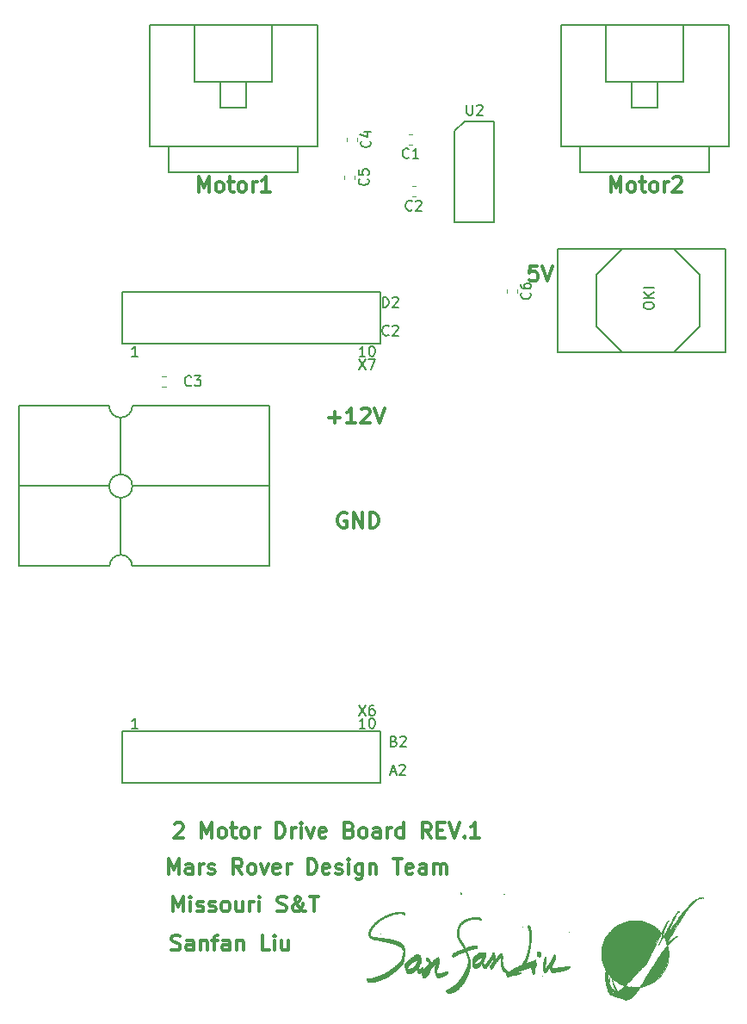
<source format=gbr>
G04 #@! TF.GenerationSoftware,KiCad,Pcbnew,(5.0.0)*
G04 #@! TF.CreationDate,2018-09-27T19:36:32-05:00*
G04 #@! TF.ProjectId,DriveBoard_Hardware,4472697665426F6172645F4861726477,rev?*
G04 #@! TF.SameCoordinates,Original*
G04 #@! TF.FileFunction,Legend,Top*
G04 #@! TF.FilePolarity,Positive*
%FSLAX46Y46*%
G04 Gerber Fmt 4.6, Leading zero omitted, Abs format (unit mm)*
G04 Created by KiCad (PCBNEW (5.0.0)) date 09/27/18 19:36:32*
%MOMM*%
%LPD*%
G01*
G04 APERTURE LIST*
%ADD10C,0.300000*%
%ADD11C,0.150000*%
%ADD12C,0.120000*%
%ADD13C,0.010000*%
G04 APERTURE END LIST*
D10*
X129342285Y-149705142D02*
X129556571Y-149776571D01*
X129913714Y-149776571D01*
X130056571Y-149705142D01*
X130128000Y-149633714D01*
X130199428Y-149490857D01*
X130199428Y-149348000D01*
X130128000Y-149205142D01*
X130056571Y-149133714D01*
X129913714Y-149062285D01*
X129628000Y-148990857D01*
X129485142Y-148919428D01*
X129413714Y-148848000D01*
X129342285Y-148705142D01*
X129342285Y-148562285D01*
X129413714Y-148419428D01*
X129485142Y-148348000D01*
X129628000Y-148276571D01*
X129985142Y-148276571D01*
X130199428Y-148348000D01*
X131485142Y-149776571D02*
X131485142Y-148990857D01*
X131413714Y-148848000D01*
X131270857Y-148776571D01*
X130985142Y-148776571D01*
X130842285Y-148848000D01*
X131485142Y-149705142D02*
X131342285Y-149776571D01*
X130985142Y-149776571D01*
X130842285Y-149705142D01*
X130770857Y-149562285D01*
X130770857Y-149419428D01*
X130842285Y-149276571D01*
X130985142Y-149205142D01*
X131342285Y-149205142D01*
X131485142Y-149133714D01*
X132199428Y-148776571D02*
X132199428Y-149776571D01*
X132199428Y-148919428D02*
X132270857Y-148848000D01*
X132413714Y-148776571D01*
X132628000Y-148776571D01*
X132770857Y-148848000D01*
X132842285Y-148990857D01*
X132842285Y-149776571D01*
X133342285Y-148776571D02*
X133913714Y-148776571D01*
X133556571Y-149776571D02*
X133556571Y-148490857D01*
X133628000Y-148348000D01*
X133770857Y-148276571D01*
X133913714Y-148276571D01*
X135056571Y-149776571D02*
X135056571Y-148990857D01*
X134985142Y-148848000D01*
X134842285Y-148776571D01*
X134556571Y-148776571D01*
X134413714Y-148848000D01*
X135056571Y-149705142D02*
X134913714Y-149776571D01*
X134556571Y-149776571D01*
X134413714Y-149705142D01*
X134342285Y-149562285D01*
X134342285Y-149419428D01*
X134413714Y-149276571D01*
X134556571Y-149205142D01*
X134913714Y-149205142D01*
X135056571Y-149133714D01*
X135770857Y-148776571D02*
X135770857Y-149776571D01*
X135770857Y-148919428D02*
X135842285Y-148848000D01*
X135985142Y-148776571D01*
X136199428Y-148776571D01*
X136342285Y-148848000D01*
X136413714Y-148990857D01*
X136413714Y-149776571D01*
X138985142Y-149776571D02*
X138270857Y-149776571D01*
X138270857Y-148276571D01*
X139485142Y-149776571D02*
X139485142Y-148776571D01*
X139485142Y-148276571D02*
X139413714Y-148348000D01*
X139485142Y-148419428D01*
X139556571Y-148348000D01*
X139485142Y-148276571D01*
X139485142Y-148419428D01*
X140842285Y-148776571D02*
X140842285Y-149776571D01*
X140199428Y-148776571D02*
X140199428Y-149562285D01*
X140270857Y-149705142D01*
X140413714Y-149776571D01*
X140628000Y-149776571D01*
X140770857Y-149705142D01*
X140842285Y-149633714D01*
X129489285Y-145966571D02*
X129489285Y-144466571D01*
X129989285Y-145538000D01*
X130489285Y-144466571D01*
X130489285Y-145966571D01*
X131203571Y-145966571D02*
X131203571Y-144966571D01*
X131203571Y-144466571D02*
X131132142Y-144538000D01*
X131203571Y-144609428D01*
X131275000Y-144538000D01*
X131203571Y-144466571D01*
X131203571Y-144609428D01*
X131846428Y-145895142D02*
X131989285Y-145966571D01*
X132275000Y-145966571D01*
X132417857Y-145895142D01*
X132489285Y-145752285D01*
X132489285Y-145680857D01*
X132417857Y-145538000D01*
X132275000Y-145466571D01*
X132060714Y-145466571D01*
X131917857Y-145395142D01*
X131846428Y-145252285D01*
X131846428Y-145180857D01*
X131917857Y-145038000D01*
X132060714Y-144966571D01*
X132275000Y-144966571D01*
X132417857Y-145038000D01*
X133060714Y-145895142D02*
X133203571Y-145966571D01*
X133489285Y-145966571D01*
X133632142Y-145895142D01*
X133703571Y-145752285D01*
X133703571Y-145680857D01*
X133632142Y-145538000D01*
X133489285Y-145466571D01*
X133275000Y-145466571D01*
X133132142Y-145395142D01*
X133060714Y-145252285D01*
X133060714Y-145180857D01*
X133132142Y-145038000D01*
X133275000Y-144966571D01*
X133489285Y-144966571D01*
X133632142Y-145038000D01*
X134560714Y-145966571D02*
X134417857Y-145895142D01*
X134346428Y-145823714D01*
X134275000Y-145680857D01*
X134275000Y-145252285D01*
X134346428Y-145109428D01*
X134417857Y-145038000D01*
X134560714Y-144966571D01*
X134775000Y-144966571D01*
X134917857Y-145038000D01*
X134989285Y-145109428D01*
X135060714Y-145252285D01*
X135060714Y-145680857D01*
X134989285Y-145823714D01*
X134917857Y-145895142D01*
X134775000Y-145966571D01*
X134560714Y-145966571D01*
X136346428Y-144966571D02*
X136346428Y-145966571D01*
X135703571Y-144966571D02*
X135703571Y-145752285D01*
X135775000Y-145895142D01*
X135917857Y-145966571D01*
X136132142Y-145966571D01*
X136275000Y-145895142D01*
X136346428Y-145823714D01*
X137060714Y-145966571D02*
X137060714Y-144966571D01*
X137060714Y-145252285D02*
X137132142Y-145109428D01*
X137203571Y-145038000D01*
X137346428Y-144966571D01*
X137489285Y-144966571D01*
X137989285Y-145966571D02*
X137989285Y-144966571D01*
X137989285Y-144466571D02*
X137917857Y-144538000D01*
X137989285Y-144609428D01*
X138060714Y-144538000D01*
X137989285Y-144466571D01*
X137989285Y-144609428D01*
X139775000Y-145895142D02*
X139989285Y-145966571D01*
X140346428Y-145966571D01*
X140489285Y-145895142D01*
X140560714Y-145823714D01*
X140632142Y-145680857D01*
X140632142Y-145538000D01*
X140560714Y-145395142D01*
X140489285Y-145323714D01*
X140346428Y-145252285D01*
X140060714Y-145180857D01*
X139917857Y-145109428D01*
X139846428Y-145038000D01*
X139775000Y-144895142D01*
X139775000Y-144752285D01*
X139846428Y-144609428D01*
X139917857Y-144538000D01*
X140060714Y-144466571D01*
X140417857Y-144466571D01*
X140632142Y-144538000D01*
X142489285Y-145966571D02*
X142417857Y-145966571D01*
X142275000Y-145895142D01*
X142060714Y-145680857D01*
X141703571Y-145252285D01*
X141560714Y-145038000D01*
X141489285Y-144823714D01*
X141489285Y-144680857D01*
X141560714Y-144538000D01*
X141703571Y-144466571D01*
X141775000Y-144466571D01*
X141917857Y-144538000D01*
X141989285Y-144680857D01*
X141989285Y-144752285D01*
X141917857Y-144895142D01*
X141846428Y-144966571D01*
X141417857Y-145252285D01*
X141346428Y-145323714D01*
X141275000Y-145466571D01*
X141275000Y-145680857D01*
X141346428Y-145823714D01*
X141417857Y-145895142D01*
X141560714Y-145966571D01*
X141775000Y-145966571D01*
X141917857Y-145895142D01*
X141989285Y-145823714D01*
X142203571Y-145538000D01*
X142275000Y-145323714D01*
X142275000Y-145180857D01*
X142917857Y-144466571D02*
X143775000Y-144466571D01*
X143346428Y-145966571D02*
X143346428Y-144466571D01*
X129069428Y-142283571D02*
X129069428Y-140783571D01*
X129569428Y-141855000D01*
X130069428Y-140783571D01*
X130069428Y-142283571D01*
X131426571Y-142283571D02*
X131426571Y-141497857D01*
X131355142Y-141355000D01*
X131212285Y-141283571D01*
X130926571Y-141283571D01*
X130783714Y-141355000D01*
X131426571Y-142212142D02*
X131283714Y-142283571D01*
X130926571Y-142283571D01*
X130783714Y-142212142D01*
X130712285Y-142069285D01*
X130712285Y-141926428D01*
X130783714Y-141783571D01*
X130926571Y-141712142D01*
X131283714Y-141712142D01*
X131426571Y-141640714D01*
X132140857Y-142283571D02*
X132140857Y-141283571D01*
X132140857Y-141569285D02*
X132212285Y-141426428D01*
X132283714Y-141355000D01*
X132426571Y-141283571D01*
X132569428Y-141283571D01*
X132998000Y-142212142D02*
X133140857Y-142283571D01*
X133426571Y-142283571D01*
X133569428Y-142212142D01*
X133640857Y-142069285D01*
X133640857Y-141997857D01*
X133569428Y-141855000D01*
X133426571Y-141783571D01*
X133212285Y-141783571D01*
X133069428Y-141712142D01*
X132998000Y-141569285D01*
X132998000Y-141497857D01*
X133069428Y-141355000D01*
X133212285Y-141283571D01*
X133426571Y-141283571D01*
X133569428Y-141355000D01*
X136283714Y-142283571D02*
X135783714Y-141569285D01*
X135426571Y-142283571D02*
X135426571Y-140783571D01*
X135998000Y-140783571D01*
X136140857Y-140855000D01*
X136212285Y-140926428D01*
X136283714Y-141069285D01*
X136283714Y-141283571D01*
X136212285Y-141426428D01*
X136140857Y-141497857D01*
X135998000Y-141569285D01*
X135426571Y-141569285D01*
X137140857Y-142283571D02*
X136998000Y-142212142D01*
X136926571Y-142140714D01*
X136855142Y-141997857D01*
X136855142Y-141569285D01*
X136926571Y-141426428D01*
X136998000Y-141355000D01*
X137140857Y-141283571D01*
X137355142Y-141283571D01*
X137498000Y-141355000D01*
X137569428Y-141426428D01*
X137640857Y-141569285D01*
X137640857Y-141997857D01*
X137569428Y-142140714D01*
X137498000Y-142212142D01*
X137355142Y-142283571D01*
X137140857Y-142283571D01*
X138140857Y-141283571D02*
X138498000Y-142283571D01*
X138855142Y-141283571D01*
X139998000Y-142212142D02*
X139855142Y-142283571D01*
X139569428Y-142283571D01*
X139426571Y-142212142D01*
X139355142Y-142069285D01*
X139355142Y-141497857D01*
X139426571Y-141355000D01*
X139569428Y-141283571D01*
X139855142Y-141283571D01*
X139998000Y-141355000D01*
X140069428Y-141497857D01*
X140069428Y-141640714D01*
X139355142Y-141783571D01*
X140712285Y-142283571D02*
X140712285Y-141283571D01*
X140712285Y-141569285D02*
X140783714Y-141426428D01*
X140855142Y-141355000D01*
X140998000Y-141283571D01*
X141140857Y-141283571D01*
X142783714Y-142283571D02*
X142783714Y-140783571D01*
X143140857Y-140783571D01*
X143355142Y-140855000D01*
X143498000Y-140997857D01*
X143569428Y-141140714D01*
X143640857Y-141426428D01*
X143640857Y-141640714D01*
X143569428Y-141926428D01*
X143498000Y-142069285D01*
X143355142Y-142212142D01*
X143140857Y-142283571D01*
X142783714Y-142283571D01*
X144855142Y-142212142D02*
X144712285Y-142283571D01*
X144426571Y-142283571D01*
X144283714Y-142212142D01*
X144212285Y-142069285D01*
X144212285Y-141497857D01*
X144283714Y-141355000D01*
X144426571Y-141283571D01*
X144712285Y-141283571D01*
X144855142Y-141355000D01*
X144926571Y-141497857D01*
X144926571Y-141640714D01*
X144212285Y-141783571D01*
X145498000Y-142212142D02*
X145640857Y-142283571D01*
X145926571Y-142283571D01*
X146069428Y-142212142D01*
X146140857Y-142069285D01*
X146140857Y-141997857D01*
X146069428Y-141855000D01*
X145926571Y-141783571D01*
X145712285Y-141783571D01*
X145569428Y-141712142D01*
X145498000Y-141569285D01*
X145498000Y-141497857D01*
X145569428Y-141355000D01*
X145712285Y-141283571D01*
X145926571Y-141283571D01*
X146069428Y-141355000D01*
X146783714Y-142283571D02*
X146783714Y-141283571D01*
X146783714Y-140783571D02*
X146712285Y-140855000D01*
X146783714Y-140926428D01*
X146855142Y-140855000D01*
X146783714Y-140783571D01*
X146783714Y-140926428D01*
X148140857Y-141283571D02*
X148140857Y-142497857D01*
X148069428Y-142640714D01*
X147998000Y-142712142D01*
X147855142Y-142783571D01*
X147640857Y-142783571D01*
X147498000Y-142712142D01*
X148140857Y-142212142D02*
X147998000Y-142283571D01*
X147712285Y-142283571D01*
X147569428Y-142212142D01*
X147498000Y-142140714D01*
X147426571Y-141997857D01*
X147426571Y-141569285D01*
X147498000Y-141426428D01*
X147569428Y-141355000D01*
X147712285Y-141283571D01*
X147998000Y-141283571D01*
X148140857Y-141355000D01*
X148855142Y-141283571D02*
X148855142Y-142283571D01*
X148855142Y-141426428D02*
X148926571Y-141355000D01*
X149069428Y-141283571D01*
X149283714Y-141283571D01*
X149426571Y-141355000D01*
X149498000Y-141497857D01*
X149498000Y-142283571D01*
X151140857Y-140783571D02*
X151998000Y-140783571D01*
X151569428Y-142283571D02*
X151569428Y-140783571D01*
X153069428Y-142212142D02*
X152926571Y-142283571D01*
X152640857Y-142283571D01*
X152498000Y-142212142D01*
X152426571Y-142069285D01*
X152426571Y-141497857D01*
X152498000Y-141355000D01*
X152640857Y-141283571D01*
X152926571Y-141283571D01*
X153069428Y-141355000D01*
X153140857Y-141497857D01*
X153140857Y-141640714D01*
X152426571Y-141783571D01*
X154426571Y-142283571D02*
X154426571Y-141497857D01*
X154355142Y-141355000D01*
X154212285Y-141283571D01*
X153926571Y-141283571D01*
X153783714Y-141355000D01*
X154426571Y-142212142D02*
X154283714Y-142283571D01*
X153926571Y-142283571D01*
X153783714Y-142212142D01*
X153712285Y-142069285D01*
X153712285Y-141926428D01*
X153783714Y-141783571D01*
X153926571Y-141712142D01*
X154283714Y-141712142D01*
X154426571Y-141640714D01*
X155140857Y-142283571D02*
X155140857Y-141283571D01*
X155140857Y-141426428D02*
X155212285Y-141355000D01*
X155355142Y-141283571D01*
X155569428Y-141283571D01*
X155712285Y-141355000D01*
X155783714Y-141497857D01*
X155783714Y-142283571D01*
X155783714Y-141497857D02*
X155855142Y-141355000D01*
X155998000Y-141283571D01*
X156212285Y-141283571D01*
X156355142Y-141355000D01*
X156426571Y-141497857D01*
X156426571Y-142283571D01*
X129653000Y-137370428D02*
X129724428Y-137299000D01*
X129867285Y-137227571D01*
X130224428Y-137227571D01*
X130367285Y-137299000D01*
X130438714Y-137370428D01*
X130510142Y-137513285D01*
X130510142Y-137656142D01*
X130438714Y-137870428D01*
X129581571Y-138727571D01*
X130510142Y-138727571D01*
X132295857Y-138727571D02*
X132295857Y-137227571D01*
X132795857Y-138299000D01*
X133295857Y-137227571D01*
X133295857Y-138727571D01*
X134224428Y-138727571D02*
X134081571Y-138656142D01*
X134010142Y-138584714D01*
X133938714Y-138441857D01*
X133938714Y-138013285D01*
X134010142Y-137870428D01*
X134081571Y-137799000D01*
X134224428Y-137727571D01*
X134438714Y-137727571D01*
X134581571Y-137799000D01*
X134653000Y-137870428D01*
X134724428Y-138013285D01*
X134724428Y-138441857D01*
X134653000Y-138584714D01*
X134581571Y-138656142D01*
X134438714Y-138727571D01*
X134224428Y-138727571D01*
X135153000Y-137727571D02*
X135724428Y-137727571D01*
X135367285Y-137227571D02*
X135367285Y-138513285D01*
X135438714Y-138656142D01*
X135581571Y-138727571D01*
X135724428Y-138727571D01*
X136438714Y-138727571D02*
X136295857Y-138656142D01*
X136224428Y-138584714D01*
X136153000Y-138441857D01*
X136153000Y-138013285D01*
X136224428Y-137870428D01*
X136295857Y-137799000D01*
X136438714Y-137727571D01*
X136653000Y-137727571D01*
X136795857Y-137799000D01*
X136867285Y-137870428D01*
X136938714Y-138013285D01*
X136938714Y-138441857D01*
X136867285Y-138584714D01*
X136795857Y-138656142D01*
X136653000Y-138727571D01*
X136438714Y-138727571D01*
X137581571Y-138727571D02*
X137581571Y-137727571D01*
X137581571Y-138013285D02*
X137653000Y-137870428D01*
X137724428Y-137799000D01*
X137867285Y-137727571D01*
X138010142Y-137727571D01*
X139653000Y-138727571D02*
X139653000Y-137227571D01*
X140010142Y-137227571D01*
X140224428Y-137299000D01*
X140367285Y-137441857D01*
X140438714Y-137584714D01*
X140510142Y-137870428D01*
X140510142Y-138084714D01*
X140438714Y-138370428D01*
X140367285Y-138513285D01*
X140224428Y-138656142D01*
X140010142Y-138727571D01*
X139653000Y-138727571D01*
X141153000Y-138727571D02*
X141153000Y-137727571D01*
X141153000Y-138013285D02*
X141224428Y-137870428D01*
X141295857Y-137799000D01*
X141438714Y-137727571D01*
X141581571Y-137727571D01*
X142081571Y-138727571D02*
X142081571Y-137727571D01*
X142081571Y-137227571D02*
X142010142Y-137299000D01*
X142081571Y-137370428D01*
X142153000Y-137299000D01*
X142081571Y-137227571D01*
X142081571Y-137370428D01*
X142653000Y-137727571D02*
X143010142Y-138727571D01*
X143367285Y-137727571D01*
X144510142Y-138656142D02*
X144367285Y-138727571D01*
X144081571Y-138727571D01*
X143938714Y-138656142D01*
X143867285Y-138513285D01*
X143867285Y-137941857D01*
X143938714Y-137799000D01*
X144081571Y-137727571D01*
X144367285Y-137727571D01*
X144510142Y-137799000D01*
X144581571Y-137941857D01*
X144581571Y-138084714D01*
X143867285Y-138227571D01*
X146867285Y-137941857D02*
X147081571Y-138013285D01*
X147153000Y-138084714D01*
X147224428Y-138227571D01*
X147224428Y-138441857D01*
X147153000Y-138584714D01*
X147081571Y-138656142D01*
X146938714Y-138727571D01*
X146367285Y-138727571D01*
X146367285Y-137227571D01*
X146867285Y-137227571D01*
X147010142Y-137299000D01*
X147081571Y-137370428D01*
X147153000Y-137513285D01*
X147153000Y-137656142D01*
X147081571Y-137799000D01*
X147010142Y-137870428D01*
X146867285Y-137941857D01*
X146367285Y-137941857D01*
X148081571Y-138727571D02*
X147938714Y-138656142D01*
X147867285Y-138584714D01*
X147795857Y-138441857D01*
X147795857Y-138013285D01*
X147867285Y-137870428D01*
X147938714Y-137799000D01*
X148081571Y-137727571D01*
X148295857Y-137727571D01*
X148438714Y-137799000D01*
X148510142Y-137870428D01*
X148581571Y-138013285D01*
X148581571Y-138441857D01*
X148510142Y-138584714D01*
X148438714Y-138656142D01*
X148295857Y-138727571D01*
X148081571Y-138727571D01*
X149867285Y-138727571D02*
X149867285Y-137941857D01*
X149795857Y-137799000D01*
X149653000Y-137727571D01*
X149367285Y-137727571D01*
X149224428Y-137799000D01*
X149867285Y-138656142D02*
X149724428Y-138727571D01*
X149367285Y-138727571D01*
X149224428Y-138656142D01*
X149153000Y-138513285D01*
X149153000Y-138370428D01*
X149224428Y-138227571D01*
X149367285Y-138156142D01*
X149724428Y-138156142D01*
X149867285Y-138084714D01*
X150581571Y-138727571D02*
X150581571Y-137727571D01*
X150581571Y-138013285D02*
X150653000Y-137870428D01*
X150724428Y-137799000D01*
X150867285Y-137727571D01*
X151010142Y-137727571D01*
X152153000Y-138727571D02*
X152153000Y-137227571D01*
X152153000Y-138656142D02*
X152010142Y-138727571D01*
X151724428Y-138727571D01*
X151581571Y-138656142D01*
X151510142Y-138584714D01*
X151438714Y-138441857D01*
X151438714Y-138013285D01*
X151510142Y-137870428D01*
X151581571Y-137799000D01*
X151724428Y-137727571D01*
X152010142Y-137727571D01*
X152153000Y-137799000D01*
X154867285Y-138727571D02*
X154367285Y-138013285D01*
X154010142Y-138727571D02*
X154010142Y-137227571D01*
X154581571Y-137227571D01*
X154724428Y-137299000D01*
X154795857Y-137370428D01*
X154867285Y-137513285D01*
X154867285Y-137727571D01*
X154795857Y-137870428D01*
X154724428Y-137941857D01*
X154581571Y-138013285D01*
X154010142Y-138013285D01*
X155510142Y-137941857D02*
X156010142Y-137941857D01*
X156224428Y-138727571D02*
X155510142Y-138727571D01*
X155510142Y-137227571D01*
X156224428Y-137227571D01*
X156653000Y-137227571D02*
X157153000Y-138727571D01*
X157653000Y-137227571D01*
X158153000Y-138584714D02*
X158224428Y-138656142D01*
X158153000Y-138727571D01*
X158081571Y-138656142D01*
X158153000Y-138584714D01*
X158153000Y-138727571D01*
X159653000Y-138727571D02*
X158795857Y-138727571D01*
X159224428Y-138727571D02*
X159224428Y-137227571D01*
X159081571Y-137441857D01*
X158938714Y-137584714D01*
X158795857Y-137656142D01*
X165322285Y-82490571D02*
X164608000Y-82490571D01*
X164536571Y-83204857D01*
X164608000Y-83133428D01*
X164750857Y-83062000D01*
X165108000Y-83062000D01*
X165250857Y-83133428D01*
X165322285Y-83204857D01*
X165393714Y-83347714D01*
X165393714Y-83704857D01*
X165322285Y-83847714D01*
X165250857Y-83919142D01*
X165108000Y-83990571D01*
X164750857Y-83990571D01*
X164608000Y-83919142D01*
X164536571Y-83847714D01*
X165822285Y-82490571D02*
X166322285Y-83990571D01*
X166822285Y-82490571D01*
X172557714Y-75227571D02*
X172557714Y-73727571D01*
X173057714Y-74799000D01*
X173557714Y-73727571D01*
X173557714Y-75227571D01*
X174486285Y-75227571D02*
X174343428Y-75156142D01*
X174272000Y-75084714D01*
X174200571Y-74941857D01*
X174200571Y-74513285D01*
X174272000Y-74370428D01*
X174343428Y-74299000D01*
X174486285Y-74227571D01*
X174700571Y-74227571D01*
X174843428Y-74299000D01*
X174914857Y-74370428D01*
X174986285Y-74513285D01*
X174986285Y-74941857D01*
X174914857Y-75084714D01*
X174843428Y-75156142D01*
X174700571Y-75227571D01*
X174486285Y-75227571D01*
X175414857Y-74227571D02*
X175986285Y-74227571D01*
X175629142Y-73727571D02*
X175629142Y-75013285D01*
X175700571Y-75156142D01*
X175843428Y-75227571D01*
X175986285Y-75227571D01*
X176700571Y-75227571D02*
X176557714Y-75156142D01*
X176486285Y-75084714D01*
X176414857Y-74941857D01*
X176414857Y-74513285D01*
X176486285Y-74370428D01*
X176557714Y-74299000D01*
X176700571Y-74227571D01*
X176914857Y-74227571D01*
X177057714Y-74299000D01*
X177129142Y-74370428D01*
X177200571Y-74513285D01*
X177200571Y-74941857D01*
X177129142Y-75084714D01*
X177057714Y-75156142D01*
X176914857Y-75227571D01*
X176700571Y-75227571D01*
X177843428Y-75227571D02*
X177843428Y-74227571D01*
X177843428Y-74513285D02*
X177914857Y-74370428D01*
X177986285Y-74299000D01*
X178129142Y-74227571D01*
X178272000Y-74227571D01*
X178700571Y-73870428D02*
X178772000Y-73799000D01*
X178914857Y-73727571D01*
X179272000Y-73727571D01*
X179414857Y-73799000D01*
X179486285Y-73870428D01*
X179557714Y-74013285D01*
X179557714Y-74156142D01*
X179486285Y-74370428D01*
X178629142Y-75227571D01*
X179557714Y-75227571D01*
X132044714Y-75227571D02*
X132044714Y-73727571D01*
X132544714Y-74799000D01*
X133044714Y-73727571D01*
X133044714Y-75227571D01*
X133973285Y-75227571D02*
X133830428Y-75156142D01*
X133759000Y-75084714D01*
X133687571Y-74941857D01*
X133687571Y-74513285D01*
X133759000Y-74370428D01*
X133830428Y-74299000D01*
X133973285Y-74227571D01*
X134187571Y-74227571D01*
X134330428Y-74299000D01*
X134401857Y-74370428D01*
X134473285Y-74513285D01*
X134473285Y-74941857D01*
X134401857Y-75084714D01*
X134330428Y-75156142D01*
X134187571Y-75227571D01*
X133973285Y-75227571D01*
X134901857Y-74227571D02*
X135473285Y-74227571D01*
X135116142Y-73727571D02*
X135116142Y-75013285D01*
X135187571Y-75156142D01*
X135330428Y-75227571D01*
X135473285Y-75227571D01*
X136187571Y-75227571D02*
X136044714Y-75156142D01*
X135973285Y-75084714D01*
X135901857Y-74941857D01*
X135901857Y-74513285D01*
X135973285Y-74370428D01*
X136044714Y-74299000D01*
X136187571Y-74227571D01*
X136401857Y-74227571D01*
X136544714Y-74299000D01*
X136616142Y-74370428D01*
X136687571Y-74513285D01*
X136687571Y-74941857D01*
X136616142Y-75084714D01*
X136544714Y-75156142D01*
X136401857Y-75227571D01*
X136187571Y-75227571D01*
X137330428Y-75227571D02*
X137330428Y-74227571D01*
X137330428Y-74513285D02*
X137401857Y-74370428D01*
X137473285Y-74299000D01*
X137616142Y-74227571D01*
X137759000Y-74227571D01*
X139044714Y-75227571D02*
X138187571Y-75227571D01*
X138616142Y-75227571D02*
X138616142Y-73727571D01*
X138473285Y-73941857D01*
X138330428Y-74084714D01*
X138187571Y-74156142D01*
X146558142Y-106819000D02*
X146415285Y-106747571D01*
X146201000Y-106747571D01*
X145986714Y-106819000D01*
X145843857Y-106961857D01*
X145772428Y-107104714D01*
X145701000Y-107390428D01*
X145701000Y-107604714D01*
X145772428Y-107890428D01*
X145843857Y-108033285D01*
X145986714Y-108176142D01*
X146201000Y-108247571D01*
X146343857Y-108247571D01*
X146558142Y-108176142D01*
X146629571Y-108104714D01*
X146629571Y-107604714D01*
X146343857Y-107604714D01*
X147272428Y-108247571D02*
X147272428Y-106747571D01*
X148129571Y-108247571D01*
X148129571Y-106747571D01*
X148843857Y-108247571D02*
X148843857Y-106747571D01*
X149201000Y-106747571D01*
X149415285Y-106819000D01*
X149558142Y-106961857D01*
X149629571Y-107104714D01*
X149701000Y-107390428D01*
X149701000Y-107604714D01*
X149629571Y-107890428D01*
X149558142Y-108033285D01*
X149415285Y-108176142D01*
X149201000Y-108247571D01*
X148843857Y-108247571D01*
X144804142Y-97389142D02*
X145947000Y-97389142D01*
X145375571Y-97960571D02*
X145375571Y-96817714D01*
X147447000Y-97960571D02*
X146589857Y-97960571D01*
X147018428Y-97960571D02*
X147018428Y-96460571D01*
X146875571Y-96674857D01*
X146732714Y-96817714D01*
X146589857Y-96889142D01*
X148018428Y-96603428D02*
X148089857Y-96532000D01*
X148232714Y-96460571D01*
X148589857Y-96460571D01*
X148732714Y-96532000D01*
X148804142Y-96603428D01*
X148875571Y-96746285D01*
X148875571Y-96889142D01*
X148804142Y-97103428D01*
X147947000Y-97960571D01*
X148875571Y-97960571D01*
X149304142Y-96460571D02*
X149804142Y-97960571D01*
X150304142Y-96460571D01*
D11*
G04 #@! TO.C,Conn1*
X125476000Y-112014000D02*
G75*
G03X124358400Y-110896400I-1117600J0D01*
G01*
X124358400Y-110896400D02*
G75*
G03X123240800Y-112014000I0J-1117600D01*
G01*
X114300000Y-96266000D02*
X114300000Y-112014000D01*
X138938000Y-96266000D02*
X138938000Y-112014000D01*
X123215400Y-96266000D02*
X121996200Y-96266000D01*
X124358400Y-97409000D02*
G75*
G03X125501400Y-96266000I0J1143000D01*
G01*
X123215400Y-96266000D02*
G75*
G03X124358400Y-97409000I1143000J0D01*
G01*
X126669800Y-112014000D02*
X125476000Y-112014000D01*
X124358400Y-109702600D02*
X124358400Y-110871000D01*
X122047000Y-112014000D02*
X123215400Y-112014000D01*
X126619000Y-96266000D02*
X125526800Y-96266000D01*
X124358400Y-97409000D02*
X124358400Y-98577400D01*
X124358400Y-106426000D02*
X124358400Y-105283000D01*
X114325400Y-104114600D02*
X123215400Y-104114600D01*
X124358400Y-101854000D02*
X124358400Y-102997000D01*
X126644400Y-104140000D02*
X125501400Y-104140000D01*
X124358400Y-106426000D02*
X124358400Y-109728000D01*
X126644400Y-104140000D02*
X138938000Y-104140000D01*
X124358400Y-101854000D02*
X124358400Y-98577400D01*
X125501400Y-104140000D02*
G75*
G03X125501400Y-104140000I-1143000J0D01*
G01*
X126644400Y-112014000D02*
X138938000Y-112014000D01*
X122072400Y-112014000D02*
X114325400Y-112014000D01*
X114325400Y-96266000D02*
X122072400Y-96266000D01*
X126644400Y-96266000D02*
X138938000Y-96266000D01*
G04 #@! TO.C,U1*
X149860000Y-128270000D02*
X124460000Y-128270000D01*
X124460000Y-90170000D02*
X149860000Y-90170000D01*
X149860000Y-133350000D02*
X149860000Y-128270000D01*
X124460000Y-128270000D02*
X124460000Y-133350000D01*
X124460000Y-133350000D02*
X149860000Y-133350000D01*
X149860000Y-90170000D02*
X149860000Y-85090000D01*
X149860000Y-85090000D02*
X124460000Y-85090000D01*
X124460000Y-85090000D02*
X124460000Y-90170000D01*
G04 #@! TO.C,Conn2*
X172085000Y-58801000D02*
X172085000Y-59309000D01*
X179705000Y-59309000D02*
X179705000Y-58801000D01*
X167640000Y-58801000D02*
X184150000Y-58801000D01*
X167640000Y-70739000D02*
X167640000Y-58801000D01*
X184150000Y-70739000D02*
X184150000Y-58801000D01*
X182245000Y-70739000D02*
X184150000Y-70739000D01*
X169545000Y-70739000D02*
X167640000Y-70739000D01*
X172085000Y-63119000D02*
X172085000Y-64389000D01*
X172085000Y-64389000D02*
X179705000Y-64389000D01*
X179705000Y-64389000D02*
X179705000Y-63119000D01*
X179705000Y-63119000D02*
X179705000Y-59309000D01*
X172085000Y-63119000D02*
X172085000Y-59309000D01*
X174625000Y-64389000D02*
X174625000Y-66929000D01*
X174625000Y-66929000D02*
X177165000Y-66929000D01*
X177165000Y-66929000D02*
X177165000Y-64389000D01*
X169545000Y-70739000D02*
X182245000Y-70739000D01*
X182245000Y-70739000D02*
X182245000Y-73279000D01*
X182245000Y-73279000D02*
X169545000Y-73279000D01*
X169545000Y-73279000D02*
X169545000Y-70739000D01*
G04 #@! TO.C,U2*
X158211500Y-68265500D02*
X161111500Y-68265500D01*
X161111500Y-68265500D02*
X161111500Y-78165500D01*
X161111500Y-78165500D02*
X157211500Y-78165500D01*
X157211500Y-78165500D02*
X157211500Y-69265500D01*
X157211500Y-69265500D02*
X158211500Y-68265500D01*
D12*
G04 #@! TO.C,C1*
X153029767Y-70550500D02*
X152687233Y-70550500D01*
X153029767Y-69530500D02*
X152687233Y-69530500D01*
G04 #@! TO.C,C2*
X153347267Y-74674000D02*
X153004733Y-74674000D01*
X153347267Y-75694000D02*
X153004733Y-75694000D01*
G04 #@! TO.C,C3*
X128772767Y-94363000D02*
X128430233Y-94363000D01*
X128772767Y-93343000D02*
X128430233Y-93343000D01*
G04 #@! TO.C,C4*
X147576000Y-69869233D02*
X147576000Y-70211767D01*
X146556000Y-69869233D02*
X146556000Y-70211767D01*
G04 #@! TO.C,C5*
X146365500Y-73601733D02*
X146365500Y-73944267D01*
X147385500Y-73601733D02*
X147385500Y-73944267D01*
G04 #@! TO.C,C6*
X162304000Y-84791733D02*
X162304000Y-85134267D01*
X163324000Y-84791733D02*
X163324000Y-85134267D01*
D11*
G04 #@! TO.C,Conn3*
X131635500Y-58801000D02*
X131635500Y-59309000D01*
X139255500Y-59309000D02*
X139255500Y-58801000D01*
X127190500Y-58801000D02*
X143700500Y-58801000D01*
X127190500Y-70739000D02*
X127190500Y-58801000D01*
X143700500Y-70739000D02*
X143700500Y-58801000D01*
X141795500Y-70739000D02*
X143700500Y-70739000D01*
X129095500Y-70739000D02*
X127190500Y-70739000D01*
X131635500Y-63119000D02*
X131635500Y-64389000D01*
X131635500Y-64389000D02*
X139255500Y-64389000D01*
X139255500Y-64389000D02*
X139255500Y-63119000D01*
X139255500Y-63119000D02*
X139255500Y-59309000D01*
X131635500Y-63119000D02*
X131635500Y-59309000D01*
X134175500Y-64389000D02*
X134175500Y-66929000D01*
X134175500Y-66929000D02*
X136715500Y-66929000D01*
X136715500Y-66929000D02*
X136715500Y-64389000D01*
X129095500Y-70739000D02*
X141795500Y-70739000D01*
X141795500Y-70739000D02*
X141795500Y-73279000D01*
X141795500Y-73279000D02*
X129095500Y-73279000D01*
X129095500Y-73279000D02*
X129095500Y-70739000D01*
G04 #@! TO.C,U3*
X171132500Y-83375500D02*
X173672500Y-80835500D01*
X173672500Y-80835500D02*
X178752500Y-80835500D01*
X178752500Y-80835500D02*
X181292500Y-83375500D01*
X181292500Y-83375500D02*
X181292500Y-88455500D01*
X181292500Y-88455500D02*
X178752500Y-90995500D01*
X178752500Y-90995500D02*
X173672500Y-90995500D01*
X173672500Y-90995500D02*
X171132500Y-88455500D01*
X171132500Y-88455500D02*
X171132500Y-83375500D01*
X183832500Y-90995500D02*
X183832500Y-80835500D01*
X167322500Y-90995500D02*
X167322500Y-80835500D01*
X167322500Y-80835500D02*
X183832500Y-80835500D01*
X183832500Y-90995500D02*
X167322500Y-90995500D01*
D13*
G04 #@! TO.C,G\002A\002A\002A*
G36*
X181511611Y-144592769D02*
X181577325Y-144602247D01*
X181630830Y-144617802D01*
X181638991Y-144621335D01*
X181671743Y-144636513D01*
X181641625Y-144631418D01*
X181536801Y-144619662D01*
X181438617Y-144620445D01*
X181351532Y-144633718D01*
X181347937Y-144634611D01*
X181246457Y-144667983D01*
X181140707Y-144717990D01*
X181030329Y-144784926D01*
X180914959Y-144869084D01*
X180794239Y-144970758D01*
X180667807Y-145090241D01*
X180535302Y-145227827D01*
X180396364Y-145383810D01*
X180327131Y-145465484D01*
X180262990Y-145542949D01*
X180201712Y-145618490D01*
X180142339Y-145693494D01*
X180083908Y-145769349D01*
X180025460Y-145847443D01*
X179966035Y-145929164D01*
X179904672Y-146015901D01*
X179840412Y-146109042D01*
X179772293Y-146209974D01*
X179699356Y-146320086D01*
X179620640Y-146440766D01*
X179535185Y-146573402D01*
X179442032Y-146719382D01*
X179340218Y-146880094D01*
X179254657Y-147015803D01*
X179059545Y-147330436D01*
X178871882Y-147642350D01*
X178694685Y-147946508D01*
X178650089Y-148024775D01*
X178609787Y-148095489D01*
X178563095Y-148176819D01*
X178513858Y-148262107D01*
X178465919Y-148344695D01*
X178423857Y-148416674D01*
X178381962Y-148488491D01*
X178336005Y-148568024D01*
X178289534Y-148649086D01*
X178246095Y-148725487D01*
X178209235Y-148791041D01*
X178208056Y-148793156D01*
X178176267Y-148850093D01*
X178146110Y-148903926D01*
X178119591Y-148951088D01*
X178098717Y-148988012D01*
X178085493Y-149011129D01*
X178085077Y-149011844D01*
X178059822Y-149055198D01*
X178020847Y-148951607D01*
X178000404Y-148900375D01*
X177974989Y-148841534D01*
X177945877Y-148777588D01*
X177914341Y-148711037D01*
X177881658Y-148644382D01*
X177849103Y-148580126D01*
X177817949Y-148520768D01*
X177789473Y-148468811D01*
X177764950Y-148426756D01*
X177745654Y-148397104D01*
X177732860Y-148382357D01*
X177730081Y-148381178D01*
X177723335Y-148389572D01*
X177708854Y-148412847D01*
X177688309Y-148448146D01*
X177663370Y-148492609D01*
X177640609Y-148534281D01*
X177603856Y-148602074D01*
X177564446Y-148674307D01*
X177523579Y-148748820D01*
X177482455Y-148823458D01*
X177442274Y-148896062D01*
X177404236Y-148964475D01*
X177369542Y-149026539D01*
X177339392Y-149080098D01*
X177314986Y-149122993D01*
X177297524Y-149153067D01*
X177288207Y-149168163D01*
X177287350Y-149169281D01*
X177286653Y-149164874D01*
X177291990Y-149145080D01*
X177302345Y-149113314D01*
X177312701Y-149083945D01*
X177337852Y-149014839D01*
X177365809Y-148938605D01*
X177395773Y-148857372D01*
X177426946Y-148773267D01*
X177458528Y-148688420D01*
X177489720Y-148604958D01*
X177519723Y-148525010D01*
X177547739Y-148450705D01*
X177572966Y-148384170D01*
X177594608Y-148327535D01*
X177611864Y-148282927D01*
X177623936Y-148252475D01*
X177630024Y-148238307D01*
X177630455Y-148237613D01*
X177638923Y-148241539D01*
X177654805Y-148259113D01*
X177675061Y-148286842D01*
X177680705Y-148295340D01*
X177701646Y-148326290D01*
X177718714Y-148349329D01*
X177728855Y-148360390D01*
X177729899Y-148360812D01*
X177736255Y-148352266D01*
X177750546Y-148328483D01*
X177771341Y-148291993D01*
X177797212Y-148245322D01*
X177826730Y-148190996D01*
X177841664Y-148163148D01*
X177876835Y-148097663D01*
X177918945Y-148019853D01*
X177965151Y-147934931D01*
X178012615Y-147848110D01*
X178058494Y-147764602D01*
X178086343Y-147714166D01*
X178126768Y-147641007D01*
X178174255Y-147554862D01*
X178226250Y-147460376D01*
X178280202Y-147362191D01*
X178333558Y-147264949D01*
X178383766Y-147173295D01*
X178401269Y-147141297D01*
X178482620Y-146993700D01*
X178562524Y-146851022D01*
X178640118Y-146714716D01*
X178714536Y-146586233D01*
X178784911Y-146467026D01*
X178850379Y-146358547D01*
X178910074Y-146262248D01*
X178963131Y-146179581D01*
X179008683Y-146111998D01*
X179043089Y-146064561D01*
X179091284Y-146006448D01*
X179134268Y-145964666D01*
X179171327Y-145939611D01*
X179201750Y-145931683D01*
X179224825Y-145941278D01*
X179235547Y-145957105D01*
X179245486Y-145983923D01*
X179247196Y-145999690D01*
X179241540Y-146001795D01*
X179229379Y-145987630D01*
X179226813Y-145983557D01*
X179207440Y-145960026D01*
X179189440Y-145953450D01*
X179189202Y-145953492D01*
X179170334Y-145965535D01*
X179144203Y-145995608D01*
X179111126Y-146043147D01*
X179071420Y-146107588D01*
X179025404Y-146188369D01*
X178973393Y-146284925D01*
X178915707Y-146396694D01*
X178852662Y-146523113D01*
X178784576Y-146663616D01*
X178760278Y-146714617D01*
X178736348Y-146765608D01*
X178707141Y-146828769D01*
X178673391Y-146902448D01*
X178635833Y-146984993D01*
X178595202Y-147074752D01*
X178552233Y-147170073D01*
X178507660Y-147269302D01*
X178462220Y-147370789D01*
X178416646Y-147472880D01*
X178371674Y-147573923D01*
X178328038Y-147672266D01*
X178286474Y-147766257D01*
X178247715Y-147854244D01*
X178212499Y-147934573D01*
X178181558Y-148005594D01*
X178155628Y-148065653D01*
X178135444Y-148113099D01*
X178121741Y-148146279D01*
X178115254Y-148163541D01*
X178114874Y-148165666D01*
X178121020Y-148158482D01*
X178136760Y-148136835D01*
X178160536Y-148102958D01*
X178190791Y-148059087D01*
X178225968Y-148007456D01*
X178253285Y-147967006D01*
X178298822Y-147899757D01*
X178352733Y-147820848D01*
X178413643Y-147732245D01*
X178480175Y-147635915D01*
X178550953Y-147533824D01*
X178624602Y-147427937D01*
X178699745Y-147320222D01*
X178775006Y-147212642D01*
X178849009Y-147107166D01*
X178920378Y-147005758D01*
X178987736Y-146910385D01*
X179049709Y-146823013D01*
X179104919Y-146745608D01*
X179151991Y-146680135D01*
X179189548Y-146628562D01*
X179200143Y-146614222D01*
X179383410Y-146370530D01*
X179558183Y-146144455D01*
X179724843Y-145935603D01*
X179883766Y-145743578D01*
X180035334Y-145567985D01*
X180179924Y-145408429D01*
X180317915Y-145264515D01*
X180449686Y-145135847D01*
X180575617Y-145022031D01*
X180696087Y-144922671D01*
X180811473Y-144837373D01*
X180922156Y-144765741D01*
X181028514Y-144707379D01*
X181029214Y-144707032D01*
X181108495Y-144669195D01*
X181175971Y-144640791D01*
X181236587Y-144620175D01*
X181295283Y-144605703D01*
X181357003Y-144595731D01*
X181367606Y-144594429D01*
X181439700Y-144589964D01*
X181511611Y-144592769D01*
X181511611Y-144592769D01*
G37*
X181511611Y-144592769D02*
X181577325Y-144602247D01*
X181630830Y-144617802D01*
X181638991Y-144621335D01*
X181671743Y-144636513D01*
X181641625Y-144631418D01*
X181536801Y-144619662D01*
X181438617Y-144620445D01*
X181351532Y-144633718D01*
X181347937Y-144634611D01*
X181246457Y-144667983D01*
X181140707Y-144717990D01*
X181030329Y-144784926D01*
X180914959Y-144869084D01*
X180794239Y-144970758D01*
X180667807Y-145090241D01*
X180535302Y-145227827D01*
X180396364Y-145383810D01*
X180327131Y-145465484D01*
X180262990Y-145542949D01*
X180201712Y-145618490D01*
X180142339Y-145693494D01*
X180083908Y-145769349D01*
X180025460Y-145847443D01*
X179966035Y-145929164D01*
X179904672Y-146015901D01*
X179840412Y-146109042D01*
X179772293Y-146209974D01*
X179699356Y-146320086D01*
X179620640Y-146440766D01*
X179535185Y-146573402D01*
X179442032Y-146719382D01*
X179340218Y-146880094D01*
X179254657Y-147015803D01*
X179059545Y-147330436D01*
X178871882Y-147642350D01*
X178694685Y-147946508D01*
X178650089Y-148024775D01*
X178609787Y-148095489D01*
X178563095Y-148176819D01*
X178513858Y-148262107D01*
X178465919Y-148344695D01*
X178423857Y-148416674D01*
X178381962Y-148488491D01*
X178336005Y-148568024D01*
X178289534Y-148649086D01*
X178246095Y-148725487D01*
X178209235Y-148791041D01*
X178208056Y-148793156D01*
X178176267Y-148850093D01*
X178146110Y-148903926D01*
X178119591Y-148951088D01*
X178098717Y-148988012D01*
X178085493Y-149011129D01*
X178085077Y-149011844D01*
X178059822Y-149055198D01*
X178020847Y-148951607D01*
X178000404Y-148900375D01*
X177974989Y-148841534D01*
X177945877Y-148777588D01*
X177914341Y-148711037D01*
X177881658Y-148644382D01*
X177849103Y-148580126D01*
X177817949Y-148520768D01*
X177789473Y-148468811D01*
X177764950Y-148426756D01*
X177745654Y-148397104D01*
X177732860Y-148382357D01*
X177730081Y-148381178D01*
X177723335Y-148389572D01*
X177708854Y-148412847D01*
X177688309Y-148448146D01*
X177663370Y-148492609D01*
X177640609Y-148534281D01*
X177603856Y-148602074D01*
X177564446Y-148674307D01*
X177523579Y-148748820D01*
X177482455Y-148823458D01*
X177442274Y-148896062D01*
X177404236Y-148964475D01*
X177369542Y-149026539D01*
X177339392Y-149080098D01*
X177314986Y-149122993D01*
X177297524Y-149153067D01*
X177288207Y-149168163D01*
X177287350Y-149169281D01*
X177286653Y-149164874D01*
X177291990Y-149145080D01*
X177302345Y-149113314D01*
X177312701Y-149083945D01*
X177337852Y-149014839D01*
X177365809Y-148938605D01*
X177395773Y-148857372D01*
X177426946Y-148773267D01*
X177458528Y-148688420D01*
X177489720Y-148604958D01*
X177519723Y-148525010D01*
X177547739Y-148450705D01*
X177572966Y-148384170D01*
X177594608Y-148327535D01*
X177611864Y-148282927D01*
X177623936Y-148252475D01*
X177630024Y-148238307D01*
X177630455Y-148237613D01*
X177638923Y-148241539D01*
X177654805Y-148259113D01*
X177675061Y-148286842D01*
X177680705Y-148295340D01*
X177701646Y-148326290D01*
X177718714Y-148349329D01*
X177728855Y-148360390D01*
X177729899Y-148360812D01*
X177736255Y-148352266D01*
X177750546Y-148328483D01*
X177771341Y-148291993D01*
X177797212Y-148245322D01*
X177826730Y-148190996D01*
X177841664Y-148163148D01*
X177876835Y-148097663D01*
X177918945Y-148019853D01*
X177965151Y-147934931D01*
X178012615Y-147848110D01*
X178058494Y-147764602D01*
X178086343Y-147714166D01*
X178126768Y-147641007D01*
X178174255Y-147554862D01*
X178226250Y-147460376D01*
X178280202Y-147362191D01*
X178333558Y-147264949D01*
X178383766Y-147173295D01*
X178401269Y-147141297D01*
X178482620Y-146993700D01*
X178562524Y-146851022D01*
X178640118Y-146714716D01*
X178714536Y-146586233D01*
X178784911Y-146467026D01*
X178850379Y-146358547D01*
X178910074Y-146262248D01*
X178963131Y-146179581D01*
X179008683Y-146111998D01*
X179043089Y-146064561D01*
X179091284Y-146006448D01*
X179134268Y-145964666D01*
X179171327Y-145939611D01*
X179201750Y-145931683D01*
X179224825Y-145941278D01*
X179235547Y-145957105D01*
X179245486Y-145983923D01*
X179247196Y-145999690D01*
X179241540Y-146001795D01*
X179229379Y-145987630D01*
X179226813Y-145983557D01*
X179207440Y-145960026D01*
X179189440Y-145953450D01*
X179189202Y-145953492D01*
X179170334Y-145965535D01*
X179144203Y-145995608D01*
X179111126Y-146043147D01*
X179071420Y-146107588D01*
X179025404Y-146188369D01*
X178973393Y-146284925D01*
X178915707Y-146396694D01*
X178852662Y-146523113D01*
X178784576Y-146663616D01*
X178760278Y-146714617D01*
X178736348Y-146765608D01*
X178707141Y-146828769D01*
X178673391Y-146902448D01*
X178635833Y-146984993D01*
X178595202Y-147074752D01*
X178552233Y-147170073D01*
X178507660Y-147269302D01*
X178462220Y-147370789D01*
X178416646Y-147472880D01*
X178371674Y-147573923D01*
X178328038Y-147672266D01*
X178286474Y-147766257D01*
X178247715Y-147854244D01*
X178212499Y-147934573D01*
X178181558Y-148005594D01*
X178155628Y-148065653D01*
X178135444Y-148113099D01*
X178121741Y-148146279D01*
X178115254Y-148163541D01*
X178114874Y-148165666D01*
X178121020Y-148158482D01*
X178136760Y-148136835D01*
X178160536Y-148102958D01*
X178190791Y-148059087D01*
X178225968Y-148007456D01*
X178253285Y-147967006D01*
X178298822Y-147899757D01*
X178352733Y-147820848D01*
X178413643Y-147732245D01*
X178480175Y-147635915D01*
X178550953Y-147533824D01*
X178624602Y-147427937D01*
X178699745Y-147320222D01*
X178775006Y-147212642D01*
X178849009Y-147107166D01*
X178920378Y-147005758D01*
X178987736Y-146910385D01*
X179049709Y-146823013D01*
X179104919Y-146745608D01*
X179151991Y-146680135D01*
X179189548Y-146628562D01*
X179200143Y-146614222D01*
X179383410Y-146370530D01*
X179558183Y-146144455D01*
X179724843Y-145935603D01*
X179883766Y-145743578D01*
X180035334Y-145567985D01*
X180179924Y-145408429D01*
X180317915Y-145264515D01*
X180449686Y-145135847D01*
X180575617Y-145022031D01*
X180696087Y-144922671D01*
X180811473Y-144837373D01*
X180922156Y-144765741D01*
X181028514Y-144707379D01*
X181029214Y-144707032D01*
X181108495Y-144669195D01*
X181175971Y-144640791D01*
X181236587Y-144620175D01*
X181295283Y-144605703D01*
X181357003Y-144595731D01*
X181367606Y-144594429D01*
X181439700Y-144589964D01*
X181511611Y-144592769D01*
G36*
X177279451Y-149189360D02*
X177274431Y-149194380D01*
X177269411Y-149189360D01*
X177274431Y-149184340D01*
X177279451Y-149189360D01*
X177279451Y-149189360D01*
G37*
X177279451Y-149189360D02*
X177274431Y-149194380D01*
X177269411Y-149189360D01*
X177274431Y-149184340D01*
X177279451Y-149189360D01*
G36*
X178221354Y-146831025D02*
X178216097Y-146843126D01*
X178199000Y-146868867D01*
X178189190Y-146882756D01*
X178170840Y-146909842D01*
X178152861Y-146939573D01*
X178134125Y-146974325D01*
X178113503Y-147016477D01*
X178089868Y-147068406D01*
X178062091Y-147132489D01*
X178029043Y-147211105D01*
X177999622Y-147282244D01*
X177974600Y-147343670D01*
X177943740Y-147420444D01*
X177908379Y-147509161D01*
X177869855Y-147606415D01*
X177829506Y-147708801D01*
X177788670Y-147812915D01*
X177748686Y-147915352D01*
X177710891Y-148012706D01*
X177676623Y-148101572D01*
X177647220Y-148178545D01*
X177641369Y-148193988D01*
X177630532Y-148222648D01*
X177574220Y-148145539D01*
X177549322Y-148113301D01*
X177528298Y-148089500D01*
X177514057Y-148077255D01*
X177510006Y-148076721D01*
X177504388Y-148086970D01*
X177490808Y-148113788D01*
X177470013Y-148155649D01*
X177442749Y-148211028D01*
X177409761Y-148278401D01*
X177371796Y-148356243D01*
X177329599Y-148443029D01*
X177283917Y-148537233D01*
X177235495Y-148637332D01*
X177216172Y-148677344D01*
X177104921Y-148907675D01*
X177001687Y-149121119D01*
X176905860Y-149318925D01*
X176816831Y-149502337D01*
X176733990Y-149672603D01*
X176656727Y-149830968D01*
X176584434Y-149978678D01*
X176516500Y-150116980D01*
X176452316Y-150247120D01*
X176391273Y-150370344D01*
X176332761Y-150487899D01*
X176276170Y-150601030D01*
X176243958Y-150665170D01*
X176200299Y-150752492D01*
X176163018Y-150827559D01*
X176130790Y-150892093D01*
X176102287Y-150947820D01*
X176076185Y-150996462D01*
X176051158Y-151039744D01*
X176025879Y-151079388D01*
X175999022Y-151117118D01*
X175969263Y-151154659D01*
X175935274Y-151193733D01*
X175895730Y-151236065D01*
X175849305Y-151283378D01*
X175794674Y-151337396D01*
X175730510Y-151399842D01*
X175655487Y-151472440D01*
X175568280Y-151556913D01*
X175527554Y-151596491D01*
X175454095Y-151668369D01*
X175382228Y-151739443D01*
X175313826Y-151807806D01*
X175250766Y-151871553D01*
X175194923Y-151928777D01*
X175148171Y-151977572D01*
X175112386Y-152016031D01*
X175091557Y-152039693D01*
X175034906Y-152106302D01*
X174966212Y-152185063D01*
X174887482Y-152273789D01*
X174800725Y-152370292D01*
X174707952Y-152472383D01*
X174611170Y-152577873D01*
X174512390Y-152684576D01*
X174413620Y-152790303D01*
X174316869Y-152892865D01*
X174224146Y-152990074D01*
X174137461Y-153079743D01*
X174123277Y-153094276D01*
X174075303Y-153143495D01*
X174032468Y-153187708D01*
X173996624Y-153224984D01*
X173969621Y-153253390D01*
X173953311Y-153270992D01*
X173949216Y-153276010D01*
X173961556Y-153280406D01*
X173989514Y-153288450D01*
X174029177Y-153299143D01*
X174076627Y-153311487D01*
X174127951Y-153324484D01*
X174179232Y-153337137D01*
X174226556Y-153348446D01*
X174266007Y-153357415D01*
X174281248Y-153360646D01*
X174345725Y-153372804D01*
X174392584Y-153379207D01*
X174423406Y-153379973D01*
X174439773Y-153375219D01*
X174442197Y-153372583D01*
X174451789Y-153363119D01*
X174473492Y-153344312D01*
X174503665Y-153319264D01*
X174525616Y-153301490D01*
X174603917Y-153238677D01*
X174445457Y-153388133D01*
X174479509Y-153394227D01*
X174539866Y-153402957D01*
X174612208Y-153410029D01*
X174693794Y-153415462D01*
X174781882Y-153419277D01*
X174873733Y-153421494D01*
X174966604Y-153422133D01*
X175057756Y-153421214D01*
X175144446Y-153418757D01*
X175223934Y-153414782D01*
X175293479Y-153409310D01*
X175350339Y-153402359D01*
X175391774Y-153393951D01*
X175409727Y-153387418D01*
X175421207Y-153375573D01*
X175441525Y-153348044D01*
X175469600Y-153306607D01*
X175504347Y-153253034D01*
X175544685Y-153189098D01*
X175589531Y-153116575D01*
X175637802Y-153037236D01*
X175688416Y-152952857D01*
X175740290Y-152865210D01*
X175792340Y-152776069D01*
X175843486Y-152687208D01*
X175892643Y-152600401D01*
X175919313Y-152552601D01*
X175961634Y-152477587D01*
X176007086Y-152399270D01*
X176053021Y-152322062D01*
X176096788Y-152250374D01*
X176135738Y-152188618D01*
X176160502Y-152151020D01*
X176197553Y-152094446D01*
X176240582Y-152025712D01*
X176286202Y-151950417D01*
X176331025Y-151874161D01*
X176371663Y-151802546D01*
X176375729Y-151795199D01*
X176425622Y-151707052D01*
X176474686Y-151625585D01*
X176526448Y-151545318D01*
X176584438Y-151460778D01*
X176650701Y-151368519D01*
X176792597Y-151170263D01*
X176926685Y-150974387D01*
X177056082Y-150776061D01*
X177183904Y-150570452D01*
X177313269Y-150352732D01*
X177373383Y-150248530D01*
X177409454Y-150186546D01*
X177442279Y-150133042D01*
X177474815Y-150083826D01*
X177510021Y-150034706D01*
X177550857Y-149981488D01*
X177600280Y-149919981D01*
X177635523Y-149877068D01*
X177684164Y-149818066D01*
X177732546Y-149759214D01*
X177777927Y-149703860D01*
X177817562Y-149655355D01*
X177848709Y-149617046D01*
X177861674Y-149600981D01*
X177892876Y-149562543D01*
X177932381Y-149514481D01*
X177975496Y-149462473D01*
X178017528Y-149412201D01*
X178024477Y-149403940D01*
X178058700Y-149362501D01*
X178087739Y-149325815D01*
X178109326Y-149296870D01*
X178121192Y-149278651D01*
X178122771Y-149274508D01*
X178120093Y-149259432D01*
X178113201Y-149232033D01*
X178103810Y-149198213D01*
X178093635Y-149163871D01*
X178084392Y-149134911D01*
X178077794Y-149117231D01*
X178076329Y-149114690D01*
X178067563Y-149118755D01*
X178048725Y-149133674D01*
X178025364Y-149154848D01*
X178002194Y-149175726D01*
X177991348Y-149182645D01*
X177993451Y-149175214D01*
X177994004Y-149174301D01*
X178008041Y-149149895D01*
X178025309Y-149117840D01*
X178032121Y-149104666D01*
X178045822Y-149078914D01*
X178054224Y-149068914D01*
X178060840Y-149072376D01*
X178066604Y-149082170D01*
X178072007Y-149090384D01*
X178078831Y-149093199D01*
X178089657Y-149089001D01*
X178107065Y-149076177D01*
X178133635Y-149053111D01*
X178171950Y-149018192D01*
X178178391Y-149012271D01*
X178292022Y-148908673D01*
X178393253Y-148818322D01*
X178483579Y-148739970D01*
X178564496Y-148672370D01*
X178637500Y-148614275D01*
X178704087Y-148564437D01*
X178765751Y-148521609D01*
X178770321Y-148518577D01*
X178852052Y-148467970D01*
X178921989Y-148431945D01*
X178979784Y-148410626D01*
X179025090Y-148404137D01*
X179057559Y-148412601D01*
X179061467Y-148415296D01*
X179072184Y-148424683D01*
X179070189Y-148429267D01*
X179052573Y-148430836D01*
X179035824Y-148431057D01*
X178991065Y-148437695D01*
X178946657Y-148458938D01*
X178944679Y-148460182D01*
X178909515Y-148485027D01*
X178863972Y-148520953D01*
X178811749Y-148564724D01*
X178756548Y-148613107D01*
X178702067Y-148662865D01*
X178652009Y-148710764D01*
X178614708Y-148748646D01*
X178583729Y-148781668D01*
X178544486Y-148824004D01*
X178499037Y-148873385D01*
X178449444Y-148927541D01*
X178397765Y-148984203D01*
X178346062Y-149041101D01*
X178296394Y-149095966D01*
X178250821Y-149146528D01*
X178211403Y-149190518D01*
X178180200Y-149225666D01*
X178159272Y-149249702D01*
X178152407Y-149257970D01*
X178130279Y-149286101D01*
X178157433Y-149408403D01*
X178179739Y-149514631D01*
X178197083Y-149611850D01*
X178210121Y-149705735D01*
X178219510Y-149801962D01*
X178225907Y-149906207D01*
X178229967Y-150024146D01*
X178230309Y-150038675D01*
X178231568Y-150201888D01*
X178227193Y-150350876D01*
X178216664Y-150490830D01*
X178199461Y-150626942D01*
X178175064Y-150764404D01*
X178143284Y-150907041D01*
X178073789Y-151151762D01*
X177985933Y-151389227D01*
X177880423Y-151618470D01*
X177757968Y-151838526D01*
X177619273Y-152048433D01*
X177465045Y-152247224D01*
X177295992Y-152433935D01*
X177112821Y-152607601D01*
X176916239Y-152767259D01*
X176706953Y-152911943D01*
X176645905Y-152949801D01*
X176437556Y-153065464D01*
X176219609Y-153166640D01*
X175995404Y-153252073D01*
X175768279Y-153320505D01*
X175541575Y-153370676D01*
X175517514Y-153374905D01*
X175464739Y-153385648D01*
X175430687Y-153396727D01*
X175414262Y-153408210D01*
X175405155Y-153421197D01*
X175386393Y-153448248D01*
X175359693Y-153486878D01*
X175326771Y-153534602D01*
X175289344Y-153588934D01*
X175259813Y-153631850D01*
X175149638Y-153788266D01*
X175045994Y-153927379D01*
X174947751Y-154050447D01*
X174853779Y-154158726D01*
X174762947Y-154253474D01*
X174674125Y-154335947D01*
X174586182Y-154407404D01*
X174519812Y-154454730D01*
X174461318Y-154490445D01*
X174393978Y-154525842D01*
X174324181Y-154557965D01*
X174258315Y-154583856D01*
X174206843Y-154599591D01*
X174124512Y-154614208D01*
X174035421Y-154620709D01*
X173948323Y-154618792D01*
X173884152Y-154610657D01*
X173765179Y-154577910D01*
X173651155Y-154525740D01*
X173542234Y-154454223D01*
X173504530Y-154423949D01*
X173475427Y-154401286D01*
X173451738Y-154389522D01*
X173424805Y-154385231D01*
X173405662Y-154384815D01*
X173271121Y-154376929D01*
X173134604Y-154354158D01*
X173102137Y-154345346D01*
X173844084Y-154345346D01*
X173857983Y-154354064D01*
X173871032Y-154358139D01*
X173890074Y-154360330D01*
X173923010Y-154361403D01*
X173963677Y-154361200D01*
X173976447Y-154360867D01*
X174035011Y-154356639D01*
X174083335Y-154346911D01*
X174124819Y-154332401D01*
X174192682Y-154301416D01*
X174253414Y-154265932D01*
X174312431Y-154222231D01*
X174375146Y-154166593D01*
X174397380Y-154145172D01*
X174430191Y-154112486D01*
X174454578Y-154087051D01*
X174468736Y-154070852D01*
X174470856Y-154065874D01*
X174468384Y-154067173D01*
X174364616Y-154131621D01*
X174274955Y-154183015D01*
X174198637Y-154221793D01*
X174194984Y-154223489D01*
X174141107Y-154246581D01*
X174079402Y-154270180D01*
X174015451Y-154292408D01*
X173954835Y-154311389D01*
X173903136Y-154325245D01*
X173875927Y-154330782D01*
X173850102Y-154337379D01*
X173844084Y-154345346D01*
X173102137Y-154345346D01*
X173000737Y-154317825D01*
X172874144Y-154269258D01*
X172759453Y-154209782D01*
X172729563Y-154191001D01*
X172694991Y-154170886D01*
X172661010Y-154155252D01*
X172641190Y-154148995D01*
X172615049Y-154141229D01*
X172578308Y-154127201D01*
X172538274Y-154109733D01*
X172532435Y-154106989D01*
X172452123Y-154057914D01*
X172451993Y-154057792D01*
X173429669Y-154057792D01*
X173432999Y-154065751D01*
X173442384Y-154076513D01*
X173444598Y-154078871D01*
X173457158Y-154091256D01*
X173469640Y-154098914D01*
X173485927Y-154101960D01*
X173509900Y-154100512D01*
X173545443Y-154094688D01*
X173596438Y-154084604D01*
X173601370Y-154083603D01*
X173642396Y-154074455D01*
X173689398Y-154062687D01*
X173738741Y-154049374D01*
X173786793Y-154035590D01*
X173829919Y-154022410D01*
X173864485Y-154010909D01*
X173886859Y-154002161D01*
X173893406Y-153997241D01*
X173893398Y-153997234D01*
X173882540Y-153997192D01*
X173856731Y-154000240D01*
X173820757Y-154005770D01*
X173805435Y-154008392D01*
X173761636Y-154015056D01*
X173705173Y-154022162D01*
X173643417Y-154028848D01*
X173585253Y-154034133D01*
X173523417Y-154039179D01*
X173479267Y-154043329D01*
X173450477Y-154047320D01*
X173434719Y-154051895D01*
X173429669Y-154057792D01*
X172451993Y-154057792D01*
X172382487Y-153992567D01*
X172324197Y-153912088D01*
X172277928Y-153817614D01*
X172244349Y-153710284D01*
X172224134Y-153591236D01*
X172223317Y-153583307D01*
X172216253Y-153540136D01*
X172203847Y-153488945D01*
X172188660Y-153440170D01*
X172187179Y-153436079D01*
X172147882Y-153315128D01*
X172142826Y-153295526D01*
X172338464Y-153295526D01*
X172342844Y-153367336D01*
X172347281Y-153411065D01*
X172356317Y-153446917D01*
X172372842Y-153484429D01*
X172385426Y-153507889D01*
X172470855Y-153646070D01*
X172563609Y-153766106D01*
X172664325Y-153868786D01*
X172706447Y-153904741D01*
X172766684Y-153953540D01*
X172831941Y-153947318D01*
X172865933Y-153943561D01*
X172891013Y-153939824D01*
X172901381Y-153937065D01*
X172903532Y-153934362D01*
X172901616Y-153930798D01*
X172892476Y-153924137D01*
X172872958Y-153912146D01*
X172839903Y-153892588D01*
X172831941Y-153887897D01*
X172722216Y-153813962D01*
X172623691Y-153727508D01*
X172534763Y-153626746D01*
X172453828Y-153509886D01*
X172388366Y-153393142D01*
X172338464Y-153295526D01*
X172142826Y-153295526D01*
X172112168Y-153176671D01*
X172080519Y-153023038D01*
X172053418Y-152856562D01*
X172032271Y-152688135D01*
X172027658Y-152635569D01*
X172023788Y-152571612D01*
X172020681Y-152499310D01*
X172018360Y-152421708D01*
X172016845Y-152341852D01*
X172016158Y-152262788D01*
X172016320Y-152187562D01*
X172017352Y-152119219D01*
X172019276Y-152060806D01*
X172022113Y-152015367D01*
X172025885Y-151985949D01*
X172027314Y-151980348D01*
X172032848Y-151965161D01*
X172035923Y-151964391D01*
X172037402Y-151980069D01*
X172038013Y-152005447D01*
X172041272Y-152085211D01*
X172048297Y-152179932D01*
X172058494Y-152284968D01*
X172071270Y-152395675D01*
X172086030Y-152507411D01*
X172102181Y-152615534D01*
X172119129Y-152715399D01*
X172136281Y-152802365D01*
X172144585Y-152838886D01*
X172159925Y-152900030D01*
X172176183Y-152960333D01*
X172192431Y-153016813D01*
X172207742Y-153066483D01*
X172221185Y-153106360D01*
X172231833Y-153133459D01*
X172238756Y-153144795D01*
X172239778Y-153144829D01*
X172248999Y-153128577D01*
X172253609Y-153096652D01*
X172253614Y-153052920D01*
X172249021Y-153001250D01*
X172239838Y-152945507D01*
X172239392Y-152943326D01*
X172224849Y-152868500D01*
X172213032Y-152796880D01*
X172203660Y-152725058D01*
X172196455Y-152649627D01*
X172191137Y-152567177D01*
X172187426Y-152474301D01*
X172185042Y-152367588D01*
X172183875Y-152266475D01*
X172182310Y-152070956D01*
X172240100Y-152070956D01*
X172241065Y-152109967D01*
X172243056Y-152158540D01*
X172245900Y-152213191D01*
X172249423Y-152270434D01*
X172253448Y-152326784D01*
X172257802Y-152378755D01*
X172260567Y-152407028D01*
X172266144Y-152454152D01*
X172273554Y-152508187D01*
X172282138Y-152565193D01*
X172291237Y-152621228D01*
X172300191Y-152672349D01*
X172308341Y-152714616D01*
X172315029Y-152744086D01*
X172318894Y-152755820D01*
X172324315Y-152751742D01*
X172334257Y-152731633D01*
X172347364Y-152698660D01*
X172362276Y-152655990D01*
X172364110Y-152650405D01*
X172386697Y-152583050D01*
X172406895Y-152526489D01*
X172423941Y-152482646D01*
X172437070Y-152453443D01*
X172445519Y-152440805D01*
X172447386Y-152440786D01*
X172447048Y-152451656D01*
X172443049Y-152478247D01*
X172436051Y-152516672D01*
X172426717Y-152563042D01*
X172425777Y-152567514D01*
X172412958Y-152630810D01*
X172399305Y-152702433D01*
X172386804Y-152771785D01*
X172380372Y-152809791D01*
X172360827Y-152929591D01*
X172391335Y-153017183D01*
X172416863Y-153084352D01*
X172448430Y-153158006D01*
X172483376Y-153232616D01*
X172519045Y-153302649D01*
X172552777Y-153362572D01*
X172571609Y-153392304D01*
X172619483Y-153455710D01*
X172677581Y-153521028D01*
X172739813Y-153581937D01*
X172800094Y-153632117D01*
X172808446Y-153638224D01*
X172838831Y-153658204D01*
X172876249Y-153680218D01*
X172916690Y-153702237D01*
X172956144Y-153722235D01*
X172990603Y-153738183D01*
X173016055Y-153748054D01*
X173028493Y-153749821D01*
X173028737Y-153749626D01*
X173026889Y-153739188D01*
X173018208Y-153715359D01*
X173004460Y-153682890D01*
X173001405Y-153676103D01*
X172971765Y-153607892D01*
X172938422Y-153526243D01*
X172903559Y-153436917D01*
X172869359Y-153345672D01*
X172838006Y-153258268D01*
X172811680Y-153180465D01*
X172802005Y-153149953D01*
X172785274Y-153094029D01*
X172767222Y-153030822D01*
X172748662Y-152963489D01*
X172730406Y-152895185D01*
X172713266Y-152829066D01*
X172698055Y-152768286D01*
X172685585Y-152716002D01*
X172676669Y-152675370D01*
X172672118Y-152649544D01*
X172671705Y-152643821D01*
X172675366Y-152647668D01*
X172685576Y-152668189D01*
X172701474Y-152703399D01*
X172722196Y-152751311D01*
X172746879Y-152809941D01*
X172774659Y-152877301D01*
X172795688Y-152929083D01*
X172839776Y-153037436D01*
X172878540Y-153130463D01*
X172913616Y-153211671D01*
X172946643Y-153284567D01*
X172979257Y-153352659D01*
X173013096Y-153419454D01*
X173049797Y-153488459D01*
X173090999Y-153563181D01*
X173095450Y-153571140D01*
X173135493Y-153642135D01*
X173167433Y-153697301D01*
X173192597Y-153738534D01*
X173212313Y-153767731D01*
X173227908Y-153786788D01*
X173240710Y-153797604D01*
X173252047Y-153802074D01*
X173257397Y-153802522D01*
X173275593Y-153797174D01*
X173305575Y-153782741D01*
X173342669Y-153761636D01*
X173370551Y-153744063D01*
X173411474Y-153715906D01*
X173462156Y-153679100D01*
X173516935Y-153637858D01*
X173570148Y-153596393D01*
X173584989Y-153584516D01*
X173594612Y-153576633D01*
X174177238Y-153576633D01*
X174182257Y-153581653D01*
X174187277Y-153576633D01*
X174182257Y-153571613D01*
X174177238Y-153576633D01*
X173594612Y-153576633D01*
X173604974Y-153568145D01*
X174197317Y-153568145D01*
X174204991Y-153566243D01*
X174227931Y-153551534D01*
X174266011Y-153524106D01*
X174319107Y-153484046D01*
X174346033Y-153463337D01*
X174379843Y-153436481D01*
X174406148Y-153414167D01*
X174421858Y-153399107D01*
X174424794Y-153394163D01*
X174415951Y-153398416D01*
X174394924Y-153412606D01*
X174365177Y-153434082D01*
X174330171Y-153460196D01*
X174293370Y-153488300D01*
X174258236Y-153515746D01*
X174228232Y-153539885D01*
X174206822Y-153558068D01*
X174197467Y-153567647D01*
X174197317Y-153568145D01*
X173604974Y-153568145D01*
X173628201Y-153549119D01*
X173675645Y-153509302D01*
X173725022Y-153467099D01*
X173774033Y-153424547D01*
X173820379Y-153383681D01*
X173861763Y-153346537D01*
X173895884Y-153315151D01*
X173920444Y-153291558D01*
X173933145Y-153277794D01*
X173934293Y-153275191D01*
X173924251Y-153270791D01*
X173899082Y-153260955D01*
X173862530Y-153247119D01*
X173818337Y-153230716D01*
X173816079Y-153229885D01*
X173582246Y-153133659D01*
X173356522Y-153020228D01*
X173140262Y-152890596D01*
X172934822Y-152745764D01*
X172741558Y-152586735D01*
X172561825Y-152414509D01*
X172396979Y-152230090D01*
X172305310Y-152113372D01*
X172279959Y-152080100D01*
X172259050Y-152053929D01*
X172245436Y-152038361D01*
X172241952Y-152035566D01*
X172240338Y-152044994D01*
X172240100Y-152070956D01*
X172182310Y-152070956D01*
X172181263Y-151940190D01*
X172114137Y-151829755D01*
X171991614Y-151609020D01*
X171887006Y-151379400D01*
X171800274Y-151140785D01*
X171731383Y-150893064D01*
X171680295Y-150636124D01*
X171656074Y-150459360D01*
X171651394Y-150403450D01*
X171647923Y-150332085D01*
X171645662Y-150249853D01*
X171644611Y-150161343D01*
X171644770Y-150071142D01*
X171646139Y-149983838D01*
X171648718Y-149904019D01*
X171652507Y-149836274D01*
X171656074Y-149796751D01*
X171695469Y-149533095D01*
X171752930Y-149278193D01*
X171828476Y-149032003D01*
X171922126Y-148794476D01*
X172033897Y-148565568D01*
X172163810Y-148345234D01*
X172311882Y-148133427D01*
X172369111Y-148059913D01*
X172420221Y-147999023D01*
X172482479Y-147929573D01*
X172551662Y-147855922D01*
X172623548Y-147782432D01*
X172693915Y-147713463D01*
X172758540Y-147653376D01*
X172786763Y-147628556D01*
X172988679Y-147468277D01*
X173200979Y-147325032D01*
X173422903Y-147199151D01*
X173653689Y-147090966D01*
X173892575Y-147000810D01*
X174138800Y-146929014D01*
X174391602Y-146875910D01*
X174573799Y-146849835D01*
X174648512Y-146843075D01*
X174737570Y-146838082D01*
X174835761Y-146834896D01*
X174937874Y-146833557D01*
X175038697Y-146834107D01*
X175133019Y-146836584D01*
X175215628Y-146841030D01*
X175256487Y-146844564D01*
X175516481Y-146880969D01*
X175768394Y-146935731D01*
X176012439Y-147008937D01*
X176248830Y-147100676D01*
X176477782Y-147211037D01*
X176699508Y-147340107D01*
X176914222Y-147487976D01*
X177028463Y-147576589D01*
X177072285Y-147613702D01*
X177124555Y-147660734D01*
X177182226Y-147714680D01*
X177242251Y-147772536D01*
X177301584Y-147831294D01*
X177357179Y-147887951D01*
X177405989Y-147939500D01*
X177444968Y-147982936D01*
X177465182Y-148007431D01*
X177486422Y-148033891D01*
X177502755Y-148052627D01*
X177510360Y-148059399D01*
X177515913Y-148050841D01*
X177529348Y-148026423D01*
X177549570Y-147988244D01*
X177575484Y-147938406D01*
X177605997Y-147879006D01*
X177640011Y-147812147D01*
X177663248Y-147766146D01*
X177735294Y-147624593D01*
X177804583Y-147491358D01*
X177870514Y-147367480D01*
X177932487Y-147253997D01*
X177989901Y-147151948D01*
X178042157Y-147062372D01*
X178088654Y-146986308D01*
X178128791Y-146924795D01*
X178161969Y-146878872D01*
X178187586Y-146849578D01*
X178197668Y-146841296D01*
X178215102Y-146830953D01*
X178221354Y-146831025D01*
X178221354Y-146831025D01*
G37*
X178221354Y-146831025D02*
X178216097Y-146843126D01*
X178199000Y-146868867D01*
X178189190Y-146882756D01*
X178170840Y-146909842D01*
X178152861Y-146939573D01*
X178134125Y-146974325D01*
X178113503Y-147016477D01*
X178089868Y-147068406D01*
X178062091Y-147132489D01*
X178029043Y-147211105D01*
X177999622Y-147282244D01*
X177974600Y-147343670D01*
X177943740Y-147420444D01*
X177908379Y-147509161D01*
X177869855Y-147606415D01*
X177829506Y-147708801D01*
X177788670Y-147812915D01*
X177748686Y-147915352D01*
X177710891Y-148012706D01*
X177676623Y-148101572D01*
X177647220Y-148178545D01*
X177641369Y-148193988D01*
X177630532Y-148222648D01*
X177574220Y-148145539D01*
X177549322Y-148113301D01*
X177528298Y-148089500D01*
X177514057Y-148077255D01*
X177510006Y-148076721D01*
X177504388Y-148086970D01*
X177490808Y-148113788D01*
X177470013Y-148155649D01*
X177442749Y-148211028D01*
X177409761Y-148278401D01*
X177371796Y-148356243D01*
X177329599Y-148443029D01*
X177283917Y-148537233D01*
X177235495Y-148637332D01*
X177216172Y-148677344D01*
X177104921Y-148907675D01*
X177001687Y-149121119D01*
X176905860Y-149318925D01*
X176816831Y-149502337D01*
X176733990Y-149672603D01*
X176656727Y-149830968D01*
X176584434Y-149978678D01*
X176516500Y-150116980D01*
X176452316Y-150247120D01*
X176391273Y-150370344D01*
X176332761Y-150487899D01*
X176276170Y-150601030D01*
X176243958Y-150665170D01*
X176200299Y-150752492D01*
X176163018Y-150827559D01*
X176130790Y-150892093D01*
X176102287Y-150947820D01*
X176076185Y-150996462D01*
X176051158Y-151039744D01*
X176025879Y-151079388D01*
X175999022Y-151117118D01*
X175969263Y-151154659D01*
X175935274Y-151193733D01*
X175895730Y-151236065D01*
X175849305Y-151283378D01*
X175794674Y-151337396D01*
X175730510Y-151399842D01*
X175655487Y-151472440D01*
X175568280Y-151556913D01*
X175527554Y-151596491D01*
X175454095Y-151668369D01*
X175382228Y-151739443D01*
X175313826Y-151807806D01*
X175250766Y-151871553D01*
X175194923Y-151928777D01*
X175148171Y-151977572D01*
X175112386Y-152016031D01*
X175091557Y-152039693D01*
X175034906Y-152106302D01*
X174966212Y-152185063D01*
X174887482Y-152273789D01*
X174800725Y-152370292D01*
X174707952Y-152472383D01*
X174611170Y-152577873D01*
X174512390Y-152684576D01*
X174413620Y-152790303D01*
X174316869Y-152892865D01*
X174224146Y-152990074D01*
X174137461Y-153079743D01*
X174123277Y-153094276D01*
X174075303Y-153143495D01*
X174032468Y-153187708D01*
X173996624Y-153224984D01*
X173969621Y-153253390D01*
X173953311Y-153270992D01*
X173949216Y-153276010D01*
X173961556Y-153280406D01*
X173989514Y-153288450D01*
X174029177Y-153299143D01*
X174076627Y-153311487D01*
X174127951Y-153324484D01*
X174179232Y-153337137D01*
X174226556Y-153348446D01*
X174266007Y-153357415D01*
X174281248Y-153360646D01*
X174345725Y-153372804D01*
X174392584Y-153379207D01*
X174423406Y-153379973D01*
X174439773Y-153375219D01*
X174442197Y-153372583D01*
X174451789Y-153363119D01*
X174473492Y-153344312D01*
X174503665Y-153319264D01*
X174525616Y-153301490D01*
X174603917Y-153238677D01*
X174445457Y-153388133D01*
X174479509Y-153394227D01*
X174539866Y-153402957D01*
X174612208Y-153410029D01*
X174693794Y-153415462D01*
X174781882Y-153419277D01*
X174873733Y-153421494D01*
X174966604Y-153422133D01*
X175057756Y-153421214D01*
X175144446Y-153418757D01*
X175223934Y-153414782D01*
X175293479Y-153409310D01*
X175350339Y-153402359D01*
X175391774Y-153393951D01*
X175409727Y-153387418D01*
X175421207Y-153375573D01*
X175441525Y-153348044D01*
X175469600Y-153306607D01*
X175504347Y-153253034D01*
X175544685Y-153189098D01*
X175589531Y-153116575D01*
X175637802Y-153037236D01*
X175688416Y-152952857D01*
X175740290Y-152865210D01*
X175792340Y-152776069D01*
X175843486Y-152687208D01*
X175892643Y-152600401D01*
X175919313Y-152552601D01*
X175961634Y-152477587D01*
X176007086Y-152399270D01*
X176053021Y-152322062D01*
X176096788Y-152250374D01*
X176135738Y-152188618D01*
X176160502Y-152151020D01*
X176197553Y-152094446D01*
X176240582Y-152025712D01*
X176286202Y-151950417D01*
X176331025Y-151874161D01*
X176371663Y-151802546D01*
X176375729Y-151795199D01*
X176425622Y-151707052D01*
X176474686Y-151625585D01*
X176526448Y-151545318D01*
X176584438Y-151460778D01*
X176650701Y-151368519D01*
X176792597Y-151170263D01*
X176926685Y-150974387D01*
X177056082Y-150776061D01*
X177183904Y-150570452D01*
X177313269Y-150352732D01*
X177373383Y-150248530D01*
X177409454Y-150186546D01*
X177442279Y-150133042D01*
X177474815Y-150083826D01*
X177510021Y-150034706D01*
X177550857Y-149981488D01*
X177600280Y-149919981D01*
X177635523Y-149877068D01*
X177684164Y-149818066D01*
X177732546Y-149759214D01*
X177777927Y-149703860D01*
X177817562Y-149655355D01*
X177848709Y-149617046D01*
X177861674Y-149600981D01*
X177892876Y-149562543D01*
X177932381Y-149514481D01*
X177975496Y-149462473D01*
X178017528Y-149412201D01*
X178024477Y-149403940D01*
X178058700Y-149362501D01*
X178087739Y-149325815D01*
X178109326Y-149296870D01*
X178121192Y-149278651D01*
X178122771Y-149274508D01*
X178120093Y-149259432D01*
X178113201Y-149232033D01*
X178103810Y-149198213D01*
X178093635Y-149163871D01*
X178084392Y-149134911D01*
X178077794Y-149117231D01*
X178076329Y-149114690D01*
X178067563Y-149118755D01*
X178048725Y-149133674D01*
X178025364Y-149154848D01*
X178002194Y-149175726D01*
X177991348Y-149182645D01*
X177993451Y-149175214D01*
X177994004Y-149174301D01*
X178008041Y-149149895D01*
X178025309Y-149117840D01*
X178032121Y-149104666D01*
X178045822Y-149078914D01*
X178054224Y-149068914D01*
X178060840Y-149072376D01*
X178066604Y-149082170D01*
X178072007Y-149090384D01*
X178078831Y-149093199D01*
X178089657Y-149089001D01*
X178107065Y-149076177D01*
X178133635Y-149053111D01*
X178171950Y-149018192D01*
X178178391Y-149012271D01*
X178292022Y-148908673D01*
X178393253Y-148818322D01*
X178483579Y-148739970D01*
X178564496Y-148672370D01*
X178637500Y-148614275D01*
X178704087Y-148564437D01*
X178765751Y-148521609D01*
X178770321Y-148518577D01*
X178852052Y-148467970D01*
X178921989Y-148431945D01*
X178979784Y-148410626D01*
X179025090Y-148404137D01*
X179057559Y-148412601D01*
X179061467Y-148415296D01*
X179072184Y-148424683D01*
X179070189Y-148429267D01*
X179052573Y-148430836D01*
X179035824Y-148431057D01*
X178991065Y-148437695D01*
X178946657Y-148458938D01*
X178944679Y-148460182D01*
X178909515Y-148485027D01*
X178863972Y-148520953D01*
X178811749Y-148564724D01*
X178756548Y-148613107D01*
X178702067Y-148662865D01*
X178652009Y-148710764D01*
X178614708Y-148748646D01*
X178583729Y-148781668D01*
X178544486Y-148824004D01*
X178499037Y-148873385D01*
X178449444Y-148927541D01*
X178397765Y-148984203D01*
X178346062Y-149041101D01*
X178296394Y-149095966D01*
X178250821Y-149146528D01*
X178211403Y-149190518D01*
X178180200Y-149225666D01*
X178159272Y-149249702D01*
X178152407Y-149257970D01*
X178130279Y-149286101D01*
X178157433Y-149408403D01*
X178179739Y-149514631D01*
X178197083Y-149611850D01*
X178210121Y-149705735D01*
X178219510Y-149801962D01*
X178225907Y-149906207D01*
X178229967Y-150024146D01*
X178230309Y-150038675D01*
X178231568Y-150201888D01*
X178227193Y-150350876D01*
X178216664Y-150490830D01*
X178199461Y-150626942D01*
X178175064Y-150764404D01*
X178143284Y-150907041D01*
X178073789Y-151151762D01*
X177985933Y-151389227D01*
X177880423Y-151618470D01*
X177757968Y-151838526D01*
X177619273Y-152048433D01*
X177465045Y-152247224D01*
X177295992Y-152433935D01*
X177112821Y-152607601D01*
X176916239Y-152767259D01*
X176706953Y-152911943D01*
X176645905Y-152949801D01*
X176437556Y-153065464D01*
X176219609Y-153166640D01*
X175995404Y-153252073D01*
X175768279Y-153320505D01*
X175541575Y-153370676D01*
X175517514Y-153374905D01*
X175464739Y-153385648D01*
X175430687Y-153396727D01*
X175414262Y-153408210D01*
X175405155Y-153421197D01*
X175386393Y-153448248D01*
X175359693Y-153486878D01*
X175326771Y-153534602D01*
X175289344Y-153588934D01*
X175259813Y-153631850D01*
X175149638Y-153788266D01*
X175045994Y-153927379D01*
X174947751Y-154050447D01*
X174853779Y-154158726D01*
X174762947Y-154253474D01*
X174674125Y-154335947D01*
X174586182Y-154407404D01*
X174519812Y-154454730D01*
X174461318Y-154490445D01*
X174393978Y-154525842D01*
X174324181Y-154557965D01*
X174258315Y-154583856D01*
X174206843Y-154599591D01*
X174124512Y-154614208D01*
X174035421Y-154620709D01*
X173948323Y-154618792D01*
X173884152Y-154610657D01*
X173765179Y-154577910D01*
X173651155Y-154525740D01*
X173542234Y-154454223D01*
X173504530Y-154423949D01*
X173475427Y-154401286D01*
X173451738Y-154389522D01*
X173424805Y-154385231D01*
X173405662Y-154384815D01*
X173271121Y-154376929D01*
X173134604Y-154354158D01*
X173102137Y-154345346D01*
X173844084Y-154345346D01*
X173857983Y-154354064D01*
X173871032Y-154358139D01*
X173890074Y-154360330D01*
X173923010Y-154361403D01*
X173963677Y-154361200D01*
X173976447Y-154360867D01*
X174035011Y-154356639D01*
X174083335Y-154346911D01*
X174124819Y-154332401D01*
X174192682Y-154301416D01*
X174253414Y-154265932D01*
X174312431Y-154222231D01*
X174375146Y-154166593D01*
X174397380Y-154145172D01*
X174430191Y-154112486D01*
X174454578Y-154087051D01*
X174468736Y-154070852D01*
X174470856Y-154065874D01*
X174468384Y-154067173D01*
X174364616Y-154131621D01*
X174274955Y-154183015D01*
X174198637Y-154221793D01*
X174194984Y-154223489D01*
X174141107Y-154246581D01*
X174079402Y-154270180D01*
X174015451Y-154292408D01*
X173954835Y-154311389D01*
X173903136Y-154325245D01*
X173875927Y-154330782D01*
X173850102Y-154337379D01*
X173844084Y-154345346D01*
X173102137Y-154345346D01*
X173000737Y-154317825D01*
X172874144Y-154269258D01*
X172759453Y-154209782D01*
X172729563Y-154191001D01*
X172694991Y-154170886D01*
X172661010Y-154155252D01*
X172641190Y-154148995D01*
X172615049Y-154141229D01*
X172578308Y-154127201D01*
X172538274Y-154109733D01*
X172532435Y-154106989D01*
X172452123Y-154057914D01*
X172451993Y-154057792D01*
X173429669Y-154057792D01*
X173432999Y-154065751D01*
X173442384Y-154076513D01*
X173444598Y-154078871D01*
X173457158Y-154091256D01*
X173469640Y-154098914D01*
X173485927Y-154101960D01*
X173509900Y-154100512D01*
X173545443Y-154094688D01*
X173596438Y-154084604D01*
X173601370Y-154083603D01*
X173642396Y-154074455D01*
X173689398Y-154062687D01*
X173738741Y-154049374D01*
X173786793Y-154035590D01*
X173829919Y-154022410D01*
X173864485Y-154010909D01*
X173886859Y-154002161D01*
X173893406Y-153997241D01*
X173893398Y-153997234D01*
X173882540Y-153997192D01*
X173856731Y-154000240D01*
X173820757Y-154005770D01*
X173805435Y-154008392D01*
X173761636Y-154015056D01*
X173705173Y-154022162D01*
X173643417Y-154028848D01*
X173585253Y-154034133D01*
X173523417Y-154039179D01*
X173479267Y-154043329D01*
X173450477Y-154047320D01*
X173434719Y-154051895D01*
X173429669Y-154057792D01*
X172451993Y-154057792D01*
X172382487Y-153992567D01*
X172324197Y-153912088D01*
X172277928Y-153817614D01*
X172244349Y-153710284D01*
X172224134Y-153591236D01*
X172223317Y-153583307D01*
X172216253Y-153540136D01*
X172203847Y-153488945D01*
X172188660Y-153440170D01*
X172187179Y-153436079D01*
X172147882Y-153315128D01*
X172142826Y-153295526D01*
X172338464Y-153295526D01*
X172342844Y-153367336D01*
X172347281Y-153411065D01*
X172356317Y-153446917D01*
X172372842Y-153484429D01*
X172385426Y-153507889D01*
X172470855Y-153646070D01*
X172563609Y-153766106D01*
X172664325Y-153868786D01*
X172706447Y-153904741D01*
X172766684Y-153953540D01*
X172831941Y-153947318D01*
X172865933Y-153943561D01*
X172891013Y-153939824D01*
X172901381Y-153937065D01*
X172903532Y-153934362D01*
X172901616Y-153930798D01*
X172892476Y-153924137D01*
X172872958Y-153912146D01*
X172839903Y-153892588D01*
X172831941Y-153887897D01*
X172722216Y-153813962D01*
X172623691Y-153727508D01*
X172534763Y-153626746D01*
X172453828Y-153509886D01*
X172388366Y-153393142D01*
X172338464Y-153295526D01*
X172142826Y-153295526D01*
X172112168Y-153176671D01*
X172080519Y-153023038D01*
X172053418Y-152856562D01*
X172032271Y-152688135D01*
X172027658Y-152635569D01*
X172023788Y-152571612D01*
X172020681Y-152499310D01*
X172018360Y-152421708D01*
X172016845Y-152341852D01*
X172016158Y-152262788D01*
X172016320Y-152187562D01*
X172017352Y-152119219D01*
X172019276Y-152060806D01*
X172022113Y-152015367D01*
X172025885Y-151985949D01*
X172027314Y-151980348D01*
X172032848Y-151965161D01*
X172035923Y-151964391D01*
X172037402Y-151980069D01*
X172038013Y-152005447D01*
X172041272Y-152085211D01*
X172048297Y-152179932D01*
X172058494Y-152284968D01*
X172071270Y-152395675D01*
X172086030Y-152507411D01*
X172102181Y-152615534D01*
X172119129Y-152715399D01*
X172136281Y-152802365D01*
X172144585Y-152838886D01*
X172159925Y-152900030D01*
X172176183Y-152960333D01*
X172192431Y-153016813D01*
X172207742Y-153066483D01*
X172221185Y-153106360D01*
X172231833Y-153133459D01*
X172238756Y-153144795D01*
X172239778Y-153144829D01*
X172248999Y-153128577D01*
X172253609Y-153096652D01*
X172253614Y-153052920D01*
X172249021Y-153001250D01*
X172239838Y-152945507D01*
X172239392Y-152943326D01*
X172224849Y-152868500D01*
X172213032Y-152796880D01*
X172203660Y-152725058D01*
X172196455Y-152649627D01*
X172191137Y-152567177D01*
X172187426Y-152474301D01*
X172185042Y-152367588D01*
X172183875Y-152266475D01*
X172182310Y-152070956D01*
X172240100Y-152070956D01*
X172241065Y-152109967D01*
X172243056Y-152158540D01*
X172245900Y-152213191D01*
X172249423Y-152270434D01*
X172253448Y-152326784D01*
X172257802Y-152378755D01*
X172260567Y-152407028D01*
X172266144Y-152454152D01*
X172273554Y-152508187D01*
X172282138Y-152565193D01*
X172291237Y-152621228D01*
X172300191Y-152672349D01*
X172308341Y-152714616D01*
X172315029Y-152744086D01*
X172318894Y-152755820D01*
X172324315Y-152751742D01*
X172334257Y-152731633D01*
X172347364Y-152698660D01*
X172362276Y-152655990D01*
X172364110Y-152650405D01*
X172386697Y-152583050D01*
X172406895Y-152526489D01*
X172423941Y-152482646D01*
X172437070Y-152453443D01*
X172445519Y-152440805D01*
X172447386Y-152440786D01*
X172447048Y-152451656D01*
X172443049Y-152478247D01*
X172436051Y-152516672D01*
X172426717Y-152563042D01*
X172425777Y-152567514D01*
X172412958Y-152630810D01*
X172399305Y-152702433D01*
X172386804Y-152771785D01*
X172380372Y-152809791D01*
X172360827Y-152929591D01*
X172391335Y-153017183D01*
X172416863Y-153084352D01*
X172448430Y-153158006D01*
X172483376Y-153232616D01*
X172519045Y-153302649D01*
X172552777Y-153362572D01*
X172571609Y-153392304D01*
X172619483Y-153455710D01*
X172677581Y-153521028D01*
X172739813Y-153581937D01*
X172800094Y-153632117D01*
X172808446Y-153638224D01*
X172838831Y-153658204D01*
X172876249Y-153680218D01*
X172916690Y-153702237D01*
X172956144Y-153722235D01*
X172990603Y-153738183D01*
X173016055Y-153748054D01*
X173028493Y-153749821D01*
X173028737Y-153749626D01*
X173026889Y-153739188D01*
X173018208Y-153715359D01*
X173004460Y-153682890D01*
X173001405Y-153676103D01*
X172971765Y-153607892D01*
X172938422Y-153526243D01*
X172903559Y-153436917D01*
X172869359Y-153345672D01*
X172838006Y-153258268D01*
X172811680Y-153180465D01*
X172802005Y-153149953D01*
X172785274Y-153094029D01*
X172767222Y-153030822D01*
X172748662Y-152963489D01*
X172730406Y-152895185D01*
X172713266Y-152829066D01*
X172698055Y-152768286D01*
X172685585Y-152716002D01*
X172676669Y-152675370D01*
X172672118Y-152649544D01*
X172671705Y-152643821D01*
X172675366Y-152647668D01*
X172685576Y-152668189D01*
X172701474Y-152703399D01*
X172722196Y-152751311D01*
X172746879Y-152809941D01*
X172774659Y-152877301D01*
X172795688Y-152929083D01*
X172839776Y-153037436D01*
X172878540Y-153130463D01*
X172913616Y-153211671D01*
X172946643Y-153284567D01*
X172979257Y-153352659D01*
X173013096Y-153419454D01*
X173049797Y-153488459D01*
X173090999Y-153563181D01*
X173095450Y-153571140D01*
X173135493Y-153642135D01*
X173167433Y-153697301D01*
X173192597Y-153738534D01*
X173212313Y-153767731D01*
X173227908Y-153786788D01*
X173240710Y-153797604D01*
X173252047Y-153802074D01*
X173257397Y-153802522D01*
X173275593Y-153797174D01*
X173305575Y-153782741D01*
X173342669Y-153761636D01*
X173370551Y-153744063D01*
X173411474Y-153715906D01*
X173462156Y-153679100D01*
X173516935Y-153637858D01*
X173570148Y-153596393D01*
X173584989Y-153584516D01*
X173594612Y-153576633D01*
X174177238Y-153576633D01*
X174182257Y-153581653D01*
X174187277Y-153576633D01*
X174182257Y-153571613D01*
X174177238Y-153576633D01*
X173594612Y-153576633D01*
X173604974Y-153568145D01*
X174197317Y-153568145D01*
X174204991Y-153566243D01*
X174227931Y-153551534D01*
X174266011Y-153524106D01*
X174319107Y-153484046D01*
X174346033Y-153463337D01*
X174379843Y-153436481D01*
X174406148Y-153414167D01*
X174421858Y-153399107D01*
X174424794Y-153394163D01*
X174415951Y-153398416D01*
X174394924Y-153412606D01*
X174365177Y-153434082D01*
X174330171Y-153460196D01*
X174293370Y-153488300D01*
X174258236Y-153515746D01*
X174228232Y-153539885D01*
X174206822Y-153558068D01*
X174197467Y-153567647D01*
X174197317Y-153568145D01*
X173604974Y-153568145D01*
X173628201Y-153549119D01*
X173675645Y-153509302D01*
X173725022Y-153467099D01*
X173774033Y-153424547D01*
X173820379Y-153383681D01*
X173861763Y-153346537D01*
X173895884Y-153315151D01*
X173920444Y-153291558D01*
X173933145Y-153277794D01*
X173934293Y-153275191D01*
X173924251Y-153270791D01*
X173899082Y-153260955D01*
X173862530Y-153247119D01*
X173818337Y-153230716D01*
X173816079Y-153229885D01*
X173582246Y-153133659D01*
X173356522Y-153020228D01*
X173140262Y-152890596D01*
X172934822Y-152745764D01*
X172741558Y-152586735D01*
X172561825Y-152414509D01*
X172396979Y-152230090D01*
X172305310Y-152113372D01*
X172279959Y-152080100D01*
X172259050Y-152053929D01*
X172245436Y-152038361D01*
X172241952Y-152035566D01*
X172240338Y-152044994D01*
X172240100Y-152070956D01*
X172182310Y-152070956D01*
X172181263Y-151940190D01*
X172114137Y-151829755D01*
X171991614Y-151609020D01*
X171887006Y-151379400D01*
X171800274Y-151140785D01*
X171731383Y-150893064D01*
X171680295Y-150636124D01*
X171656074Y-150459360D01*
X171651394Y-150403450D01*
X171647923Y-150332085D01*
X171645662Y-150249853D01*
X171644611Y-150161343D01*
X171644770Y-150071142D01*
X171646139Y-149983838D01*
X171648718Y-149904019D01*
X171652507Y-149836274D01*
X171656074Y-149796751D01*
X171695469Y-149533095D01*
X171752930Y-149278193D01*
X171828476Y-149032003D01*
X171922126Y-148794476D01*
X172033897Y-148565568D01*
X172163810Y-148345234D01*
X172311882Y-148133427D01*
X172369111Y-148059913D01*
X172420221Y-147999023D01*
X172482479Y-147929573D01*
X172551662Y-147855922D01*
X172623548Y-147782432D01*
X172693915Y-147713463D01*
X172758540Y-147653376D01*
X172786763Y-147628556D01*
X172988679Y-147468277D01*
X173200979Y-147325032D01*
X173422903Y-147199151D01*
X173653689Y-147090966D01*
X173892575Y-147000810D01*
X174138800Y-146929014D01*
X174391602Y-146875910D01*
X174573799Y-146849835D01*
X174648512Y-146843075D01*
X174737570Y-146838082D01*
X174835761Y-146834896D01*
X174937874Y-146833557D01*
X175038697Y-146834107D01*
X175133019Y-146836584D01*
X175215628Y-146841030D01*
X175256487Y-146844564D01*
X175516481Y-146880969D01*
X175768394Y-146935731D01*
X176012439Y-147008937D01*
X176248830Y-147100676D01*
X176477782Y-147211037D01*
X176699508Y-147340107D01*
X176914222Y-147487976D01*
X177028463Y-147576589D01*
X177072285Y-147613702D01*
X177124555Y-147660734D01*
X177182226Y-147714680D01*
X177242251Y-147772536D01*
X177301584Y-147831294D01*
X177357179Y-147887951D01*
X177405989Y-147939500D01*
X177444968Y-147982936D01*
X177465182Y-148007431D01*
X177486422Y-148033891D01*
X177502755Y-148052627D01*
X177510360Y-148059399D01*
X177515913Y-148050841D01*
X177529348Y-148026423D01*
X177549570Y-147988244D01*
X177575484Y-147938406D01*
X177605997Y-147879006D01*
X177640011Y-147812147D01*
X177663248Y-147766146D01*
X177735294Y-147624593D01*
X177804583Y-147491358D01*
X177870514Y-147367480D01*
X177932487Y-147253997D01*
X177989901Y-147151948D01*
X178042157Y-147062372D01*
X178088654Y-146986308D01*
X178128791Y-146924795D01*
X178161969Y-146878872D01*
X178187586Y-146849578D01*
X178197668Y-146841296D01*
X178215102Y-146830953D01*
X178221354Y-146831025D01*
G36*
X157806238Y-144110502D02*
X157822991Y-144124407D01*
X157833095Y-144142231D01*
X157834263Y-144150049D01*
X157837403Y-144163583D01*
X157841684Y-144168850D01*
X157845987Y-144178509D01*
X157845368Y-144196459D01*
X157845312Y-144196810D01*
X157838063Y-144219914D01*
X157826379Y-144236168D01*
X157812650Y-144244301D01*
X157799264Y-144243041D01*
X157788608Y-144231116D01*
X157787175Y-144227766D01*
X157777887Y-144209265D01*
X157767287Y-144193443D01*
X157756945Y-144172893D01*
X157754237Y-144150268D01*
X157758366Y-144129085D01*
X157768533Y-144112862D01*
X157783941Y-144105117D01*
X157787382Y-144104895D01*
X157806238Y-144110502D01*
X157806238Y-144110502D01*
G37*
X157806238Y-144110502D02*
X157822991Y-144124407D01*
X157833095Y-144142231D01*
X157834263Y-144150049D01*
X157837403Y-144163583D01*
X157841684Y-144168850D01*
X157845987Y-144178509D01*
X157845368Y-144196459D01*
X157845312Y-144196810D01*
X157838063Y-144219914D01*
X157826379Y-144236168D01*
X157812650Y-144244301D01*
X157799264Y-144243041D01*
X157788608Y-144231116D01*
X157787175Y-144227766D01*
X157777887Y-144209265D01*
X157767287Y-144193443D01*
X157756945Y-144172893D01*
X157754237Y-144150268D01*
X157758366Y-144129085D01*
X157768533Y-144112862D01*
X157783941Y-144105117D01*
X157787382Y-144104895D01*
X157806238Y-144110502D01*
G36*
X162051820Y-144270414D02*
X162052000Y-144272000D01*
X162046559Y-144277866D01*
X162041579Y-144278684D01*
X162034661Y-144275444D01*
X162035290Y-144272000D01*
X162043835Y-144265571D01*
X162045710Y-144265316D01*
X162051820Y-144270414D01*
X162051820Y-144270414D01*
G37*
X162051820Y-144270414D02*
X162052000Y-144272000D01*
X162046559Y-144277866D01*
X162041579Y-144278684D01*
X162034661Y-144275444D01*
X162035290Y-144272000D01*
X162043835Y-144265571D01*
X162045710Y-144265316D01*
X162051820Y-144270414D01*
G36*
X163887651Y-147423062D02*
X163890158Y-147426947D01*
X163884560Y-147432378D01*
X163876790Y-147433631D01*
X163865928Y-147430832D01*
X163863421Y-147426947D01*
X163869019Y-147421516D01*
X163876790Y-147420263D01*
X163887651Y-147423062D01*
X163887651Y-147423062D01*
G37*
X163887651Y-147423062D02*
X163890158Y-147426947D01*
X163884560Y-147432378D01*
X163876790Y-147433631D01*
X163865928Y-147430832D01*
X163863421Y-147426947D01*
X163869019Y-147421516D01*
X163876790Y-147420263D01*
X163887651Y-147423062D01*
G36*
X168457730Y-147960153D02*
X168466186Y-147965028D01*
X168474157Y-147971910D01*
X168471159Y-147974420D01*
X168460487Y-147974840D01*
X168447150Y-147973022D01*
X168442105Y-147968763D01*
X168446574Y-147959795D01*
X168457730Y-147960153D01*
X168457730Y-147960153D01*
G37*
X168457730Y-147960153D02*
X168466186Y-147965028D01*
X168474157Y-147971910D01*
X168471159Y-147974420D01*
X168460487Y-147974840D01*
X168447150Y-147973022D01*
X168442105Y-147968763D01*
X168446574Y-147959795D01*
X168457730Y-147960153D01*
G36*
X149925735Y-148130373D02*
X149930573Y-148134561D01*
X149930184Y-148135473D01*
X149921148Y-148140289D01*
X149906395Y-148142158D01*
X149892487Y-148140186D01*
X149886737Y-148135473D01*
X149892620Y-148131085D01*
X149907115Y-148128858D01*
X149910526Y-148128789D01*
X149925735Y-148130373D01*
X149925735Y-148130373D01*
G37*
X149925735Y-148130373D02*
X149930573Y-148134561D01*
X149930184Y-148135473D01*
X149921148Y-148140289D01*
X149906395Y-148142158D01*
X149892487Y-148140186D01*
X149886737Y-148135473D01*
X149892620Y-148131085D01*
X149907115Y-148128858D01*
X149910526Y-148128789D01*
X149925735Y-148130373D01*
G36*
X165399652Y-149911233D02*
X165427535Y-149914047D01*
X165452742Y-149918321D01*
X165470124Y-149923167D01*
X165470974Y-149923531D01*
X165486984Y-149930150D01*
X165510841Y-149939390D01*
X165537786Y-149949416D01*
X165541815Y-149950879D01*
X165577501Y-149965052D01*
X165602491Y-149978641D01*
X165619195Y-149993686D01*
X165630026Y-150012225D01*
X165635956Y-150030447D01*
X165642557Y-150050964D01*
X165649762Y-150066221D01*
X165653297Y-150070638D01*
X165657629Y-150080631D01*
X165660724Y-150100759D01*
X165662561Y-150127846D01*
X165663117Y-150158713D01*
X165662371Y-150190184D01*
X165660301Y-150219081D01*
X165656884Y-150242226D01*
X165654537Y-150251026D01*
X165647777Y-150269025D01*
X165642036Y-150281457D01*
X165640776Y-150283394D01*
X165638640Y-150293125D01*
X165639105Y-150310208D01*
X165639662Y-150315022D01*
X165640755Y-150332922D01*
X165636869Y-150342213D01*
X165630588Y-150345831D01*
X165616961Y-150352663D01*
X165599214Y-150363447D01*
X165595370Y-150366005D01*
X165576997Y-150375961D01*
X165560208Y-150381154D01*
X165557330Y-150381368D01*
X165543549Y-150383976D01*
X165537816Y-150388052D01*
X165527443Y-150392882D01*
X165506188Y-150393251D01*
X165481000Y-150390035D01*
X165450214Y-150383919D01*
X165417733Y-150376144D01*
X165387090Y-150367699D01*
X165361814Y-150359569D01*
X165345437Y-150352742D01*
X165343541Y-150351620D01*
X165331714Y-150340873D01*
X165327263Y-150331427D01*
X165323006Y-150320373D01*
X165312623Y-150306135D01*
X165311296Y-150304670D01*
X165300836Y-150290725D01*
X165298534Y-150276751D01*
X165300891Y-150262778D01*
X165303098Y-150241405D01*
X165299490Y-150229724D01*
X165295915Y-150217502D01*
X165295901Y-150196020D01*
X165296893Y-150186048D01*
X165300074Y-150158192D01*
X165303320Y-150126482D01*
X165304789Y-150110658D01*
X165311316Y-150045275D01*
X165318220Y-149993185D01*
X165325498Y-149954407D01*
X165333146Y-149928959D01*
X165338756Y-149919042D01*
X165346137Y-149913328D01*
X165357833Y-149910478D01*
X165377048Y-149910082D01*
X165399652Y-149911233D01*
X165399652Y-149911233D01*
G37*
X165399652Y-149911233D02*
X165427535Y-149914047D01*
X165452742Y-149918321D01*
X165470124Y-149923167D01*
X165470974Y-149923531D01*
X165486984Y-149930150D01*
X165510841Y-149939390D01*
X165537786Y-149949416D01*
X165541815Y-149950879D01*
X165577501Y-149965052D01*
X165602491Y-149978641D01*
X165619195Y-149993686D01*
X165630026Y-150012225D01*
X165635956Y-150030447D01*
X165642557Y-150050964D01*
X165649762Y-150066221D01*
X165653297Y-150070638D01*
X165657629Y-150080631D01*
X165660724Y-150100759D01*
X165662561Y-150127846D01*
X165663117Y-150158713D01*
X165662371Y-150190184D01*
X165660301Y-150219081D01*
X165656884Y-150242226D01*
X165654537Y-150251026D01*
X165647777Y-150269025D01*
X165642036Y-150281457D01*
X165640776Y-150283394D01*
X165638640Y-150293125D01*
X165639105Y-150310208D01*
X165639662Y-150315022D01*
X165640755Y-150332922D01*
X165636869Y-150342213D01*
X165630588Y-150345831D01*
X165616961Y-150352663D01*
X165599214Y-150363447D01*
X165595370Y-150366005D01*
X165576997Y-150375961D01*
X165560208Y-150381154D01*
X165557330Y-150381368D01*
X165543549Y-150383976D01*
X165537816Y-150388052D01*
X165527443Y-150392882D01*
X165506188Y-150393251D01*
X165481000Y-150390035D01*
X165450214Y-150383919D01*
X165417733Y-150376144D01*
X165387090Y-150367699D01*
X165361814Y-150359569D01*
X165345437Y-150352742D01*
X165343541Y-150351620D01*
X165331714Y-150340873D01*
X165327263Y-150331427D01*
X165323006Y-150320373D01*
X165312623Y-150306135D01*
X165311296Y-150304670D01*
X165300836Y-150290725D01*
X165298534Y-150276751D01*
X165300891Y-150262778D01*
X165303098Y-150241405D01*
X165299490Y-150229724D01*
X165295915Y-150217502D01*
X165295901Y-150196020D01*
X165296893Y-150186048D01*
X165300074Y-150158192D01*
X165303320Y-150126482D01*
X165304789Y-150110658D01*
X165311316Y-150045275D01*
X165318220Y-149993185D01*
X165325498Y-149954407D01*
X165333146Y-149928959D01*
X165338756Y-149919042D01*
X165346137Y-149913328D01*
X165357833Y-149910478D01*
X165377048Y-149910082D01*
X165399652Y-149911233D01*
G36*
X165104456Y-150697754D02*
X165105256Y-150705687D01*
X165104456Y-150706666D01*
X165100482Y-150705749D01*
X165100000Y-150702210D01*
X165102446Y-150696708D01*
X165104456Y-150697754D01*
X165104456Y-150697754D01*
G37*
X165104456Y-150697754D02*
X165105256Y-150705687D01*
X165104456Y-150706666D01*
X165100482Y-150705749D01*
X165100000Y-150702210D01*
X165102446Y-150696708D01*
X165104456Y-150697754D01*
G36*
X160265088Y-151526596D02*
X160264170Y-151530570D01*
X160260632Y-151531052D01*
X160255130Y-151528607D01*
X160256176Y-151526596D01*
X160264108Y-151525796D01*
X160265088Y-151526596D01*
X160265088Y-151526596D01*
G37*
X160265088Y-151526596D02*
X160264170Y-151530570D01*
X160260632Y-151531052D01*
X160255130Y-151528607D01*
X160256176Y-151526596D01*
X160264108Y-151525796D01*
X160265088Y-151526596D01*
G36*
X167038186Y-150209949D02*
X167048009Y-150219645D01*
X167051790Y-150227631D01*
X167058647Y-150241383D01*
X167064064Y-150247647D01*
X167064337Y-150247684D01*
X167069878Y-150253225D01*
X167076908Y-150266362D01*
X167083148Y-150281862D01*
X167086318Y-150294495D01*
X167086161Y-150297769D01*
X167084989Y-150307211D01*
X167083702Y-150326312D01*
X167082536Y-150351366D01*
X167082299Y-150357927D01*
X167079564Y-150391910D01*
X167074275Y-150421612D01*
X167069058Y-150438184D01*
X167061661Y-150463098D01*
X167060866Y-150491082D01*
X167061866Y-150501699D01*
X167062828Y-150533949D01*
X167057936Y-150558344D01*
X167057866Y-150558515D01*
X167053394Y-150576889D01*
X167051130Y-150601463D01*
X167051140Y-150615316D01*
X167047930Y-150650490D01*
X167035564Y-150692869D01*
X167013819Y-150743063D01*
X166982466Y-150801680D01*
X166981468Y-150803414D01*
X166968122Y-150827290D01*
X166957840Y-150847090D01*
X166952165Y-150859776D01*
X166951526Y-150862320D01*
X166947122Y-150869066D01*
X166945541Y-150869316D01*
X166942823Y-150870070D01*
X166939424Y-150873391D01*
X166934441Y-150880868D01*
X166926974Y-150894090D01*
X166916121Y-150914645D01*
X166900979Y-150944122D01*
X166882879Y-150979710D01*
X166867455Y-151008669D01*
X166851649Y-151035978D01*
X166837921Y-151057475D01*
X166832592Y-151064762D01*
X166821019Y-151082324D01*
X166807072Y-151107877D01*
X166793144Y-151136920D01*
X166788239Y-151148209D01*
X166775765Y-151177558D01*
X166763637Y-151205533D01*
X166753849Y-151227553D01*
X166751066Y-151233605D01*
X166740753Y-151258017D01*
X166731627Y-151283380D01*
X166730472Y-151287079D01*
X166723560Y-151309167D01*
X166716946Y-151329095D01*
X166715978Y-151331853D01*
X166712422Y-151348555D01*
X166710090Y-151372375D01*
X166709558Y-151389701D01*
X166710401Y-151413564D01*
X166714111Y-151429414D01*
X166722461Y-151442560D01*
X166729988Y-151450890D01*
X166745811Y-151466683D01*
X166760592Y-151478730D01*
X166776446Y-151487556D01*
X166795490Y-151493684D01*
X166819840Y-151497637D01*
X166851612Y-151499941D01*
X166892921Y-151501119D01*
X166934816Y-151501607D01*
X166984447Y-151501615D01*
X167031645Y-151500663D01*
X167079510Y-151498577D01*
X167131142Y-151495185D01*
X167189641Y-151490314D01*
X167258107Y-151483792D01*
X167262342Y-151483370D01*
X167316786Y-151478146D01*
X167371341Y-151473292D01*
X167423318Y-151469020D01*
X167470022Y-151465543D01*
X167508762Y-151463071D01*
X167536395Y-151461828D01*
X167570724Y-151460338D01*
X167602792Y-151457965D01*
X167628732Y-151455054D01*
X167643342Y-151452339D01*
X167666352Y-151447285D01*
X167694018Y-151442837D01*
X167706405Y-151441361D01*
X167727933Y-151438124D01*
X167744127Y-151433776D01*
X167749519Y-151430892D01*
X167759728Y-151426970D01*
X167778177Y-151424540D01*
X167790061Y-151424149D01*
X167814378Y-151423199D01*
X167845053Y-151420671D01*
X167873947Y-151417303D01*
X167929305Y-151409568D01*
X167986737Y-151401318D01*
X168044048Y-151392886D01*
X168099045Y-151384608D01*
X168149531Y-151376817D01*
X168193312Y-151369848D01*
X168228192Y-151364035D01*
X168251605Y-151359786D01*
X168285929Y-151353600D01*
X168323650Y-151347676D01*
X168355211Y-151343470D01*
X168394925Y-151338906D01*
X168435169Y-151334309D01*
X168473071Y-151330004D01*
X168505758Y-151326315D01*
X168530359Y-151323570D01*
X168542369Y-151322263D01*
X168554488Y-151322891D01*
X168557422Y-151331028D01*
X168556828Y-151337210D01*
X168550781Y-151354162D01*
X168539824Y-151370631D01*
X168522591Y-151394312D01*
X168511871Y-151417655D01*
X168508913Y-151437318D01*
X168511541Y-151446220D01*
X168515016Y-151457315D01*
X168507531Y-151466778D01*
X168505999Y-151467944D01*
X168491408Y-151475609D01*
X168482242Y-151477579D01*
X168470856Y-151480994D01*
X168453096Y-151489774D01*
X168439840Y-151497631D01*
X168420978Y-151508738D01*
X168405979Y-151516048D01*
X168400097Y-151517749D01*
X168390697Y-151521691D01*
X168375093Y-151531774D01*
X168362625Y-151541144D01*
X168344047Y-151554152D01*
X168327705Y-151562621D01*
X168320335Y-151564473D01*
X168307462Y-151568981D01*
X168291917Y-151580140D01*
X168288492Y-151583375D01*
X168270270Y-151597506D01*
X168246981Y-151610522D01*
X168238380Y-151614195D01*
X168219543Y-151622906D01*
X168206553Y-151631727D01*
X168203540Y-151635573D01*
X168195544Y-151643338D01*
X168178206Y-151653930D01*
X168154799Y-151665757D01*
X168128595Y-151677225D01*
X168102869Y-151686740D01*
X168091184Y-151690274D01*
X168070372Y-151695225D01*
X168042748Y-151700867D01*
X168017658Y-151705398D01*
X167987752Y-151711398D01*
X167957513Y-151719043D01*
X167937447Y-151725329D01*
X167911505Y-151733490D01*
X167880783Y-151741450D01*
X167862020Y-151745492D01*
X167836306Y-151751606D01*
X167819787Y-151759133D01*
X167808305Y-151770104D01*
X167806420Y-151772646D01*
X167791083Y-151787508D01*
X167771558Y-151791974D01*
X167755325Y-151793204D01*
X167730396Y-151796279D01*
X167701225Y-151800626D01*
X167690132Y-151802462D01*
X167655125Y-151808054D01*
X167617509Y-151813478D01*
X167584536Y-151817696D01*
X167579842Y-151818227D01*
X167547867Y-151822178D01*
X167514376Y-151826991D01*
X167489605Y-151831103D01*
X167434091Y-151841254D01*
X167390458Y-151849141D01*
X167357449Y-151854983D01*
X167333810Y-151859002D01*
X167318286Y-151861418D01*
X167313082Y-151862105D01*
X167246181Y-151872825D01*
X167181625Y-151888410D01*
X167148711Y-151898812D01*
X167118577Y-151908969D01*
X167093207Y-151916234D01*
X167069175Y-151921097D01*
X167043056Y-151924045D01*
X167011422Y-151925570D01*
X166970847Y-151926161D01*
X166956848Y-151926228D01*
X166905353Y-151925453D01*
X166857169Y-151922915D01*
X166814385Y-151918854D01*
X166779088Y-151913511D01*
X166753366Y-151907126D01*
X166740974Y-151901349D01*
X166726804Y-151891007D01*
X166708697Y-151877836D01*
X166704753Y-151874973D01*
X166678148Y-151849550D01*
X166653837Y-151815104D01*
X166634602Y-151775970D01*
X166627256Y-151754239D01*
X166611596Y-151697785D01*
X166599380Y-151652611D01*
X166590198Y-151617193D01*
X166588718Y-151611263D01*
X166582948Y-151592333D01*
X166576997Y-151579351D01*
X166574792Y-151576764D01*
X166571144Y-151567964D01*
X166569419Y-151550837D01*
X166569474Y-151541672D01*
X166568960Y-151523546D01*
X166566332Y-151512537D01*
X166564466Y-151511000D01*
X166560936Y-151504875D01*
X166557235Y-151488683D01*
X166554077Y-151465693D01*
X166553641Y-151461297D01*
X166550016Y-151434025D01*
X166545318Y-151415546D01*
X166540561Y-151408363D01*
X166530345Y-151411538D01*
X166516156Y-151427156D01*
X166498205Y-151454964D01*
X166489529Y-151470335D01*
X166475933Y-151494843D01*
X166465495Y-151512463D01*
X166455165Y-151528147D01*
X166445197Y-151542249D01*
X166435498Y-151556911D01*
X166430390Y-151566882D01*
X166430158Y-151568056D01*
X166426305Y-151575911D01*
X166415725Y-151592305D01*
X166399891Y-151615216D01*
X166380273Y-151642622D01*
X166358342Y-151672503D01*
X166335569Y-151702836D01*
X166313424Y-151731600D01*
X166293380Y-151756774D01*
X166288645Y-151762541D01*
X166269394Y-151786889D01*
X166253363Y-151809201D01*
X166242625Y-151826475D01*
X166239403Y-151833819D01*
X166233013Y-151845851D01*
X166219372Y-151864157D01*
X166200838Y-151885717D01*
X166189625Y-151897646D01*
X166165166Y-151921720D01*
X166145621Y-151937752D01*
X166127583Y-151948164D01*
X166108781Y-151955039D01*
X166080108Y-151962466D01*
X166059367Y-151964333D01*
X166042219Y-151960388D01*
X166024325Y-151950379D01*
X166023909Y-151950101D01*
X166002978Y-151932602D01*
X165987348Y-151910477D01*
X165975786Y-151881136D01*
X165967058Y-151841992D01*
X165964396Y-151825158D01*
X165957969Y-151804359D01*
X165947259Y-151786910D01*
X165947112Y-151786750D01*
X165938639Y-151775069D01*
X165937359Y-151767632D01*
X165937462Y-151767521D01*
X165937447Y-151759454D01*
X165931935Y-151745109D01*
X165930560Y-151742429D01*
X165923506Y-151725993D01*
X165921077Y-151713645D01*
X165921188Y-151712783D01*
X165920792Y-151699486D01*
X165917119Y-151676875D01*
X165910914Y-151648382D01*
X165902924Y-151617441D01*
X165894021Y-151587868D01*
X165887220Y-151557708D01*
X165882505Y-151516747D01*
X165879872Y-151467387D01*
X165879315Y-151412029D01*
X165880829Y-151353077D01*
X165884408Y-151292933D01*
X165890046Y-151233998D01*
X165894907Y-151196842D01*
X165900593Y-151157737D01*
X165905953Y-151120155D01*
X165910504Y-151087522D01*
X165913765Y-151063264D01*
X165914626Y-151056473D01*
X165918111Y-151034345D01*
X165922228Y-151017048D01*
X165924728Y-151010786D01*
X165929120Y-150999830D01*
X165934876Y-150980360D01*
X165939788Y-150960654D01*
X165946804Y-150930218D01*
X165954711Y-150896137D01*
X165959409Y-150876000D01*
X165965952Y-150846304D01*
X165972135Y-150815410D01*
X165975427Y-150797037D01*
X165981087Y-150768957D01*
X165988459Y-150740009D01*
X165991426Y-150730195D01*
X165997371Y-150708954D01*
X166004797Y-150678171D01*
X166012922Y-150641481D01*
X166020963Y-150602517D01*
X166028139Y-150564912D01*
X166032662Y-150538678D01*
X166037715Y-150516628D01*
X166044503Y-150497310D01*
X166045496Y-150495231D01*
X166052716Y-150476532D01*
X166058290Y-150454856D01*
X166058393Y-150454292D01*
X166065557Y-150433848D01*
X166076987Y-150417105D01*
X166077668Y-150416453D01*
X166094775Y-150405421D01*
X166113346Y-150400352D01*
X166128936Y-150401881D01*
X166136192Y-150408105D01*
X166148481Y-150437329D01*
X166157042Y-150469640D01*
X166162784Y-150509045D01*
X166165064Y-150535105D01*
X166168553Y-150553067D01*
X166175285Y-150573323D01*
X166175519Y-150573885D01*
X166180891Y-150590838D01*
X166180411Y-150606771D01*
X166175701Y-150624017D01*
X166171607Y-150643994D01*
X166168358Y-150674568D01*
X166166194Y-150712982D01*
X166165461Y-150742316D01*
X166164108Y-150796345D01*
X166161271Y-150844526D01*
X166156470Y-150890798D01*
X166149228Y-150939101D01*
X166139066Y-150993376D01*
X166129373Y-151039763D01*
X166121026Y-151078519D01*
X166112905Y-151116231D01*
X166105783Y-151149302D01*
X166100434Y-151174137D01*
X166099143Y-151180131D01*
X166092656Y-151210995D01*
X166085820Y-151244635D01*
X166082722Y-151260342D01*
X166077534Y-151283831D01*
X166072152Y-151303172D01*
X166068732Y-151312054D01*
X166063978Y-151327562D01*
X166062519Y-151342133D01*
X166060990Y-151359126D01*
X166056872Y-151385408D01*
X166050849Y-151417310D01*
X166043609Y-151451160D01*
X166036930Y-151479037D01*
X166034563Y-151503183D01*
X166038255Y-151527328D01*
X166046688Y-151547889D01*
X166058541Y-151561282D01*
X166068390Y-151564473D01*
X166081754Y-151560264D01*
X166102087Y-151548816D01*
X166127202Y-151531899D01*
X166154914Y-151511282D01*
X166183038Y-151488735D01*
X166209389Y-151466027D01*
X166231780Y-151444927D01*
X166248026Y-151427205D01*
X166255942Y-151414631D01*
X166256369Y-151412279D01*
X166260563Y-151404693D01*
X166271335Y-151391044D01*
X166280782Y-151380379D01*
X166311456Y-151346961D01*
X166335247Y-151320517D01*
X166354481Y-151298325D01*
X166371482Y-151277666D01*
X166388573Y-151255821D01*
X166399564Y-151241375D01*
X166418416Y-151215665D01*
X166435553Y-151190941D01*
X166448335Y-151171067D01*
X166452084Y-151164507D01*
X166465140Y-151142349D01*
X166480386Y-151119778D01*
X166482677Y-151116695D01*
X166495569Y-151098812D01*
X166505834Y-151083124D01*
X166507680Y-151079932D01*
X166513729Y-151069143D01*
X166524732Y-151049764D01*
X166538971Y-151024792D01*
X166554734Y-150997225D01*
X166570304Y-150970058D01*
X166583968Y-150946290D01*
X166594009Y-150928918D01*
X166597595Y-150922789D01*
X166605203Y-150909023D01*
X166616600Y-150887264D01*
X166630608Y-150859879D01*
X166646054Y-150829232D01*
X166661763Y-150797690D01*
X166676558Y-150767617D01*
X166689265Y-150741379D01*
X166698709Y-150721341D01*
X166703714Y-150709869D01*
X166704211Y-150708192D01*
X166707752Y-150699719D01*
X166716958Y-150684052D01*
X166727605Y-150667878D01*
X166739999Y-150648545D01*
X166748481Y-150632799D01*
X166751000Y-150625263D01*
X166754379Y-150615734D01*
X166763297Y-150598539D01*
X166775924Y-150577167D01*
X166777776Y-150574210D01*
X166792886Y-150549581D01*
X166806709Y-150525897D01*
X166816210Y-150508368D01*
X166825587Y-150491997D01*
X166833967Y-150481222D01*
X166835328Y-150480130D01*
X166842185Y-150471609D01*
X166851525Y-150455146D01*
X166857195Y-150443366D01*
X166866659Y-150423059D01*
X166874755Y-150406797D01*
X166877731Y-150401421D01*
X166883895Y-150389861D01*
X166893037Y-150371131D01*
X166899180Y-150357973D01*
X166911096Y-150334364D01*
X166924006Y-150312257D01*
X166929672Y-150303869D01*
X166939534Y-150288754D01*
X166944644Y-150277661D01*
X166944842Y-150276279D01*
X166949460Y-150266640D01*
X166954869Y-150261052D01*
X166962831Y-150248117D01*
X166964895Y-150236674D01*
X166970981Y-150221630D01*
X166988457Y-150211756D01*
X167016147Y-150207658D01*
X167021335Y-150207579D01*
X167038186Y-150209949D01*
X167038186Y-150209949D01*
G37*
X167038186Y-150209949D02*
X167048009Y-150219645D01*
X167051790Y-150227631D01*
X167058647Y-150241383D01*
X167064064Y-150247647D01*
X167064337Y-150247684D01*
X167069878Y-150253225D01*
X167076908Y-150266362D01*
X167083148Y-150281862D01*
X167086318Y-150294495D01*
X167086161Y-150297769D01*
X167084989Y-150307211D01*
X167083702Y-150326312D01*
X167082536Y-150351366D01*
X167082299Y-150357927D01*
X167079564Y-150391910D01*
X167074275Y-150421612D01*
X167069058Y-150438184D01*
X167061661Y-150463098D01*
X167060866Y-150491082D01*
X167061866Y-150501699D01*
X167062828Y-150533949D01*
X167057936Y-150558344D01*
X167057866Y-150558515D01*
X167053394Y-150576889D01*
X167051130Y-150601463D01*
X167051140Y-150615316D01*
X167047930Y-150650490D01*
X167035564Y-150692869D01*
X167013819Y-150743063D01*
X166982466Y-150801680D01*
X166981468Y-150803414D01*
X166968122Y-150827290D01*
X166957840Y-150847090D01*
X166952165Y-150859776D01*
X166951526Y-150862320D01*
X166947122Y-150869066D01*
X166945541Y-150869316D01*
X166942823Y-150870070D01*
X166939424Y-150873391D01*
X166934441Y-150880868D01*
X166926974Y-150894090D01*
X166916121Y-150914645D01*
X166900979Y-150944122D01*
X166882879Y-150979710D01*
X166867455Y-151008669D01*
X166851649Y-151035978D01*
X166837921Y-151057475D01*
X166832592Y-151064762D01*
X166821019Y-151082324D01*
X166807072Y-151107877D01*
X166793144Y-151136920D01*
X166788239Y-151148209D01*
X166775765Y-151177558D01*
X166763637Y-151205533D01*
X166753849Y-151227553D01*
X166751066Y-151233605D01*
X166740753Y-151258017D01*
X166731627Y-151283380D01*
X166730472Y-151287079D01*
X166723560Y-151309167D01*
X166716946Y-151329095D01*
X166715978Y-151331853D01*
X166712422Y-151348555D01*
X166710090Y-151372375D01*
X166709558Y-151389701D01*
X166710401Y-151413564D01*
X166714111Y-151429414D01*
X166722461Y-151442560D01*
X166729988Y-151450890D01*
X166745811Y-151466683D01*
X166760592Y-151478730D01*
X166776446Y-151487556D01*
X166795490Y-151493684D01*
X166819840Y-151497637D01*
X166851612Y-151499941D01*
X166892921Y-151501119D01*
X166934816Y-151501607D01*
X166984447Y-151501615D01*
X167031645Y-151500663D01*
X167079510Y-151498577D01*
X167131142Y-151495185D01*
X167189641Y-151490314D01*
X167258107Y-151483792D01*
X167262342Y-151483370D01*
X167316786Y-151478146D01*
X167371341Y-151473292D01*
X167423318Y-151469020D01*
X167470022Y-151465543D01*
X167508762Y-151463071D01*
X167536395Y-151461828D01*
X167570724Y-151460338D01*
X167602792Y-151457965D01*
X167628732Y-151455054D01*
X167643342Y-151452339D01*
X167666352Y-151447285D01*
X167694018Y-151442837D01*
X167706405Y-151441361D01*
X167727933Y-151438124D01*
X167744127Y-151433776D01*
X167749519Y-151430892D01*
X167759728Y-151426970D01*
X167778177Y-151424540D01*
X167790061Y-151424149D01*
X167814378Y-151423199D01*
X167845053Y-151420671D01*
X167873947Y-151417303D01*
X167929305Y-151409568D01*
X167986737Y-151401318D01*
X168044048Y-151392886D01*
X168099045Y-151384608D01*
X168149531Y-151376817D01*
X168193312Y-151369848D01*
X168228192Y-151364035D01*
X168251605Y-151359786D01*
X168285929Y-151353600D01*
X168323650Y-151347676D01*
X168355211Y-151343470D01*
X168394925Y-151338906D01*
X168435169Y-151334309D01*
X168473071Y-151330004D01*
X168505758Y-151326315D01*
X168530359Y-151323570D01*
X168542369Y-151322263D01*
X168554488Y-151322891D01*
X168557422Y-151331028D01*
X168556828Y-151337210D01*
X168550781Y-151354162D01*
X168539824Y-151370631D01*
X168522591Y-151394312D01*
X168511871Y-151417655D01*
X168508913Y-151437318D01*
X168511541Y-151446220D01*
X168515016Y-151457315D01*
X168507531Y-151466778D01*
X168505999Y-151467944D01*
X168491408Y-151475609D01*
X168482242Y-151477579D01*
X168470856Y-151480994D01*
X168453096Y-151489774D01*
X168439840Y-151497631D01*
X168420978Y-151508738D01*
X168405979Y-151516048D01*
X168400097Y-151517749D01*
X168390697Y-151521691D01*
X168375093Y-151531774D01*
X168362625Y-151541144D01*
X168344047Y-151554152D01*
X168327705Y-151562621D01*
X168320335Y-151564473D01*
X168307462Y-151568981D01*
X168291917Y-151580140D01*
X168288492Y-151583375D01*
X168270270Y-151597506D01*
X168246981Y-151610522D01*
X168238380Y-151614195D01*
X168219543Y-151622906D01*
X168206553Y-151631727D01*
X168203540Y-151635573D01*
X168195544Y-151643338D01*
X168178206Y-151653930D01*
X168154799Y-151665757D01*
X168128595Y-151677225D01*
X168102869Y-151686740D01*
X168091184Y-151690274D01*
X168070372Y-151695225D01*
X168042748Y-151700867D01*
X168017658Y-151705398D01*
X167987752Y-151711398D01*
X167957513Y-151719043D01*
X167937447Y-151725329D01*
X167911505Y-151733490D01*
X167880783Y-151741450D01*
X167862020Y-151745492D01*
X167836306Y-151751606D01*
X167819787Y-151759133D01*
X167808305Y-151770104D01*
X167806420Y-151772646D01*
X167791083Y-151787508D01*
X167771558Y-151791974D01*
X167755325Y-151793204D01*
X167730396Y-151796279D01*
X167701225Y-151800626D01*
X167690132Y-151802462D01*
X167655125Y-151808054D01*
X167617509Y-151813478D01*
X167584536Y-151817696D01*
X167579842Y-151818227D01*
X167547867Y-151822178D01*
X167514376Y-151826991D01*
X167489605Y-151831103D01*
X167434091Y-151841254D01*
X167390458Y-151849141D01*
X167357449Y-151854983D01*
X167333810Y-151859002D01*
X167318286Y-151861418D01*
X167313082Y-151862105D01*
X167246181Y-151872825D01*
X167181625Y-151888410D01*
X167148711Y-151898812D01*
X167118577Y-151908969D01*
X167093207Y-151916234D01*
X167069175Y-151921097D01*
X167043056Y-151924045D01*
X167011422Y-151925570D01*
X166970847Y-151926161D01*
X166956848Y-151926228D01*
X166905353Y-151925453D01*
X166857169Y-151922915D01*
X166814385Y-151918854D01*
X166779088Y-151913511D01*
X166753366Y-151907126D01*
X166740974Y-151901349D01*
X166726804Y-151891007D01*
X166708697Y-151877836D01*
X166704753Y-151874973D01*
X166678148Y-151849550D01*
X166653837Y-151815104D01*
X166634602Y-151775970D01*
X166627256Y-151754239D01*
X166611596Y-151697785D01*
X166599380Y-151652611D01*
X166590198Y-151617193D01*
X166588718Y-151611263D01*
X166582948Y-151592333D01*
X166576997Y-151579351D01*
X166574792Y-151576764D01*
X166571144Y-151567964D01*
X166569419Y-151550837D01*
X166569474Y-151541672D01*
X166568960Y-151523546D01*
X166566332Y-151512537D01*
X166564466Y-151511000D01*
X166560936Y-151504875D01*
X166557235Y-151488683D01*
X166554077Y-151465693D01*
X166553641Y-151461297D01*
X166550016Y-151434025D01*
X166545318Y-151415546D01*
X166540561Y-151408363D01*
X166530345Y-151411538D01*
X166516156Y-151427156D01*
X166498205Y-151454964D01*
X166489529Y-151470335D01*
X166475933Y-151494843D01*
X166465495Y-151512463D01*
X166455165Y-151528147D01*
X166445197Y-151542249D01*
X166435498Y-151556911D01*
X166430390Y-151566882D01*
X166430158Y-151568056D01*
X166426305Y-151575911D01*
X166415725Y-151592305D01*
X166399891Y-151615216D01*
X166380273Y-151642622D01*
X166358342Y-151672503D01*
X166335569Y-151702836D01*
X166313424Y-151731600D01*
X166293380Y-151756774D01*
X166288645Y-151762541D01*
X166269394Y-151786889D01*
X166253363Y-151809201D01*
X166242625Y-151826475D01*
X166239403Y-151833819D01*
X166233013Y-151845851D01*
X166219372Y-151864157D01*
X166200838Y-151885717D01*
X166189625Y-151897646D01*
X166165166Y-151921720D01*
X166145621Y-151937752D01*
X166127583Y-151948164D01*
X166108781Y-151955039D01*
X166080108Y-151962466D01*
X166059367Y-151964333D01*
X166042219Y-151960388D01*
X166024325Y-151950379D01*
X166023909Y-151950101D01*
X166002978Y-151932602D01*
X165987348Y-151910477D01*
X165975786Y-151881136D01*
X165967058Y-151841992D01*
X165964396Y-151825158D01*
X165957969Y-151804359D01*
X165947259Y-151786910D01*
X165947112Y-151786750D01*
X165938639Y-151775069D01*
X165937359Y-151767632D01*
X165937462Y-151767521D01*
X165937447Y-151759454D01*
X165931935Y-151745109D01*
X165930560Y-151742429D01*
X165923506Y-151725993D01*
X165921077Y-151713645D01*
X165921188Y-151712783D01*
X165920792Y-151699486D01*
X165917119Y-151676875D01*
X165910914Y-151648382D01*
X165902924Y-151617441D01*
X165894021Y-151587868D01*
X165887220Y-151557708D01*
X165882505Y-151516747D01*
X165879872Y-151467387D01*
X165879315Y-151412029D01*
X165880829Y-151353077D01*
X165884408Y-151292933D01*
X165890046Y-151233998D01*
X165894907Y-151196842D01*
X165900593Y-151157737D01*
X165905953Y-151120155D01*
X165910504Y-151087522D01*
X165913765Y-151063264D01*
X165914626Y-151056473D01*
X165918111Y-151034345D01*
X165922228Y-151017048D01*
X165924728Y-151010786D01*
X165929120Y-150999830D01*
X165934876Y-150980360D01*
X165939788Y-150960654D01*
X165946804Y-150930218D01*
X165954711Y-150896137D01*
X165959409Y-150876000D01*
X165965952Y-150846304D01*
X165972135Y-150815410D01*
X165975427Y-150797037D01*
X165981087Y-150768957D01*
X165988459Y-150740009D01*
X165991426Y-150730195D01*
X165997371Y-150708954D01*
X166004797Y-150678171D01*
X166012922Y-150641481D01*
X166020963Y-150602517D01*
X166028139Y-150564912D01*
X166032662Y-150538678D01*
X166037715Y-150516628D01*
X166044503Y-150497310D01*
X166045496Y-150495231D01*
X166052716Y-150476532D01*
X166058290Y-150454856D01*
X166058393Y-150454292D01*
X166065557Y-150433848D01*
X166076987Y-150417105D01*
X166077668Y-150416453D01*
X166094775Y-150405421D01*
X166113346Y-150400352D01*
X166128936Y-150401881D01*
X166136192Y-150408105D01*
X166148481Y-150437329D01*
X166157042Y-150469640D01*
X166162784Y-150509045D01*
X166165064Y-150535105D01*
X166168553Y-150553067D01*
X166175285Y-150573323D01*
X166175519Y-150573885D01*
X166180891Y-150590838D01*
X166180411Y-150606771D01*
X166175701Y-150624017D01*
X166171607Y-150643994D01*
X166168358Y-150674568D01*
X166166194Y-150712982D01*
X166165461Y-150742316D01*
X166164108Y-150796345D01*
X166161271Y-150844526D01*
X166156470Y-150890798D01*
X166149228Y-150939101D01*
X166139066Y-150993376D01*
X166129373Y-151039763D01*
X166121026Y-151078519D01*
X166112905Y-151116231D01*
X166105783Y-151149302D01*
X166100434Y-151174137D01*
X166099143Y-151180131D01*
X166092656Y-151210995D01*
X166085820Y-151244635D01*
X166082722Y-151260342D01*
X166077534Y-151283831D01*
X166072152Y-151303172D01*
X166068732Y-151312054D01*
X166063978Y-151327562D01*
X166062519Y-151342133D01*
X166060990Y-151359126D01*
X166056872Y-151385408D01*
X166050849Y-151417310D01*
X166043609Y-151451160D01*
X166036930Y-151479037D01*
X166034563Y-151503183D01*
X166038255Y-151527328D01*
X166046688Y-151547889D01*
X166058541Y-151561282D01*
X166068390Y-151564473D01*
X166081754Y-151560264D01*
X166102087Y-151548816D01*
X166127202Y-151531899D01*
X166154914Y-151511282D01*
X166183038Y-151488735D01*
X166209389Y-151466027D01*
X166231780Y-151444927D01*
X166248026Y-151427205D01*
X166255942Y-151414631D01*
X166256369Y-151412279D01*
X166260563Y-151404693D01*
X166271335Y-151391044D01*
X166280782Y-151380379D01*
X166311456Y-151346961D01*
X166335247Y-151320517D01*
X166354481Y-151298325D01*
X166371482Y-151277666D01*
X166388573Y-151255821D01*
X166399564Y-151241375D01*
X166418416Y-151215665D01*
X166435553Y-151190941D01*
X166448335Y-151171067D01*
X166452084Y-151164507D01*
X166465140Y-151142349D01*
X166480386Y-151119778D01*
X166482677Y-151116695D01*
X166495569Y-151098812D01*
X166505834Y-151083124D01*
X166507680Y-151079932D01*
X166513729Y-151069143D01*
X166524732Y-151049764D01*
X166538971Y-151024792D01*
X166554734Y-150997225D01*
X166570304Y-150970058D01*
X166583968Y-150946290D01*
X166594009Y-150928918D01*
X166597595Y-150922789D01*
X166605203Y-150909023D01*
X166616600Y-150887264D01*
X166630608Y-150859879D01*
X166646054Y-150829232D01*
X166661763Y-150797690D01*
X166676558Y-150767617D01*
X166689265Y-150741379D01*
X166698709Y-150721341D01*
X166703714Y-150709869D01*
X166704211Y-150708192D01*
X166707752Y-150699719D01*
X166716958Y-150684052D01*
X166727605Y-150667878D01*
X166739999Y-150648545D01*
X166748481Y-150632799D01*
X166751000Y-150625263D01*
X166754379Y-150615734D01*
X166763297Y-150598539D01*
X166775924Y-150577167D01*
X166777776Y-150574210D01*
X166792886Y-150549581D01*
X166806709Y-150525897D01*
X166816210Y-150508368D01*
X166825587Y-150491997D01*
X166833967Y-150481222D01*
X166835328Y-150480130D01*
X166842185Y-150471609D01*
X166851525Y-150455146D01*
X166857195Y-150443366D01*
X166866659Y-150423059D01*
X166874755Y-150406797D01*
X166877731Y-150401421D01*
X166883895Y-150389861D01*
X166893037Y-150371131D01*
X166899180Y-150357973D01*
X166911096Y-150334364D01*
X166924006Y-150312257D01*
X166929672Y-150303869D01*
X166939534Y-150288754D01*
X166944644Y-150277661D01*
X166944842Y-150276279D01*
X166949460Y-150266640D01*
X166954869Y-150261052D01*
X166962831Y-150248117D01*
X166964895Y-150236674D01*
X166970981Y-150221630D01*
X166988457Y-150211756D01*
X167016147Y-150207658D01*
X167021335Y-150207579D01*
X167038186Y-150209949D01*
G36*
X165812983Y-152241807D02*
X165812065Y-152245781D01*
X165808526Y-152246263D01*
X165803025Y-152243817D01*
X165804070Y-152241807D01*
X165812003Y-152241007D01*
X165812983Y-152241807D01*
X165812983Y-152241807D01*
G37*
X165812983Y-152241807D02*
X165812065Y-152245781D01*
X165808526Y-152246263D01*
X165803025Y-152243817D01*
X165804070Y-152241807D01*
X165812003Y-152241007D01*
X165812983Y-152241807D01*
G36*
X164486820Y-147328198D02*
X164498421Y-147332842D01*
X164523440Y-147345265D01*
X164538617Y-147355580D01*
X164546606Y-147366436D01*
X164550058Y-147380480D01*
X164550528Y-147384855D01*
X164554436Y-147406678D01*
X164560785Y-147425677D01*
X164561406Y-147426947D01*
X164570881Y-147445351D01*
X164580434Y-147463710D01*
X164589439Y-147482791D01*
X164599274Y-147506289D01*
X164602181Y-147513842D01*
X164610196Y-147534376D01*
X164617287Y-147551059D01*
X164619423Y-147555527D01*
X164624656Y-147571868D01*
X164625421Y-147579256D01*
X164629246Y-147593695D01*
X164632798Y-147598756D01*
X164638411Y-147609947D01*
X164644959Y-147631948D01*
X164651891Y-147662282D01*
X164658656Y-147698475D01*
X164664702Y-147738049D01*
X164665987Y-147747789D01*
X164669943Y-147775366D01*
X164674272Y-147800324D01*
X164678066Y-147817452D01*
X164678215Y-147817973D01*
X164682451Y-147836920D01*
X164683960Y-147851395D01*
X164684712Y-147863685D01*
X164686795Y-147885505D01*
X164689837Y-147913123D01*
X164691640Y-147928263D01*
X164693879Y-147952197D01*
X164696116Y-147986260D01*
X164698293Y-148028352D01*
X164700351Y-148076370D01*
X164702233Y-148128215D01*
X164703881Y-148181785D01*
X164705236Y-148234981D01*
X164706241Y-148285701D01*
X164706837Y-148331843D01*
X164706966Y-148371309D01*
X164706570Y-148401996D01*
X164705591Y-148421804D01*
X164705352Y-148424023D01*
X164703995Y-148448005D01*
X164704492Y-148477709D01*
X164706080Y-148499638D01*
X164707595Y-148530904D01*
X164706817Y-148566474D01*
X164704635Y-148592089D01*
X164700970Y-148625311D01*
X164697593Y-148662737D01*
X164695621Y-148690263D01*
X164693633Y-148718586D01*
X164691262Y-148744913D01*
X164689016Y-148763606D01*
X164688988Y-148763789D01*
X164687318Y-148779395D01*
X164685430Y-148804908D01*
X164683548Y-148836878D01*
X164681898Y-148871850D01*
X164681807Y-148874079D01*
X164679877Y-148911271D01*
X164677245Y-148947763D01*
X164674264Y-148979289D01*
X164671371Y-149001079D01*
X164667202Y-149027833D01*
X164662625Y-149061177D01*
X164658555Y-149094396D01*
X164658150Y-149098000D01*
X164654240Y-149130759D01*
X164649777Y-149164435D01*
X164645657Y-149192318D01*
X164645234Y-149194921D01*
X164641287Y-149221691D01*
X164637014Y-149255054D01*
X164633272Y-149288286D01*
X164632910Y-149291842D01*
X164628759Y-149325158D01*
X164622658Y-149364605D01*
X164615703Y-149403297D01*
X164613246Y-149415500D01*
X164604811Y-149459540D01*
X164596662Y-149508521D01*
X164589547Y-149557436D01*
X164584217Y-149601277D01*
X164582215Y-149622710D01*
X164579837Y-149640689D01*
X164576856Y-149652789D01*
X164568431Y-149682892D01*
X164560918Y-149726193D01*
X164558273Y-149746368D01*
X164553673Y-149778351D01*
X164546816Y-149818703D01*
X164538342Y-149864273D01*
X164528892Y-149911911D01*
X164519106Y-149958467D01*
X164509625Y-150000790D01*
X164501089Y-150035729D01*
X164495082Y-150057184D01*
X164487673Y-150083473D01*
X164479670Y-150117081D01*
X164470543Y-150160317D01*
X164464767Y-150189478D01*
X164458934Y-150214220D01*
X164452032Y-150236260D01*
X164447788Y-150246294D01*
X164440776Y-150265358D01*
X164438401Y-150281105D01*
X164436000Y-150298856D01*
X164429195Y-150326539D01*
X164418703Y-150361739D01*
X164405243Y-150402039D01*
X164390395Y-150442753D01*
X164379691Y-150472040D01*
X164369687Y-150501272D01*
X164362393Y-150524554D01*
X164361896Y-150526306D01*
X164352415Y-150557457D01*
X164340545Y-150592566D01*
X164328136Y-150626427D01*
X164317037Y-150653837D01*
X164314826Y-150658763D01*
X164298916Y-150694262D01*
X164288764Y-150719299D01*
X164284617Y-150733260D01*
X164284526Y-150734485D01*
X164281613Y-150743378D01*
X164273917Y-150760575D01*
X164263004Y-150782614D01*
X164261132Y-150786227D01*
X164249834Y-150808924D01*
X164241533Y-150827553D01*
X164237804Y-150838535D01*
X164237737Y-150839285D01*
X164233888Y-150850023D01*
X164225013Y-150863636D01*
X164214813Y-150881000D01*
X164206173Y-150902804D01*
X164205097Y-150906520D01*
X164197995Y-150927117D01*
X164189608Y-150943989D01*
X164187955Y-150946391D01*
X164180072Y-150960140D01*
X164177792Y-150968554D01*
X164174034Y-150977811D01*
X164164188Y-150994773D01*
X164150086Y-151016374D01*
X164143845Y-151025370D01*
X164127042Y-151050272D01*
X164118990Y-151066071D01*
X164119995Y-151074030D01*
X164130363Y-151075408D01*
X164150400Y-151071468D01*
X164154761Y-151070368D01*
X164195283Y-151059759D01*
X164224873Y-151051401D01*
X164245624Y-151044530D01*
X164259627Y-151038384D01*
X164268976Y-151032201D01*
X164274500Y-151026725D01*
X164289787Y-151015903D01*
X164292517Y-151014770D01*
X164347583Y-151014770D01*
X164354154Y-151015840D01*
X164362823Y-151014612D01*
X164362927Y-151012330D01*
X164353981Y-151010734D01*
X164350115Y-151011802D01*
X164347583Y-151014770D01*
X164292517Y-151014770D01*
X164314034Y-151005841D01*
X164342838Y-150997710D01*
X164371796Y-150992681D01*
X164396507Y-150991926D01*
X164402384Y-150992698D01*
X164417167Y-150994482D01*
X164421847Y-150991490D01*
X164420844Y-150986853D01*
X164421555Y-150982947D01*
X164451632Y-150982947D01*
X164456718Y-150989437D01*
X164458316Y-150989631D01*
X164464806Y-150984545D01*
X164465000Y-150982947D01*
X164459914Y-150976457D01*
X164458316Y-150976263D01*
X164451826Y-150981349D01*
X164451632Y-150982947D01*
X164421555Y-150982947D01*
X164422416Y-150978228D01*
X164435984Y-150972749D01*
X164451862Y-150968605D01*
X164475345Y-150961630D01*
X164501392Y-150953325D01*
X164501763Y-150953202D01*
X164530200Y-150943968D01*
X164558395Y-150935088D01*
X164578632Y-150928964D01*
X164598184Y-150922619D01*
X164625617Y-150912889D01*
X164656418Y-150901397D01*
X164672211Y-150895287D01*
X164705222Y-150882380D01*
X164745132Y-150866842D01*
X164786362Y-150850842D01*
X164815921Y-150839408D01*
X164847457Y-150827181D01*
X164875396Y-150816253D01*
X164896862Y-150807757D01*
X164908978Y-150802824D01*
X164909500Y-150802598D01*
X164970440Y-150776152D01*
X165019702Y-150755180D01*
X165057723Y-150739506D01*
X165084939Y-150728953D01*
X165101786Y-150723344D01*
X165107539Y-150722263D01*
X165118055Y-150728147D01*
X165126714Y-150746382D01*
X165127550Y-150749079D01*
X165134700Y-150767807D01*
X165142564Y-150781275D01*
X165144529Y-150783319D01*
X165151093Y-150795035D01*
X165153474Y-150810186D01*
X165156474Y-150825457D01*
X165163120Y-150833332D01*
X165168772Y-150839319D01*
X165170836Y-150853271D01*
X165170064Y-150874151D01*
X165169608Y-150896948D01*
X165171348Y-150915500D01*
X165173481Y-150922704D01*
X165176457Y-150934278D01*
X165179187Y-150955443D01*
X165181233Y-150982422D01*
X165181782Y-150994527D01*
X165184038Y-151028296D01*
X165187866Y-151052699D01*
X165192932Y-151065720D01*
X165198515Y-151074256D01*
X165198036Y-151076526D01*
X165197681Y-151082104D01*
X165201272Y-151096188D01*
X165203902Y-151104103D01*
X165209841Y-151130553D01*
X165212878Y-151164666D01*
X165212868Y-151201028D01*
X165209669Y-151234220D01*
X165207631Y-151244685D01*
X165198870Y-151266745D01*
X165185339Y-151287021D01*
X165184396Y-151288064D01*
X165172992Y-151301929D01*
X165166940Y-151312333D01*
X165166656Y-151313747D01*
X165162790Y-151322654D01*
X165153164Y-151337720D01*
X165146604Y-151346756D01*
X165134986Y-151363601D01*
X165127832Y-151376844D01*
X165126737Y-151380853D01*
X165123658Y-151391112D01*
X165115958Y-151408175D01*
X165105947Y-151427630D01*
X165095931Y-151445068D01*
X165088219Y-151456079D01*
X165086612Y-151457526D01*
X165080793Y-151465616D01*
X165071939Y-151482848D01*
X165061571Y-151505797D01*
X165051212Y-151531036D01*
X165042384Y-151555142D01*
X165040050Y-151562318D01*
X165034918Y-151589554D01*
X165033656Y-151622222D01*
X165035937Y-151655755D01*
X165041437Y-151685586D01*
X165049829Y-151707148D01*
X165050443Y-151708119D01*
X165056915Y-151718996D01*
X165061314Y-151730175D01*
X165064007Y-151744403D01*
X165065360Y-151764430D01*
X165065740Y-151793004D01*
X165065606Y-151821816D01*
X165065150Y-151867334D01*
X165064424Y-151901760D01*
X165063175Y-151927366D01*
X165061151Y-151946428D01*
X165058099Y-151961222D01*
X165053765Y-151974020D01*
X165047896Y-151987099D01*
X165047015Y-151988921D01*
X165037730Y-152009430D01*
X165031317Y-152026178D01*
X165029607Y-152032769D01*
X165021980Y-152056044D01*
X165006389Y-152078987D01*
X164986162Y-152098183D01*
X164964622Y-152110215D01*
X164951925Y-152112579D01*
X164941695Y-152107210D01*
X164927266Y-152093095D01*
X164910849Y-152073216D01*
X164894656Y-152050559D01*
X164880897Y-152028108D01*
X164871784Y-152008846D01*
X164869708Y-152001609D01*
X164864126Y-151984218D01*
X164856372Y-151972497D01*
X164849453Y-151961332D01*
X164843604Y-151942953D01*
X164842379Y-151936733D01*
X164836174Y-151911919D01*
X164827080Y-151887838D01*
X164825704Y-151885005D01*
X164816095Y-151861462D01*
X164809046Y-151836442D01*
X164808740Y-151834873D01*
X164802032Y-151810925D01*
X164792369Y-151788164D01*
X164791471Y-151786520D01*
X164783150Y-151767552D01*
X164779207Y-151750397D01*
X164779158Y-151748902D01*
X164776590Y-151731897D01*
X164770358Y-151711938D01*
X164769845Y-151710671D01*
X164765691Y-151695255D01*
X164761291Y-151670010D01*
X164757173Y-151638453D01*
X164753904Y-151604579D01*
X164751096Y-151560857D01*
X164750531Y-151523419D01*
X164752428Y-151487066D01*
X164757005Y-151446600D01*
X164762021Y-151412408D01*
X164762670Y-151392202D01*
X164757078Y-151383316D01*
X164745918Y-151386238D01*
X164736665Y-151394026D01*
X164722029Y-151402200D01*
X164711122Y-151404125D01*
X164690094Y-151407022D01*
X164662344Y-151414487D01*
X164633005Y-151424909D01*
X164607206Y-151436672D01*
X164606626Y-151436983D01*
X164587733Y-151445463D01*
X164561416Y-151455190D01*
X164533208Y-151464125D01*
X164531842Y-151464516D01*
X164491860Y-151476126D01*
X164448902Y-151488992D01*
X164406456Y-151502034D01*
X164368008Y-151514173D01*
X164337047Y-151524332D01*
X164324632Y-151528627D01*
X164306231Y-151534644D01*
X164278769Y-151542963D01*
X164245522Y-151552660D01*
X164209766Y-151562815D01*
X164174777Y-151572503D01*
X164143832Y-151580802D01*
X164120206Y-151586789D01*
X164110071Y-151589055D01*
X164093799Y-151595579D01*
X164075236Y-151607520D01*
X164071057Y-151610900D01*
X164061927Y-151617225D01*
X164048288Y-151624068D01*
X164029037Y-151631776D01*
X164003068Y-151640695D01*
X163969279Y-151651174D01*
X163926564Y-151663559D01*
X163873821Y-151678198D01*
X163809945Y-151695437D01*
X163759816Y-151708761D01*
X163732202Y-151716393D01*
X163708851Y-151723442D01*
X163693281Y-151728821D01*
X163689632Y-151730473D01*
X163674443Y-151737839D01*
X163650348Y-151748020D01*
X163621115Y-151759583D01*
X163590513Y-151771095D01*
X163562308Y-151781120D01*
X163540271Y-151788226D01*
X163532380Y-151790317D01*
X163514731Y-151797304D01*
X163489082Y-151812332D01*
X163454851Y-151835774D01*
X163412064Y-151867540D01*
X163370661Y-151899174D01*
X163338800Y-151923735D01*
X163315342Y-151942192D01*
X163299147Y-151955510D01*
X163289077Y-151964657D01*
X163283994Y-151970600D01*
X163282756Y-151974307D01*
X163283864Y-151976407D01*
X163292142Y-151977630D01*
X163310538Y-151977041D01*
X163335949Y-151974805D01*
X163353761Y-151972677D01*
X163388156Y-151968596D01*
X163423482Y-151965090D01*
X163453749Y-151962734D01*
X163462343Y-151962274D01*
X163488113Y-151960296D01*
X163521719Y-151956526D01*
X163557848Y-151951600D01*
X163577595Y-151948508D01*
X163611829Y-151943231D01*
X163636363Y-151940628D01*
X163654568Y-151940578D01*
X163669815Y-151942957D01*
X163676990Y-151944901D01*
X163704606Y-151953175D01*
X163675092Y-151981861D01*
X163656490Y-151998188D01*
X163638975Y-152010677D01*
X163629171Y-152015549D01*
X163611703Y-152023387D01*
X163593413Y-152035290D01*
X163578178Y-152048257D01*
X163569876Y-152059290D01*
X163569316Y-152061853D01*
X163563076Y-152067630D01*
X163545659Y-152075316D01*
X163519025Y-152084324D01*
X163485130Y-152094066D01*
X163445931Y-152103955D01*
X163403387Y-152113402D01*
X163385849Y-152116930D01*
X163352726Y-152124595D01*
X163327892Y-152132827D01*
X163313835Y-152140799D01*
X163313663Y-152140968D01*
X163298609Y-152149564D01*
X163272139Y-152156106D01*
X163249814Y-152159240D01*
X163223828Y-152162516D01*
X163202306Y-152165773D01*
X163189336Y-152168384D01*
X163188316Y-152168704D01*
X163180307Y-152170830D01*
X163167570Y-152172922D01*
X163148549Y-152175127D01*
X163121687Y-152177597D01*
X163085428Y-152180481D01*
X163038215Y-152183928D01*
X163007842Y-152186061D01*
X162959949Y-152189836D01*
X162923552Y-152193797D01*
X162896779Y-152198219D01*
X162877758Y-152203377D01*
X162870816Y-152206203D01*
X162846579Y-152216547D01*
X162819931Y-152226593D01*
X162814000Y-152228613D01*
X162790610Y-152237105D01*
X162762718Y-152248281D01*
X162745361Y-152255747D01*
X162680712Y-152281487D01*
X162611219Y-152303738D01*
X162541333Y-152321311D01*
X162475504Y-152333017D01*
X162442976Y-152336499D01*
X162414222Y-152338503D01*
X162395130Y-152338775D01*
X162382039Y-152336694D01*
X162371290Y-152331639D01*
X162359222Y-152322988D01*
X162358046Y-152322089D01*
X162340615Y-152305211D01*
X162333110Y-152289765D01*
X162332981Y-152288039D01*
X162330002Y-152276299D01*
X162325338Y-152273000D01*
X162320885Y-152268131D01*
X162321816Y-152262894D01*
X162322194Y-152249191D01*
X162316669Y-152233768D01*
X162307883Y-152222253D01*
X162301461Y-152219526D01*
X162295933Y-152215460D01*
X162293637Y-152201875D01*
X162293752Y-152184434D01*
X162293540Y-152158098D01*
X162291414Y-152132416D01*
X162290012Y-152123591D01*
X162288015Y-152103517D01*
X162292719Y-152089359D01*
X162297124Y-152083485D01*
X162315137Y-152059285D01*
X162322333Y-152041360D01*
X162319106Y-152028713D01*
X162318934Y-152028502D01*
X162307566Y-152020305D01*
X162301840Y-152019000D01*
X162293479Y-152015394D01*
X162292632Y-152012807D01*
X162287093Y-152006843D01*
X162272687Y-151997552D01*
X162255768Y-151988579D01*
X162233053Y-151976067D01*
X162213293Y-151962796D01*
X162203965Y-151954781D01*
X162191546Y-151943792D01*
X162182083Y-151938917D01*
X162181836Y-151938905D01*
X162172850Y-151934311D01*
X162160270Y-151923208D01*
X162158442Y-151921279D01*
X162142291Y-151906489D01*
X162121755Y-151890942D01*
X162115500Y-151886795D01*
X162097384Y-151873884D01*
X162083330Y-151861414D01*
X162080029Y-151857516D01*
X162069633Y-151847672D01*
X162062807Y-151845210D01*
X162053547Y-151840454D01*
X162037907Y-151827676D01*
X162018080Y-151809113D01*
X161996255Y-151787003D01*
X161974626Y-151763582D01*
X161955385Y-151741087D01*
X161940723Y-151721755D01*
X161938374Y-151718219D01*
X161925990Y-151700372D01*
X161915793Y-151688243D01*
X161910935Y-151684789D01*
X161905952Y-151679227D01*
X161904947Y-151672354D01*
X161901335Y-151659329D01*
X161892282Y-151641625D01*
X161888237Y-151635294D01*
X161877907Y-151617636D01*
X161872009Y-151602836D01*
X161871482Y-151599269D01*
X161867911Y-151586189D01*
X161859259Y-151569516D01*
X161858158Y-151567816D01*
X161849035Y-151549935D01*
X161844860Y-151533662D01*
X161844834Y-151532723D01*
X161842281Y-151520984D01*
X161838105Y-151517684D01*
X161832561Y-151512123D01*
X161831421Y-151505134D01*
X161827065Y-151490678D01*
X161822666Y-151485318D01*
X161816844Y-151473927D01*
X161815335Y-151457493D01*
X161813241Y-151436864D01*
X161806213Y-151415796D01*
X161806070Y-151415508D01*
X161802309Y-151407750D01*
X161799145Y-151400056D01*
X161796192Y-151390594D01*
X161793059Y-151377531D01*
X161789359Y-151359037D01*
X161784702Y-151333278D01*
X161778700Y-151298423D01*
X161770963Y-151252641D01*
X161768883Y-151240289D01*
X161758920Y-151180351D01*
X161751092Y-151130680D01*
X161745147Y-151088391D01*
X161740828Y-151050598D01*
X161737883Y-151014416D01*
X161736056Y-150976959D01*
X161735094Y-150935341D01*
X161734743Y-150886676D01*
X161734719Y-150852605D01*
X161734869Y-150802457D01*
X161735235Y-150752951D01*
X161735779Y-150706872D01*
X161736465Y-150667010D01*
X161737255Y-150636151D01*
X161737734Y-150623736D01*
X161738553Y-150589024D01*
X161737079Y-150566371D01*
X161733227Y-150554653D01*
X161732560Y-150553886D01*
X161725333Y-150540633D01*
X161724474Y-150534898D01*
X161719099Y-150523951D01*
X161708163Y-150515266D01*
X161699688Y-150511706D01*
X161691466Y-150512055D01*
X161680831Y-150517623D01*
X161665116Y-150529719D01*
X161646334Y-150545628D01*
X161584408Y-150602045D01*
X161517736Y-150668852D01*
X161447757Y-150744588D01*
X161423356Y-150772240D01*
X161394028Y-150805070D01*
X161358599Y-150843517D01*
X161320550Y-150883875D01*
X161283358Y-150922437D01*
X161263263Y-150942807D01*
X161205331Y-151002322D01*
X161157516Y-151054486D01*
X161119964Y-151099127D01*
X161092819Y-151136074D01*
X161076723Y-151164058D01*
X161059012Y-151204771D01*
X161044677Y-151242344D01*
X161034601Y-151274186D01*
X161029666Y-151297707D01*
X161029316Y-151303282D01*
X161025427Y-151324906D01*
X161017134Y-151342863D01*
X161007688Y-151359067D01*
X160996466Y-151381697D01*
X160989511Y-151397368D01*
X160957891Y-151458344D01*
X160918156Y-151511190D01*
X160871704Y-151554331D01*
X160823385Y-151584519D01*
X160788127Y-151599290D01*
X160760848Y-151604333D01*
X160740234Y-151599527D01*
X160724969Y-151584754D01*
X160719603Y-151575055D01*
X160712391Y-151555590D01*
X160704685Y-151528358D01*
X160698005Y-151498809D01*
X160697247Y-151494844D01*
X160690147Y-151464002D01*
X160681968Y-151440078D01*
X160674430Y-151427016D01*
X160665992Y-151412818D01*
X160662169Y-151391601D01*
X160661684Y-151375793D01*
X160662132Y-151361063D01*
X160664125Y-151347639D01*
X160668642Y-151333179D01*
X160676660Y-151315342D01*
X160689157Y-151291785D01*
X160707110Y-151260169D01*
X160717315Y-151242539D01*
X160739268Y-151205457D01*
X160762224Y-151167932D01*
X160783978Y-151133490D01*
X160802325Y-151105653D01*
X160808628Y-151096579D01*
X160832987Y-151062761D01*
X160857205Y-151029865D01*
X160879892Y-150999701D01*
X160899663Y-150974079D01*
X160915131Y-150954811D01*
X160924907Y-150943707D01*
X160927224Y-150941783D01*
X160934061Y-150935786D01*
X160946364Y-150922644D01*
X160957565Y-150909776D01*
X160983446Y-150869000D01*
X160997777Y-150821820D01*
X160999505Y-150809158D01*
X161001433Y-150794122D01*
X161004768Y-150770986D01*
X161008648Y-150745658D01*
X161015245Y-150698544D01*
X161020157Y-150652612D01*
X161023227Y-150610440D01*
X161024299Y-150574610D01*
X161023216Y-150547701D01*
X161021324Y-150536369D01*
X161014170Y-150517655D01*
X161003698Y-150498589D01*
X160992200Y-150482464D01*
X160981966Y-150472575D01*
X160976147Y-150471417D01*
X160970692Y-150479837D01*
X160966221Y-150493266D01*
X160959181Y-150512052D01*
X160946018Y-150538348D01*
X160928628Y-150568967D01*
X160908909Y-150600725D01*
X160888759Y-150630436D01*
X160870074Y-150654914D01*
X160869624Y-150655452D01*
X160849787Y-150679625D01*
X160835644Y-150698477D01*
X160823966Y-150716640D01*
X160811523Y-150738748D01*
X160811401Y-150738973D01*
X160798660Y-150759018D01*
X160785631Y-150775737D01*
X160776605Y-150787481D01*
X160762493Y-150807652D01*
X160745230Y-150833302D01*
X160726751Y-150861482D01*
X160708993Y-150889244D01*
X160693891Y-150913640D01*
X160684191Y-150930243D01*
X160674783Y-150943839D01*
X160660777Y-150960678D01*
X160656715Y-150965111D01*
X160640375Y-150984988D01*
X160625996Y-151006415D01*
X160624182Y-151009636D01*
X160614525Y-151024764D01*
X160598730Y-151046630D01*
X160579335Y-151071799D01*
X160566434Y-151087777D01*
X160547883Y-151110844D01*
X160533033Y-151130334D01*
X160523667Y-151143840D01*
X160521316Y-151148618D01*
X160516816Y-151157086D01*
X160507180Y-151167398D01*
X160494101Y-151181900D01*
X160486664Y-151193500D01*
X160472286Y-151220823D01*
X160452253Y-151253977D01*
X160429246Y-151289222D01*
X160415636Y-151310539D01*
X160405587Y-151328104D01*
X160400992Y-151338572D01*
X160400890Y-151339354D01*
X160396331Y-151347937D01*
X160384642Y-151362044D01*
X160372308Y-151374721D01*
X160352106Y-151395443D01*
X160333361Y-151416784D01*
X160318298Y-151435978D01*
X160309145Y-151450254D01*
X160307414Y-151455409D01*
X160303094Y-151462585D01*
X160291719Y-151476387D01*
X160275660Y-151493958D01*
X160273993Y-151495702D01*
X160257613Y-151513503D01*
X160245698Y-151527832D01*
X160240620Y-151535821D01*
X160240579Y-151536141D01*
X160234538Y-151540502D01*
X160218829Y-151545566D01*
X160197069Y-151550569D01*
X160172876Y-151554744D01*
X160149870Y-151557324D01*
X160138300Y-151557789D01*
X160112920Y-151551987D01*
X160084279Y-151535836D01*
X160054512Y-151511218D01*
X160025753Y-151480014D01*
X160000137Y-151444108D01*
X159990488Y-151427447D01*
X159979458Y-151407121D01*
X159970337Y-151390591D01*
X159966592Y-151384000D01*
X159954349Y-151360445D01*
X159946138Y-151339209D01*
X159943332Y-151324097D01*
X159943857Y-151321020D01*
X159941679Y-151311499D01*
X159936832Y-151308204D01*
X159928783Y-151298291D01*
X159926421Y-151281423D01*
X159923510Y-151263272D01*
X159916455Y-151250391D01*
X159915965Y-151249959D01*
X159908592Y-151235893D01*
X159909305Y-151226155D01*
X159910033Y-151212994D01*
X159907151Y-151207352D01*
X159902190Y-151198914D01*
X159897465Y-151182711D01*
X159896635Y-151178534D01*
X159891330Y-151155104D01*
X159884132Y-151129721D01*
X159882768Y-151125518D01*
X159875915Y-151100588D01*
X159870269Y-151072727D01*
X159869163Y-151065360D01*
X159866350Y-151046282D01*
X159863996Y-151033764D01*
X159863176Y-151031250D01*
X159855778Y-151031842D01*
X159843827Y-151041684D01*
X159829357Y-151058390D01*
X159814399Y-151079577D01*
X159800984Y-151102859D01*
X159799314Y-151106211D01*
X159792068Y-151116189D01*
X159775620Y-151135404D01*
X159750191Y-151163608D01*
X159716004Y-151200555D01*
X159684119Y-151234522D01*
X159663408Y-151257076D01*
X159646637Y-151276477D01*
X159635674Y-151290487D01*
X159632316Y-151296563D01*
X159626813Y-151303599D01*
X159613056Y-151312563D01*
X159607334Y-151315447D01*
X159589017Y-151327404D01*
X159575514Y-151341994D01*
X159573836Y-151344978D01*
X159560540Y-151364232D01*
X159539032Y-151386266D01*
X159512211Y-151408967D01*
X159482974Y-151430223D01*
X159454218Y-151447923D01*
X159428840Y-151459954D01*
X159410266Y-151464210D01*
X159401031Y-151467804D01*
X159386371Y-151476698D01*
X159382702Y-151479250D01*
X159340782Y-151504576D01*
X159296319Y-151523518D01*
X159254293Y-151533997D01*
X159250280Y-151534515D01*
X159228093Y-151536402D01*
X159210836Y-151535211D01*
X159193225Y-151529859D01*
X159169979Y-151519265D01*
X159165789Y-151517211D01*
X159143142Y-151505735D01*
X159124965Y-151495924D01*
X159114862Y-151489732D01*
X159114416Y-151489372D01*
X159104449Y-151482237D01*
X159088665Y-151472259D01*
X159085479Y-151470352D01*
X159067657Y-151455537D01*
X159054106Y-151437168D01*
X159053369Y-151435656D01*
X159045004Y-151418505D01*
X159032981Y-151394936D01*
X159020937Y-151372007D01*
X159008438Y-151344673D01*
X158998481Y-151315841D01*
X158993812Y-151295139D01*
X158989987Y-151273804D01*
X158985359Y-151257575D01*
X158982792Y-151252482D01*
X158977901Y-151239910D01*
X158977992Y-151235772D01*
X158977888Y-151221130D01*
X158975054Y-151199150D01*
X158970487Y-151175333D01*
X158965185Y-151155181D01*
X158961847Y-151146710D01*
X158957986Y-151135537D01*
X158953416Y-151114970D01*
X158947989Y-151084131D01*
X158943701Y-151056147D01*
X159110891Y-151056147D01*
X159113656Y-151078706D01*
X159128860Y-151097152D01*
X159156284Y-151111219D01*
X159195708Y-151120645D01*
X159196528Y-151120770D01*
X159228744Y-151125511D01*
X159251922Y-151128061D01*
X159270231Y-151128306D01*
X159287841Y-151126130D01*
X159308920Y-151121417D01*
X159325444Y-151117201D01*
X159376739Y-151101345D01*
X159424881Y-151080511D01*
X159473249Y-151052940D01*
X159525220Y-151016871D01*
X159541099Y-151004840D01*
X159562364Y-150988912D01*
X159579723Y-150976728D01*
X159590420Y-150970189D01*
X159592189Y-150969579D01*
X159599217Y-150964995D01*
X159613361Y-150952558D01*
X159632671Y-150934239D01*
X159655195Y-150912008D01*
X159678985Y-150887835D01*
X159702088Y-150863691D01*
X159722555Y-150841547D01*
X159738435Y-150823374D01*
X159744785Y-150815415D01*
X159770986Y-150778663D01*
X159798403Y-150737034D01*
X159825846Y-150692654D01*
X159852125Y-150647651D01*
X159876051Y-150604149D01*
X159896433Y-150564277D01*
X159912082Y-150530159D01*
X159921808Y-150503923D01*
X159923934Y-150495259D01*
X159929604Y-150473313D01*
X159937238Y-150453755D01*
X159937242Y-150453747D01*
X159942023Y-150440397D01*
X159938539Y-150433773D01*
X159925584Y-150433522D01*
X159901957Y-150439289D01*
X159895094Y-150441365D01*
X159872137Y-150449233D01*
X159857576Y-150455784D01*
X159852943Y-150460174D01*
X159858465Y-150461579D01*
X159865827Y-150465717D01*
X159866263Y-150467745D01*
X159860025Y-150474065D01*
X159842958Y-150480929D01*
X159817531Y-150487517D01*
X159793418Y-150491945D01*
X159769029Y-150497131D01*
X159745916Y-150504180D01*
X159741830Y-150505781D01*
X159720551Y-150512293D01*
X159700229Y-150515052D01*
X159699996Y-150515052D01*
X159684792Y-150517695D01*
X159663051Y-150524538D01*
X159638697Y-150533953D01*
X159615656Y-150544312D01*
X159597849Y-150553985D01*
X159589427Y-150560938D01*
X159582508Y-150567090D01*
X159566616Y-150578988D01*
X159543955Y-150595046D01*
X159516728Y-150613673D01*
X159510100Y-150618122D01*
X159427052Y-150679200D01*
X159344633Y-150750486D01*
X159266157Y-150829096D01*
X159259892Y-150835895D01*
X159231166Y-150868251D01*
X159205935Y-150898559D01*
X159185552Y-150925039D01*
X159171370Y-150945910D01*
X159164741Y-150959393D01*
X159164421Y-150961498D01*
X159159811Y-150970610D01*
X159153698Y-150976841D01*
X159141877Y-150990483D01*
X159136701Y-150999383D01*
X159128447Y-151015807D01*
X159120785Y-151029737D01*
X159110891Y-151056147D01*
X158943701Y-151056147D01*
X158941555Y-151042144D01*
X158933966Y-150988131D01*
X158930119Y-150959552D01*
X158927169Y-150915416D01*
X158928310Y-150863591D01*
X158933076Y-150808961D01*
X158941004Y-150756406D01*
X158951629Y-150710808D01*
X158954722Y-150700857D01*
X158963424Y-150676252D01*
X158971285Y-150656889D01*
X158976941Y-150646041D01*
X158977999Y-150644940D01*
X158982842Y-150636023D01*
X158984096Y-150626618D01*
X158988245Y-150610887D01*
X158997316Y-150595263D01*
X159006511Y-150581992D01*
X159010531Y-150573196D01*
X159010536Y-150573093D01*
X159014361Y-150564771D01*
X159023728Y-150550661D01*
X159027395Y-150545725D01*
X159037862Y-150530998D01*
X159043681Y-150520860D01*
X159044105Y-150519291D01*
X159048559Y-150506868D01*
X159060897Y-150486751D01*
X159079588Y-150460738D01*
X159103101Y-150430623D01*
X159129902Y-150398203D01*
X159158459Y-150365272D01*
X159187241Y-150333627D01*
X159214715Y-150305064D01*
X159239349Y-150281377D01*
X159259610Y-150264362D01*
X159264684Y-150260777D01*
X159284059Y-150246810D01*
X159306209Y-150229302D01*
X159315571Y-150221402D01*
X159349116Y-150192504D01*
X159375429Y-150170431D01*
X159397211Y-150153065D01*
X159417162Y-150138284D01*
X159437982Y-150123968D01*
X159448500Y-150117017D01*
X159487764Y-150091591D01*
X159518464Y-150072518D01*
X159542971Y-150058461D01*
X159563656Y-150048082D01*
X159582891Y-150040043D01*
X159588869Y-150037840D01*
X159612566Y-150029038D01*
X159634481Y-150020421D01*
X159642342Y-150017130D01*
X159668085Y-150007345D01*
X159703553Y-149995869D01*
X159745387Y-149983765D01*
X159762658Y-149979115D01*
X159783331Y-149975387D01*
X159812962Y-149972228D01*
X159847143Y-149970034D01*
X159872947Y-149969261D01*
X159946183Y-149971469D01*
X160007976Y-149980263D01*
X160058539Y-149995681D01*
X160081738Y-150007055D01*
X160104652Y-150013222D01*
X160128245Y-150008470D01*
X160136580Y-150003498D01*
X160159352Y-149993911D01*
X160184146Y-149996326D01*
X160208077Y-150010309D01*
X160213049Y-150015006D01*
X160226139Y-150031171D01*
X160233938Y-150046107D01*
X160234781Y-150050098D01*
X160235378Y-150063386D01*
X160236118Y-150085463D01*
X160236850Y-150111752D01*
X160236906Y-150114000D01*
X160238745Y-150144194D01*
X160242345Y-150174151D01*
X160246655Y-150196200D01*
X160250123Y-150211743D01*
X160251567Y-150227073D01*
X160250723Y-150244889D01*
X160247328Y-150267889D01*
X160241117Y-150298770D01*
X160233119Y-150334579D01*
X160228266Y-150358033D01*
X160224568Y-150379706D01*
X160223904Y-150384710D01*
X160222075Y-150400151D01*
X160221041Y-150408580D01*
X160216494Y-150415039D01*
X160205165Y-150428049D01*
X160191645Y-150442540D01*
X160173994Y-150464795D01*
X160153926Y-150496368D01*
X160132568Y-150534774D01*
X160111048Y-150577530D01*
X160090493Y-150622153D01*
X160072028Y-150666157D01*
X160056782Y-150707061D01*
X160045881Y-150742380D01*
X160040452Y-150769631D01*
X160040053Y-150776641D01*
X160036165Y-150795349D01*
X160030803Y-150806020D01*
X160021511Y-150826135D01*
X160013476Y-150856562D01*
X160007147Y-150894270D01*
X160002977Y-150936225D01*
X160001415Y-150979397D01*
X160001779Y-151001225D01*
X160004548Y-151048747D01*
X160009434Y-151086787D01*
X160017262Y-151119169D01*
X160028861Y-151149717D01*
X160038024Y-151168854D01*
X160058981Y-151204046D01*
X160079677Y-151226370D01*
X160100602Y-151236305D01*
X160107635Y-151236947D01*
X160127716Y-151231221D01*
X160152949Y-151214759D01*
X160182227Y-151188638D01*
X160214441Y-151153935D01*
X160248483Y-151111727D01*
X160276732Y-151072637D01*
X160299077Y-151040744D01*
X160320626Y-151010899D01*
X160339441Y-150985722D01*
X160353583Y-150967836D01*
X160357877Y-150962895D01*
X160368824Y-150949509D01*
X160385362Y-150927370D01*
X160405747Y-150898898D01*
X160428237Y-150866517D01*
X160444461Y-150842579D01*
X160467754Y-150808255D01*
X160490492Y-150775490D01*
X160510823Y-150746900D01*
X160526896Y-150725100D01*
X160534375Y-150715579D01*
X160549960Y-150695898D01*
X160563180Y-150677703D01*
X160568716Y-150669080D01*
X160579608Y-150653172D01*
X160594252Y-150635228D01*
X160596882Y-150632317D01*
X160611888Y-150613724D01*
X160627635Y-150590816D01*
X160633068Y-150581895D01*
X160646490Y-150560562D01*
X160660286Y-150541367D01*
X160665470Y-150535105D01*
X160675257Y-150522765D01*
X160690157Y-150502304D01*
X160707975Y-150476794D01*
X160722864Y-150454801D01*
X160750458Y-150413830D01*
X160773896Y-150380042D01*
X160796118Y-150349294D01*
X160820064Y-150317441D01*
X160823270Y-150313247D01*
X160834590Y-150296949D01*
X160841333Y-150284322D01*
X160842158Y-150281051D01*
X160845937Y-150271419D01*
X160855396Y-150256385D01*
X160859471Y-150250830D01*
X160872571Y-150226949D01*
X160880024Y-150200414D01*
X160880141Y-150199474D01*
X160884714Y-150175380D01*
X160891679Y-150152750D01*
X160893116Y-150149313D01*
X160899057Y-150127341D01*
X160899594Y-150098031D01*
X160898613Y-150085813D01*
X160898485Y-150048668D01*
X160905353Y-150017717D01*
X160918487Y-149995328D01*
X160929135Y-149986956D01*
X160949912Y-149982583D01*
X160974823Y-149986986D01*
X160999128Y-149998937D01*
X161010150Y-150007919D01*
X161023522Y-150019968D01*
X161033009Y-150026686D01*
X161034559Y-150027182D01*
X161039853Y-150032778D01*
X161047796Y-150046872D01*
X161051887Y-150055590D01*
X161061351Y-150076978D01*
X161069794Y-150096078D01*
X161071804Y-150100631D01*
X161080964Y-150117896D01*
X161092983Y-150136679D01*
X161093491Y-150137395D01*
X161103599Y-150157293D01*
X161110633Y-150181366D01*
X161111501Y-150186818D01*
X161115227Y-150205655D01*
X161120232Y-150218335D01*
X161122220Y-150220530D01*
X161126808Y-150228733D01*
X161131923Y-150248298D01*
X161137662Y-150279739D01*
X161144120Y-150323568D01*
X161150294Y-150371342D01*
X161153708Y-150411427D01*
X161155581Y-150462541D01*
X161155880Y-150522430D01*
X161154570Y-150588841D01*
X161153886Y-150608925D01*
X161153827Y-150633006D01*
X161155183Y-150653968D01*
X161156545Y-150662399D01*
X161157219Y-150666443D01*
X161157687Y-150670027D01*
X161158606Y-150672492D01*
X161160635Y-150673178D01*
X161164432Y-150671427D01*
X161170656Y-150666579D01*
X161179963Y-150657975D01*
X161193014Y-150644956D01*
X161210465Y-150626864D01*
X161232974Y-150603038D01*
X161261201Y-150572819D01*
X161295804Y-150535550D01*
X161337439Y-150490570D01*
X161386767Y-150437220D01*
X161444444Y-150374841D01*
X161453863Y-150364658D01*
X161488230Y-150327562D01*
X161523598Y-150289490D01*
X161557593Y-150252987D01*
X161587844Y-150220600D01*
X161611980Y-150194874D01*
X161616657Y-150189913D01*
X161641040Y-150163910D01*
X161664118Y-150138999D01*
X161683201Y-150118098D01*
X161695121Y-150104689D01*
X161712643Y-150088029D01*
X161730252Y-150080225D01*
X161749724Y-150081644D01*
X161772833Y-150092650D01*
X161801355Y-150113611D01*
X161821345Y-150130710D01*
X161830768Y-150139769D01*
X161838313Y-150149572D01*
X161844738Y-150162255D01*
X161850799Y-150179952D01*
X161857253Y-150204798D01*
X161864856Y-150238929D01*
X161872290Y-150274421D01*
X161878557Y-150309330D01*
X161884007Y-150348333D01*
X161888400Y-150388510D01*
X161891498Y-150426939D01*
X161893061Y-150460700D01*
X161892849Y-150486872D01*
X161890899Y-150501684D01*
X161888768Y-150514227D01*
X161886299Y-150537208D01*
X161883754Y-150567709D01*
X161881397Y-150602814D01*
X161880683Y-150615316D01*
X161876898Y-150712846D01*
X161876118Y-150808875D01*
X161878211Y-150901964D01*
X161883042Y-150990673D01*
X161890478Y-151073564D01*
X161900387Y-151149197D01*
X161912635Y-151216133D01*
X161927088Y-151272933D01*
X161943615Y-151318158D01*
X161946259Y-151323842D01*
X161955854Y-151344397D01*
X161963503Y-151361860D01*
X161965662Y-151367289D01*
X161976771Y-151394364D01*
X161989614Y-151421080D01*
X162001976Y-151443101D01*
X162010195Y-151454601D01*
X162020345Y-151468280D01*
X162032582Y-151487961D01*
X162038003Y-151497669D01*
X162056059Y-151526026D01*
X162082277Y-151560121D01*
X162114308Y-151597427D01*
X162149807Y-151635417D01*
X162186425Y-151671565D01*
X162221817Y-151703342D01*
X162249184Y-151725032D01*
X162270080Y-151740576D01*
X162287432Y-151754010D01*
X162297717Y-151762603D01*
X162298122Y-151762993D01*
X162308687Y-151770431D01*
X162313162Y-151771684D01*
X162321915Y-151775991D01*
X162333532Y-151785848D01*
X162344998Y-151794418D01*
X162365117Y-151806747D01*
X162391093Y-151821385D01*
X162420127Y-151836882D01*
X162449424Y-151851789D01*
X162476186Y-151864654D01*
X162497616Y-151874029D01*
X162510917Y-151878463D01*
X162512508Y-151878631D01*
X162522272Y-151875439D01*
X162540614Y-151866907D01*
X162564669Y-151854604D01*
X162591568Y-151840100D01*
X162618446Y-151824965D01*
X162642437Y-151810766D01*
X162660672Y-151799073D01*
X162668353Y-151793327D01*
X162676858Y-151783080D01*
X162678380Y-151777247D01*
X162683132Y-151771289D01*
X162696958Y-151761479D01*
X162716936Y-151749871D01*
X162718336Y-151749126D01*
X162740619Y-151736920D01*
X162759020Y-151726116D01*
X162769410Y-151719158D01*
X162778202Y-151713745D01*
X162796945Y-151703437D01*
X162823623Y-151689299D01*
X162856222Y-151672400D01*
X162892726Y-151653804D01*
X162896334Y-151651983D01*
X162935888Y-151631443D01*
X162974224Y-151610467D01*
X163008585Y-151590643D01*
X163036214Y-151573557D01*
X163053428Y-151561534D01*
X163081111Y-151542570D01*
X163114048Y-151523959D01*
X163142484Y-151510846D01*
X163165280Y-151500959D01*
X163181987Y-151491955D01*
X163189734Y-151485440D01*
X163189925Y-151484348D01*
X163193794Y-151476631D01*
X163199951Y-151473335D01*
X163214523Y-151468008D01*
X163231763Y-151461130D01*
X163255266Y-151451992D01*
X163283672Y-151441839D01*
X163312385Y-151432220D01*
X163336809Y-151424688D01*
X163349893Y-151421265D01*
X163368700Y-151413622D01*
X163387403Y-151400508D01*
X163402079Y-151385325D01*
X163408808Y-151371477D01*
X163408895Y-151370071D01*
X163413367Y-151360428D01*
X163427485Y-151350090D01*
X163452304Y-151338500D01*
X163488874Y-151325102D01*
X163502474Y-151320588D01*
X163523613Y-151313095D01*
X163539650Y-151306313D01*
X163545587Y-151302856D01*
X163557008Y-151298125D01*
X163566242Y-151297105D01*
X163581656Y-151294557D01*
X163605596Y-151287784D01*
X163634417Y-151278089D01*
X163664474Y-151266777D01*
X163692122Y-151255152D01*
X163713716Y-151244518D01*
X163714612Y-151244013D01*
X163731402Y-151231237D01*
X163753587Y-151209722D01*
X163779086Y-151181817D01*
X163805822Y-151149868D01*
X163831488Y-151116516D01*
X164104053Y-151116516D01*
X164109744Y-151118036D01*
X164124031Y-151115965D01*
X164130790Y-151114322D01*
X164147368Y-151108901D01*
X164156743Y-151103904D01*
X164157526Y-151102593D01*
X164151811Y-151101214D01*
X164137472Y-151103237D01*
X164130790Y-151104787D01*
X164114188Y-151110076D01*
X164104821Y-151115146D01*
X164104053Y-151116516D01*
X163831488Y-151116516D01*
X163831716Y-151116221D01*
X163847521Y-151093951D01*
X163853209Y-151086552D01*
X164211000Y-151086552D01*
X164214342Y-151089895D01*
X164217684Y-151086552D01*
X164214342Y-151083210D01*
X164211000Y-151086552D01*
X163853209Y-151086552D01*
X163861251Y-151076093D01*
X163875211Y-151061103D01*
X163875929Y-151060451D01*
X163886328Y-151048923D01*
X163890158Y-151040757D01*
X163893593Y-151031237D01*
X163902190Y-151015814D01*
X163905880Y-151010043D01*
X163935531Y-150964744D01*
X163957748Y-150929634D01*
X163972921Y-150904060D01*
X163981438Y-150887371D01*
X163983737Y-150879557D01*
X163986407Y-150870488D01*
X163988750Y-150869273D01*
X163992694Y-150867041D01*
X163998990Y-150859141D01*
X164008925Y-150843688D01*
X164023785Y-150818799D01*
X164027474Y-150812500D01*
X164041106Y-150788456D01*
X164056936Y-150759399D01*
X164073764Y-150727679D01*
X164090384Y-150695643D01*
X164105594Y-150665641D01*
X164118191Y-150640021D01*
X164126971Y-150621132D01*
X164130732Y-150611323D01*
X164130790Y-150610823D01*
X164134729Y-150602734D01*
X164140150Y-150595789D01*
X164147395Y-150584442D01*
X164157336Y-150564905D01*
X164167657Y-150541789D01*
X164186181Y-150497899D01*
X164201455Y-150462664D01*
X164212866Y-150437482D01*
X164218230Y-150426577D01*
X164223473Y-150412649D01*
X164224369Y-150406631D01*
X164227119Y-150396308D01*
X164234193Y-150378648D01*
X164240579Y-150364764D01*
X164252516Y-150338798D01*
X164264060Y-150311691D01*
X164268224Y-150301158D01*
X164277265Y-150277980D01*
X164286097Y-150256264D01*
X164288498Y-150250603D01*
X164295431Y-150230143D01*
X164301121Y-150206128D01*
X164301836Y-150201994D01*
X164305877Y-150183800D01*
X164310601Y-150171982D01*
X164312141Y-150170273D01*
X164316768Y-150161457D01*
X164317947Y-150151705D01*
X164320401Y-150136963D01*
X164323878Y-150130376D01*
X164328316Y-150121080D01*
X164334399Y-150102614D01*
X164340857Y-150078857D01*
X164341257Y-150077237D01*
X164347612Y-150053218D01*
X164353529Y-150034175D01*
X164357787Y-150024016D01*
X164357972Y-150023763D01*
X164361510Y-150014564D01*
X164366549Y-149995566D01*
X164372237Y-149970130D01*
X164374890Y-149956921D01*
X164380660Y-149929002D01*
X164386215Y-149905331D01*
X164390672Y-149889553D01*
X164392067Y-149886034D01*
X164395866Y-149874229D01*
X164400483Y-149853667D01*
X164404848Y-149829218D01*
X164409470Y-149802500D01*
X164414367Y-149778274D01*
X164418128Y-149763079D01*
X164422149Y-149746484D01*
X164427017Y-149721835D01*
X164431713Y-149694314D01*
X164431934Y-149692895D01*
X164437137Y-149663271D01*
X164443222Y-149634266D01*
X164448728Y-149612684D01*
X164457532Y-149578674D01*
X164467130Y-149533490D01*
X164477200Y-149479282D01*
X164487420Y-149418198D01*
X164497468Y-149352386D01*
X164507024Y-149283996D01*
X164515765Y-149215175D01*
X164523370Y-149148074D01*
X164529518Y-149084839D01*
X164531749Y-149057895D01*
X164534640Y-149022600D01*
X164537651Y-148989195D01*
X164540414Y-148961564D01*
X164542468Y-148944263D01*
X164543799Y-148928870D01*
X164545169Y-148902494D01*
X164546492Y-148867519D01*
X164547685Y-148826331D01*
X164548661Y-148781313D01*
X164549007Y-148760447D01*
X164549908Y-148711339D01*
X164551111Y-148662053D01*
X164552515Y-148615748D01*
X164554024Y-148575583D01*
X164555538Y-148544716D01*
X164555961Y-148537989D01*
X164557777Y-148502472D01*
X164557493Y-148477653D01*
X164554986Y-148461010D01*
X164551784Y-148452766D01*
X164546357Y-148437454D01*
X164550059Y-148423095D01*
X164551554Y-148420190D01*
X164556586Y-148406104D01*
X164556092Y-148397541D01*
X164554026Y-148388348D01*
X164551897Y-148367187D01*
X164549689Y-148333789D01*
X164547388Y-148287883D01*
X164544979Y-148229201D01*
X164542446Y-148157473D01*
X164541943Y-148142158D01*
X164539942Y-148089068D01*
X164537627Y-148046601D01*
X164534758Y-148012008D01*
X164531094Y-147982545D01*
X164526394Y-147955464D01*
X164524940Y-147948316D01*
X164518537Y-147916574D01*
X164513454Y-147888110D01*
X164508586Y-147856471D01*
X164505504Y-147834684D01*
X164501059Y-147807785D01*
X164494369Y-147776088D01*
X164484892Y-147737289D01*
X164472084Y-147689088D01*
X164465234Y-147664237D01*
X164456583Y-147637356D01*
X164444456Y-147605310D01*
X164430046Y-147570684D01*
X164414544Y-147536066D01*
X164399143Y-147504040D01*
X164385036Y-147477192D01*
X164373414Y-147458110D01*
X164366445Y-147449974D01*
X164360162Y-147442212D01*
X164363724Y-147437599D01*
X164369669Y-147427865D01*
X164371421Y-147416317D01*
X164375041Y-147402240D01*
X164381447Y-147395943D01*
X164390296Y-147389235D01*
X164391474Y-147385859D01*
X164395946Y-147378198D01*
X164407529Y-147364766D01*
X164419882Y-147352232D01*
X164443468Y-147333202D01*
X164464681Y-147325462D01*
X164486820Y-147328198D01*
X164486820Y-147328198D01*
G37*
X164486820Y-147328198D02*
X164498421Y-147332842D01*
X164523440Y-147345265D01*
X164538617Y-147355580D01*
X164546606Y-147366436D01*
X164550058Y-147380480D01*
X164550528Y-147384855D01*
X164554436Y-147406678D01*
X164560785Y-147425677D01*
X164561406Y-147426947D01*
X164570881Y-147445351D01*
X164580434Y-147463710D01*
X164589439Y-147482791D01*
X164599274Y-147506289D01*
X164602181Y-147513842D01*
X164610196Y-147534376D01*
X164617287Y-147551059D01*
X164619423Y-147555527D01*
X164624656Y-147571868D01*
X164625421Y-147579256D01*
X164629246Y-147593695D01*
X164632798Y-147598756D01*
X164638411Y-147609947D01*
X164644959Y-147631948D01*
X164651891Y-147662282D01*
X164658656Y-147698475D01*
X164664702Y-147738049D01*
X164665987Y-147747789D01*
X164669943Y-147775366D01*
X164674272Y-147800324D01*
X164678066Y-147817452D01*
X164678215Y-147817973D01*
X164682451Y-147836920D01*
X164683960Y-147851395D01*
X164684712Y-147863685D01*
X164686795Y-147885505D01*
X164689837Y-147913123D01*
X164691640Y-147928263D01*
X164693879Y-147952197D01*
X164696116Y-147986260D01*
X164698293Y-148028352D01*
X164700351Y-148076370D01*
X164702233Y-148128215D01*
X164703881Y-148181785D01*
X164705236Y-148234981D01*
X164706241Y-148285701D01*
X164706837Y-148331843D01*
X164706966Y-148371309D01*
X164706570Y-148401996D01*
X164705591Y-148421804D01*
X164705352Y-148424023D01*
X164703995Y-148448005D01*
X164704492Y-148477709D01*
X164706080Y-148499638D01*
X164707595Y-148530904D01*
X164706817Y-148566474D01*
X164704635Y-148592089D01*
X164700970Y-148625311D01*
X164697593Y-148662737D01*
X164695621Y-148690263D01*
X164693633Y-148718586D01*
X164691262Y-148744913D01*
X164689016Y-148763606D01*
X164688988Y-148763789D01*
X164687318Y-148779395D01*
X164685430Y-148804908D01*
X164683548Y-148836878D01*
X164681898Y-148871850D01*
X164681807Y-148874079D01*
X164679877Y-148911271D01*
X164677245Y-148947763D01*
X164674264Y-148979289D01*
X164671371Y-149001079D01*
X164667202Y-149027833D01*
X164662625Y-149061177D01*
X164658555Y-149094396D01*
X164658150Y-149098000D01*
X164654240Y-149130759D01*
X164649777Y-149164435D01*
X164645657Y-149192318D01*
X164645234Y-149194921D01*
X164641287Y-149221691D01*
X164637014Y-149255054D01*
X164633272Y-149288286D01*
X164632910Y-149291842D01*
X164628759Y-149325158D01*
X164622658Y-149364605D01*
X164615703Y-149403297D01*
X164613246Y-149415500D01*
X164604811Y-149459540D01*
X164596662Y-149508521D01*
X164589547Y-149557436D01*
X164584217Y-149601277D01*
X164582215Y-149622710D01*
X164579837Y-149640689D01*
X164576856Y-149652789D01*
X164568431Y-149682892D01*
X164560918Y-149726193D01*
X164558273Y-149746368D01*
X164553673Y-149778351D01*
X164546816Y-149818703D01*
X164538342Y-149864273D01*
X164528892Y-149911911D01*
X164519106Y-149958467D01*
X164509625Y-150000790D01*
X164501089Y-150035729D01*
X164495082Y-150057184D01*
X164487673Y-150083473D01*
X164479670Y-150117081D01*
X164470543Y-150160317D01*
X164464767Y-150189478D01*
X164458934Y-150214220D01*
X164452032Y-150236260D01*
X164447788Y-150246294D01*
X164440776Y-150265358D01*
X164438401Y-150281105D01*
X164436000Y-150298856D01*
X164429195Y-150326539D01*
X164418703Y-150361739D01*
X164405243Y-150402039D01*
X164390395Y-150442753D01*
X164379691Y-150472040D01*
X164369687Y-150501272D01*
X164362393Y-150524554D01*
X164361896Y-150526306D01*
X164352415Y-150557457D01*
X164340545Y-150592566D01*
X164328136Y-150626427D01*
X164317037Y-150653837D01*
X164314826Y-150658763D01*
X164298916Y-150694262D01*
X164288764Y-150719299D01*
X164284617Y-150733260D01*
X164284526Y-150734485D01*
X164281613Y-150743378D01*
X164273917Y-150760575D01*
X164263004Y-150782614D01*
X164261132Y-150786227D01*
X164249834Y-150808924D01*
X164241533Y-150827553D01*
X164237804Y-150838535D01*
X164237737Y-150839285D01*
X164233888Y-150850023D01*
X164225013Y-150863636D01*
X164214813Y-150881000D01*
X164206173Y-150902804D01*
X164205097Y-150906520D01*
X164197995Y-150927117D01*
X164189608Y-150943989D01*
X164187955Y-150946391D01*
X164180072Y-150960140D01*
X164177792Y-150968554D01*
X164174034Y-150977811D01*
X164164188Y-150994773D01*
X164150086Y-151016374D01*
X164143845Y-151025370D01*
X164127042Y-151050272D01*
X164118990Y-151066071D01*
X164119995Y-151074030D01*
X164130363Y-151075408D01*
X164150400Y-151071468D01*
X164154761Y-151070368D01*
X164195283Y-151059759D01*
X164224873Y-151051401D01*
X164245624Y-151044530D01*
X164259627Y-151038384D01*
X164268976Y-151032201D01*
X164274500Y-151026725D01*
X164289787Y-151015903D01*
X164292517Y-151014770D01*
X164347583Y-151014770D01*
X164354154Y-151015840D01*
X164362823Y-151014612D01*
X164362927Y-151012330D01*
X164353981Y-151010734D01*
X164350115Y-151011802D01*
X164347583Y-151014770D01*
X164292517Y-151014770D01*
X164314034Y-151005841D01*
X164342838Y-150997710D01*
X164371796Y-150992681D01*
X164396507Y-150991926D01*
X164402384Y-150992698D01*
X164417167Y-150994482D01*
X164421847Y-150991490D01*
X164420844Y-150986853D01*
X164421555Y-150982947D01*
X164451632Y-150982947D01*
X164456718Y-150989437D01*
X164458316Y-150989631D01*
X164464806Y-150984545D01*
X164465000Y-150982947D01*
X164459914Y-150976457D01*
X164458316Y-150976263D01*
X164451826Y-150981349D01*
X164451632Y-150982947D01*
X164421555Y-150982947D01*
X164422416Y-150978228D01*
X164435984Y-150972749D01*
X164451862Y-150968605D01*
X164475345Y-150961630D01*
X164501392Y-150953325D01*
X164501763Y-150953202D01*
X164530200Y-150943968D01*
X164558395Y-150935088D01*
X164578632Y-150928964D01*
X164598184Y-150922619D01*
X164625617Y-150912889D01*
X164656418Y-150901397D01*
X164672211Y-150895287D01*
X164705222Y-150882380D01*
X164745132Y-150866842D01*
X164786362Y-150850842D01*
X164815921Y-150839408D01*
X164847457Y-150827181D01*
X164875396Y-150816253D01*
X164896862Y-150807757D01*
X164908978Y-150802824D01*
X164909500Y-150802598D01*
X164970440Y-150776152D01*
X165019702Y-150755180D01*
X165057723Y-150739506D01*
X165084939Y-150728953D01*
X165101786Y-150723344D01*
X165107539Y-150722263D01*
X165118055Y-150728147D01*
X165126714Y-150746382D01*
X165127550Y-150749079D01*
X165134700Y-150767807D01*
X165142564Y-150781275D01*
X165144529Y-150783319D01*
X165151093Y-150795035D01*
X165153474Y-150810186D01*
X165156474Y-150825457D01*
X165163120Y-150833332D01*
X165168772Y-150839319D01*
X165170836Y-150853271D01*
X165170064Y-150874151D01*
X165169608Y-150896948D01*
X165171348Y-150915500D01*
X165173481Y-150922704D01*
X165176457Y-150934278D01*
X165179187Y-150955443D01*
X165181233Y-150982422D01*
X165181782Y-150994527D01*
X165184038Y-151028296D01*
X165187866Y-151052699D01*
X165192932Y-151065720D01*
X165198515Y-151074256D01*
X165198036Y-151076526D01*
X165197681Y-151082104D01*
X165201272Y-151096188D01*
X165203902Y-151104103D01*
X165209841Y-151130553D01*
X165212878Y-151164666D01*
X165212868Y-151201028D01*
X165209669Y-151234220D01*
X165207631Y-151244685D01*
X165198870Y-151266745D01*
X165185339Y-151287021D01*
X165184396Y-151288064D01*
X165172992Y-151301929D01*
X165166940Y-151312333D01*
X165166656Y-151313747D01*
X165162790Y-151322654D01*
X165153164Y-151337720D01*
X165146604Y-151346756D01*
X165134986Y-151363601D01*
X165127832Y-151376844D01*
X165126737Y-151380853D01*
X165123658Y-151391112D01*
X165115958Y-151408175D01*
X165105947Y-151427630D01*
X165095931Y-151445068D01*
X165088219Y-151456079D01*
X165086612Y-151457526D01*
X165080793Y-151465616D01*
X165071939Y-151482848D01*
X165061571Y-151505797D01*
X165051212Y-151531036D01*
X165042384Y-151555142D01*
X165040050Y-151562318D01*
X165034918Y-151589554D01*
X165033656Y-151622222D01*
X165035937Y-151655755D01*
X165041437Y-151685586D01*
X165049829Y-151707148D01*
X165050443Y-151708119D01*
X165056915Y-151718996D01*
X165061314Y-151730175D01*
X165064007Y-151744403D01*
X165065360Y-151764430D01*
X165065740Y-151793004D01*
X165065606Y-151821816D01*
X165065150Y-151867334D01*
X165064424Y-151901760D01*
X165063175Y-151927366D01*
X165061151Y-151946428D01*
X165058099Y-151961222D01*
X165053765Y-151974020D01*
X165047896Y-151987099D01*
X165047015Y-151988921D01*
X165037730Y-152009430D01*
X165031317Y-152026178D01*
X165029607Y-152032769D01*
X165021980Y-152056044D01*
X165006389Y-152078987D01*
X164986162Y-152098183D01*
X164964622Y-152110215D01*
X164951925Y-152112579D01*
X164941695Y-152107210D01*
X164927266Y-152093095D01*
X164910849Y-152073216D01*
X164894656Y-152050559D01*
X164880897Y-152028108D01*
X164871784Y-152008846D01*
X164869708Y-152001609D01*
X164864126Y-151984218D01*
X164856372Y-151972497D01*
X164849453Y-151961332D01*
X164843604Y-151942953D01*
X164842379Y-151936733D01*
X164836174Y-151911919D01*
X164827080Y-151887838D01*
X164825704Y-151885005D01*
X164816095Y-151861462D01*
X164809046Y-151836442D01*
X164808740Y-151834873D01*
X164802032Y-151810925D01*
X164792369Y-151788164D01*
X164791471Y-151786520D01*
X164783150Y-151767552D01*
X164779207Y-151750397D01*
X164779158Y-151748902D01*
X164776590Y-151731897D01*
X164770358Y-151711938D01*
X164769845Y-151710671D01*
X164765691Y-151695255D01*
X164761291Y-151670010D01*
X164757173Y-151638453D01*
X164753904Y-151604579D01*
X164751096Y-151560857D01*
X164750531Y-151523419D01*
X164752428Y-151487066D01*
X164757005Y-151446600D01*
X164762021Y-151412408D01*
X164762670Y-151392202D01*
X164757078Y-151383316D01*
X164745918Y-151386238D01*
X164736665Y-151394026D01*
X164722029Y-151402200D01*
X164711122Y-151404125D01*
X164690094Y-151407022D01*
X164662344Y-151414487D01*
X164633005Y-151424909D01*
X164607206Y-151436672D01*
X164606626Y-151436983D01*
X164587733Y-151445463D01*
X164561416Y-151455190D01*
X164533208Y-151464125D01*
X164531842Y-151464516D01*
X164491860Y-151476126D01*
X164448902Y-151488992D01*
X164406456Y-151502034D01*
X164368008Y-151514173D01*
X164337047Y-151524332D01*
X164324632Y-151528627D01*
X164306231Y-151534644D01*
X164278769Y-151542963D01*
X164245522Y-151552660D01*
X164209766Y-151562815D01*
X164174777Y-151572503D01*
X164143832Y-151580802D01*
X164120206Y-151586789D01*
X164110071Y-151589055D01*
X164093799Y-151595579D01*
X164075236Y-151607520D01*
X164071057Y-151610900D01*
X164061927Y-151617225D01*
X164048288Y-151624068D01*
X164029037Y-151631776D01*
X164003068Y-151640695D01*
X163969279Y-151651174D01*
X163926564Y-151663559D01*
X163873821Y-151678198D01*
X163809945Y-151695437D01*
X163759816Y-151708761D01*
X163732202Y-151716393D01*
X163708851Y-151723442D01*
X163693281Y-151728821D01*
X163689632Y-151730473D01*
X163674443Y-151737839D01*
X163650348Y-151748020D01*
X163621115Y-151759583D01*
X163590513Y-151771095D01*
X163562308Y-151781120D01*
X163540271Y-151788226D01*
X163532380Y-151790317D01*
X163514731Y-151797304D01*
X163489082Y-151812332D01*
X163454851Y-151835774D01*
X163412064Y-151867540D01*
X163370661Y-151899174D01*
X163338800Y-151923735D01*
X163315342Y-151942192D01*
X163299147Y-151955510D01*
X163289077Y-151964657D01*
X163283994Y-151970600D01*
X163282756Y-151974307D01*
X163283864Y-151976407D01*
X163292142Y-151977630D01*
X163310538Y-151977041D01*
X163335949Y-151974805D01*
X163353761Y-151972677D01*
X163388156Y-151968596D01*
X163423482Y-151965090D01*
X163453749Y-151962734D01*
X163462343Y-151962274D01*
X163488113Y-151960296D01*
X163521719Y-151956526D01*
X163557848Y-151951600D01*
X163577595Y-151948508D01*
X163611829Y-151943231D01*
X163636363Y-151940628D01*
X163654568Y-151940578D01*
X163669815Y-151942957D01*
X163676990Y-151944901D01*
X163704606Y-151953175D01*
X163675092Y-151981861D01*
X163656490Y-151998188D01*
X163638975Y-152010677D01*
X163629171Y-152015549D01*
X163611703Y-152023387D01*
X163593413Y-152035290D01*
X163578178Y-152048257D01*
X163569876Y-152059290D01*
X163569316Y-152061853D01*
X163563076Y-152067630D01*
X163545659Y-152075316D01*
X163519025Y-152084324D01*
X163485130Y-152094066D01*
X163445931Y-152103955D01*
X163403387Y-152113402D01*
X163385849Y-152116930D01*
X163352726Y-152124595D01*
X163327892Y-152132827D01*
X163313835Y-152140799D01*
X163313663Y-152140968D01*
X163298609Y-152149564D01*
X163272139Y-152156106D01*
X163249814Y-152159240D01*
X163223828Y-152162516D01*
X163202306Y-152165773D01*
X163189336Y-152168384D01*
X163188316Y-152168704D01*
X163180307Y-152170830D01*
X163167570Y-152172922D01*
X163148549Y-152175127D01*
X163121687Y-152177597D01*
X163085428Y-152180481D01*
X163038215Y-152183928D01*
X163007842Y-152186061D01*
X162959949Y-152189836D01*
X162923552Y-152193797D01*
X162896779Y-152198219D01*
X162877758Y-152203377D01*
X162870816Y-152206203D01*
X162846579Y-152216547D01*
X162819931Y-152226593D01*
X162814000Y-152228613D01*
X162790610Y-152237105D01*
X162762718Y-152248281D01*
X162745361Y-152255747D01*
X162680712Y-152281487D01*
X162611219Y-152303738D01*
X162541333Y-152321311D01*
X162475504Y-152333017D01*
X162442976Y-152336499D01*
X162414222Y-152338503D01*
X162395130Y-152338775D01*
X162382039Y-152336694D01*
X162371290Y-152331639D01*
X162359222Y-152322988D01*
X162358046Y-152322089D01*
X162340615Y-152305211D01*
X162333110Y-152289765D01*
X162332981Y-152288039D01*
X162330002Y-152276299D01*
X162325338Y-152273000D01*
X162320885Y-152268131D01*
X162321816Y-152262894D01*
X162322194Y-152249191D01*
X162316669Y-152233768D01*
X162307883Y-152222253D01*
X162301461Y-152219526D01*
X162295933Y-152215460D01*
X162293637Y-152201875D01*
X162293752Y-152184434D01*
X162293540Y-152158098D01*
X162291414Y-152132416D01*
X162290012Y-152123591D01*
X162288015Y-152103517D01*
X162292719Y-152089359D01*
X162297124Y-152083485D01*
X162315137Y-152059285D01*
X162322333Y-152041360D01*
X162319106Y-152028713D01*
X162318934Y-152028502D01*
X162307566Y-152020305D01*
X162301840Y-152019000D01*
X162293479Y-152015394D01*
X162292632Y-152012807D01*
X162287093Y-152006843D01*
X162272687Y-151997552D01*
X162255768Y-151988579D01*
X162233053Y-151976067D01*
X162213293Y-151962796D01*
X162203965Y-151954781D01*
X162191546Y-151943792D01*
X162182083Y-151938917D01*
X162181836Y-151938905D01*
X162172850Y-151934311D01*
X162160270Y-151923208D01*
X162158442Y-151921279D01*
X162142291Y-151906489D01*
X162121755Y-151890942D01*
X162115500Y-151886795D01*
X162097384Y-151873884D01*
X162083330Y-151861414D01*
X162080029Y-151857516D01*
X162069633Y-151847672D01*
X162062807Y-151845210D01*
X162053547Y-151840454D01*
X162037907Y-151827676D01*
X162018080Y-151809113D01*
X161996255Y-151787003D01*
X161974626Y-151763582D01*
X161955385Y-151741087D01*
X161940723Y-151721755D01*
X161938374Y-151718219D01*
X161925990Y-151700372D01*
X161915793Y-151688243D01*
X161910935Y-151684789D01*
X161905952Y-151679227D01*
X161904947Y-151672354D01*
X161901335Y-151659329D01*
X161892282Y-151641625D01*
X161888237Y-151635294D01*
X161877907Y-151617636D01*
X161872009Y-151602836D01*
X161871482Y-151599269D01*
X161867911Y-151586189D01*
X161859259Y-151569516D01*
X161858158Y-151567816D01*
X161849035Y-151549935D01*
X161844860Y-151533662D01*
X161844834Y-151532723D01*
X161842281Y-151520984D01*
X161838105Y-151517684D01*
X161832561Y-151512123D01*
X161831421Y-151505134D01*
X161827065Y-151490678D01*
X161822666Y-151485318D01*
X161816844Y-151473927D01*
X161815335Y-151457493D01*
X161813241Y-151436864D01*
X161806213Y-151415796D01*
X161806070Y-151415508D01*
X161802309Y-151407750D01*
X161799145Y-151400056D01*
X161796192Y-151390594D01*
X161793059Y-151377531D01*
X161789359Y-151359037D01*
X161784702Y-151333278D01*
X161778700Y-151298423D01*
X161770963Y-151252641D01*
X161768883Y-151240289D01*
X161758920Y-151180351D01*
X161751092Y-151130680D01*
X161745147Y-151088391D01*
X161740828Y-151050598D01*
X161737883Y-151014416D01*
X161736056Y-150976959D01*
X161735094Y-150935341D01*
X161734743Y-150886676D01*
X161734719Y-150852605D01*
X161734869Y-150802457D01*
X161735235Y-150752951D01*
X161735779Y-150706872D01*
X161736465Y-150667010D01*
X161737255Y-150636151D01*
X161737734Y-150623736D01*
X161738553Y-150589024D01*
X161737079Y-150566371D01*
X161733227Y-150554653D01*
X161732560Y-150553886D01*
X161725333Y-150540633D01*
X161724474Y-150534898D01*
X161719099Y-150523951D01*
X161708163Y-150515266D01*
X161699688Y-150511706D01*
X161691466Y-150512055D01*
X161680831Y-150517623D01*
X161665116Y-150529719D01*
X161646334Y-150545628D01*
X161584408Y-150602045D01*
X161517736Y-150668852D01*
X161447757Y-150744588D01*
X161423356Y-150772240D01*
X161394028Y-150805070D01*
X161358599Y-150843517D01*
X161320550Y-150883875D01*
X161283358Y-150922437D01*
X161263263Y-150942807D01*
X161205331Y-151002322D01*
X161157516Y-151054486D01*
X161119964Y-151099127D01*
X161092819Y-151136074D01*
X161076723Y-151164058D01*
X161059012Y-151204771D01*
X161044677Y-151242344D01*
X161034601Y-151274186D01*
X161029666Y-151297707D01*
X161029316Y-151303282D01*
X161025427Y-151324906D01*
X161017134Y-151342863D01*
X161007688Y-151359067D01*
X160996466Y-151381697D01*
X160989511Y-151397368D01*
X160957891Y-151458344D01*
X160918156Y-151511190D01*
X160871704Y-151554331D01*
X160823385Y-151584519D01*
X160788127Y-151599290D01*
X160760848Y-151604333D01*
X160740234Y-151599527D01*
X160724969Y-151584754D01*
X160719603Y-151575055D01*
X160712391Y-151555590D01*
X160704685Y-151528358D01*
X160698005Y-151498809D01*
X160697247Y-151494844D01*
X160690147Y-151464002D01*
X160681968Y-151440078D01*
X160674430Y-151427016D01*
X160665992Y-151412818D01*
X160662169Y-151391601D01*
X160661684Y-151375793D01*
X160662132Y-151361063D01*
X160664125Y-151347639D01*
X160668642Y-151333179D01*
X160676660Y-151315342D01*
X160689157Y-151291785D01*
X160707110Y-151260169D01*
X160717315Y-151242539D01*
X160739268Y-151205457D01*
X160762224Y-151167932D01*
X160783978Y-151133490D01*
X160802325Y-151105653D01*
X160808628Y-151096579D01*
X160832987Y-151062761D01*
X160857205Y-151029865D01*
X160879892Y-150999701D01*
X160899663Y-150974079D01*
X160915131Y-150954811D01*
X160924907Y-150943707D01*
X160927224Y-150941783D01*
X160934061Y-150935786D01*
X160946364Y-150922644D01*
X160957565Y-150909776D01*
X160983446Y-150869000D01*
X160997777Y-150821820D01*
X160999505Y-150809158D01*
X161001433Y-150794122D01*
X161004768Y-150770986D01*
X161008648Y-150745658D01*
X161015245Y-150698544D01*
X161020157Y-150652612D01*
X161023227Y-150610440D01*
X161024299Y-150574610D01*
X161023216Y-150547701D01*
X161021324Y-150536369D01*
X161014170Y-150517655D01*
X161003698Y-150498589D01*
X160992200Y-150482464D01*
X160981966Y-150472575D01*
X160976147Y-150471417D01*
X160970692Y-150479837D01*
X160966221Y-150493266D01*
X160959181Y-150512052D01*
X160946018Y-150538348D01*
X160928628Y-150568967D01*
X160908909Y-150600725D01*
X160888759Y-150630436D01*
X160870074Y-150654914D01*
X160869624Y-150655452D01*
X160849787Y-150679625D01*
X160835644Y-150698477D01*
X160823966Y-150716640D01*
X160811523Y-150738748D01*
X160811401Y-150738973D01*
X160798660Y-150759018D01*
X160785631Y-150775737D01*
X160776605Y-150787481D01*
X160762493Y-150807652D01*
X160745230Y-150833302D01*
X160726751Y-150861482D01*
X160708993Y-150889244D01*
X160693891Y-150913640D01*
X160684191Y-150930243D01*
X160674783Y-150943839D01*
X160660777Y-150960678D01*
X160656715Y-150965111D01*
X160640375Y-150984988D01*
X160625996Y-151006415D01*
X160624182Y-151009636D01*
X160614525Y-151024764D01*
X160598730Y-151046630D01*
X160579335Y-151071799D01*
X160566434Y-151087777D01*
X160547883Y-151110844D01*
X160533033Y-151130334D01*
X160523667Y-151143840D01*
X160521316Y-151148618D01*
X160516816Y-151157086D01*
X160507180Y-151167398D01*
X160494101Y-151181900D01*
X160486664Y-151193500D01*
X160472286Y-151220823D01*
X160452253Y-151253977D01*
X160429246Y-151289222D01*
X160415636Y-151310539D01*
X160405587Y-151328104D01*
X160400992Y-151338572D01*
X160400890Y-151339354D01*
X160396331Y-151347937D01*
X160384642Y-151362044D01*
X160372308Y-151374721D01*
X160352106Y-151395443D01*
X160333361Y-151416784D01*
X160318298Y-151435978D01*
X160309145Y-151450254D01*
X160307414Y-151455409D01*
X160303094Y-151462585D01*
X160291719Y-151476387D01*
X160275660Y-151493958D01*
X160273993Y-151495702D01*
X160257613Y-151513503D01*
X160245698Y-151527832D01*
X160240620Y-151535821D01*
X160240579Y-151536141D01*
X160234538Y-151540502D01*
X160218829Y-151545566D01*
X160197069Y-151550569D01*
X160172876Y-151554744D01*
X160149870Y-151557324D01*
X160138300Y-151557789D01*
X160112920Y-151551987D01*
X160084279Y-151535836D01*
X160054512Y-151511218D01*
X160025753Y-151480014D01*
X160000137Y-151444108D01*
X159990488Y-151427447D01*
X159979458Y-151407121D01*
X159970337Y-151390591D01*
X159966592Y-151384000D01*
X159954349Y-151360445D01*
X159946138Y-151339209D01*
X159943332Y-151324097D01*
X159943857Y-151321020D01*
X159941679Y-151311499D01*
X159936832Y-151308204D01*
X159928783Y-151298291D01*
X159926421Y-151281423D01*
X159923510Y-151263272D01*
X159916455Y-151250391D01*
X159915965Y-151249959D01*
X159908592Y-151235893D01*
X159909305Y-151226155D01*
X159910033Y-151212994D01*
X159907151Y-151207352D01*
X159902190Y-151198914D01*
X159897465Y-151182711D01*
X159896635Y-151178534D01*
X159891330Y-151155104D01*
X159884132Y-151129721D01*
X159882768Y-151125518D01*
X159875915Y-151100588D01*
X159870269Y-151072727D01*
X159869163Y-151065360D01*
X159866350Y-151046282D01*
X159863996Y-151033764D01*
X159863176Y-151031250D01*
X159855778Y-151031842D01*
X159843827Y-151041684D01*
X159829357Y-151058390D01*
X159814399Y-151079577D01*
X159800984Y-151102859D01*
X159799314Y-151106211D01*
X159792068Y-151116189D01*
X159775620Y-151135404D01*
X159750191Y-151163608D01*
X159716004Y-151200555D01*
X159684119Y-151234522D01*
X159663408Y-151257076D01*
X159646637Y-151276477D01*
X159635674Y-151290487D01*
X159632316Y-151296563D01*
X159626813Y-151303599D01*
X159613056Y-151312563D01*
X159607334Y-151315447D01*
X159589017Y-151327404D01*
X159575514Y-151341994D01*
X159573836Y-151344978D01*
X159560540Y-151364232D01*
X159539032Y-151386266D01*
X159512211Y-151408967D01*
X159482974Y-151430223D01*
X159454218Y-151447923D01*
X159428840Y-151459954D01*
X159410266Y-151464210D01*
X159401031Y-151467804D01*
X159386371Y-151476698D01*
X159382702Y-151479250D01*
X159340782Y-151504576D01*
X159296319Y-151523518D01*
X159254293Y-151533997D01*
X159250280Y-151534515D01*
X159228093Y-151536402D01*
X159210836Y-151535211D01*
X159193225Y-151529859D01*
X159169979Y-151519265D01*
X159165789Y-151517211D01*
X159143142Y-151505735D01*
X159124965Y-151495924D01*
X159114862Y-151489732D01*
X159114416Y-151489372D01*
X159104449Y-151482237D01*
X159088665Y-151472259D01*
X159085479Y-151470352D01*
X159067657Y-151455537D01*
X159054106Y-151437168D01*
X159053369Y-151435656D01*
X159045004Y-151418505D01*
X159032981Y-151394936D01*
X159020937Y-151372007D01*
X159008438Y-151344673D01*
X158998481Y-151315841D01*
X158993812Y-151295139D01*
X158989987Y-151273804D01*
X158985359Y-151257575D01*
X158982792Y-151252482D01*
X158977901Y-151239910D01*
X158977992Y-151235772D01*
X158977888Y-151221130D01*
X158975054Y-151199150D01*
X158970487Y-151175333D01*
X158965185Y-151155181D01*
X158961847Y-151146710D01*
X158957986Y-151135537D01*
X158953416Y-151114970D01*
X158947989Y-151084131D01*
X158943701Y-151056147D01*
X159110891Y-151056147D01*
X159113656Y-151078706D01*
X159128860Y-151097152D01*
X159156284Y-151111219D01*
X159195708Y-151120645D01*
X159196528Y-151120770D01*
X159228744Y-151125511D01*
X159251922Y-151128061D01*
X159270231Y-151128306D01*
X159287841Y-151126130D01*
X159308920Y-151121417D01*
X159325444Y-151117201D01*
X159376739Y-151101345D01*
X159424881Y-151080511D01*
X159473249Y-151052940D01*
X159525220Y-151016871D01*
X159541099Y-151004840D01*
X159562364Y-150988912D01*
X159579723Y-150976728D01*
X159590420Y-150970189D01*
X159592189Y-150969579D01*
X159599217Y-150964995D01*
X159613361Y-150952558D01*
X159632671Y-150934239D01*
X159655195Y-150912008D01*
X159678985Y-150887835D01*
X159702088Y-150863691D01*
X159722555Y-150841547D01*
X159738435Y-150823374D01*
X159744785Y-150815415D01*
X159770986Y-150778663D01*
X159798403Y-150737034D01*
X159825846Y-150692654D01*
X159852125Y-150647651D01*
X159876051Y-150604149D01*
X159896433Y-150564277D01*
X159912082Y-150530159D01*
X159921808Y-150503923D01*
X159923934Y-150495259D01*
X159929604Y-150473313D01*
X159937238Y-150453755D01*
X159937242Y-150453747D01*
X159942023Y-150440397D01*
X159938539Y-150433773D01*
X159925584Y-150433522D01*
X159901957Y-150439289D01*
X159895094Y-150441365D01*
X159872137Y-150449233D01*
X159857576Y-150455784D01*
X159852943Y-150460174D01*
X159858465Y-150461579D01*
X159865827Y-150465717D01*
X159866263Y-150467745D01*
X159860025Y-150474065D01*
X159842958Y-150480929D01*
X159817531Y-150487517D01*
X159793418Y-150491945D01*
X159769029Y-150497131D01*
X159745916Y-150504180D01*
X159741830Y-150505781D01*
X159720551Y-150512293D01*
X159700229Y-150515052D01*
X159699996Y-150515052D01*
X159684792Y-150517695D01*
X159663051Y-150524538D01*
X159638697Y-150533953D01*
X159615656Y-150544312D01*
X159597849Y-150553985D01*
X159589427Y-150560938D01*
X159582508Y-150567090D01*
X159566616Y-150578988D01*
X159543955Y-150595046D01*
X159516728Y-150613673D01*
X159510100Y-150618122D01*
X159427052Y-150679200D01*
X159344633Y-150750486D01*
X159266157Y-150829096D01*
X159259892Y-150835895D01*
X159231166Y-150868251D01*
X159205935Y-150898559D01*
X159185552Y-150925039D01*
X159171370Y-150945910D01*
X159164741Y-150959393D01*
X159164421Y-150961498D01*
X159159811Y-150970610D01*
X159153698Y-150976841D01*
X159141877Y-150990483D01*
X159136701Y-150999383D01*
X159128447Y-151015807D01*
X159120785Y-151029737D01*
X159110891Y-151056147D01*
X158943701Y-151056147D01*
X158941555Y-151042144D01*
X158933966Y-150988131D01*
X158930119Y-150959552D01*
X158927169Y-150915416D01*
X158928310Y-150863591D01*
X158933076Y-150808961D01*
X158941004Y-150756406D01*
X158951629Y-150710808D01*
X158954722Y-150700857D01*
X158963424Y-150676252D01*
X158971285Y-150656889D01*
X158976941Y-150646041D01*
X158977999Y-150644940D01*
X158982842Y-150636023D01*
X158984096Y-150626618D01*
X158988245Y-150610887D01*
X158997316Y-150595263D01*
X159006511Y-150581992D01*
X159010531Y-150573196D01*
X159010536Y-150573093D01*
X159014361Y-150564771D01*
X159023728Y-150550661D01*
X159027395Y-150545725D01*
X159037862Y-150530998D01*
X159043681Y-150520860D01*
X159044105Y-150519291D01*
X159048559Y-150506868D01*
X159060897Y-150486751D01*
X159079588Y-150460738D01*
X159103101Y-150430623D01*
X159129902Y-150398203D01*
X159158459Y-150365272D01*
X159187241Y-150333627D01*
X159214715Y-150305064D01*
X159239349Y-150281377D01*
X159259610Y-150264362D01*
X159264684Y-150260777D01*
X159284059Y-150246810D01*
X159306209Y-150229302D01*
X159315571Y-150221402D01*
X159349116Y-150192504D01*
X159375429Y-150170431D01*
X159397211Y-150153065D01*
X159417162Y-150138284D01*
X159437982Y-150123968D01*
X159448500Y-150117017D01*
X159487764Y-150091591D01*
X159518464Y-150072518D01*
X159542971Y-150058461D01*
X159563656Y-150048082D01*
X159582891Y-150040043D01*
X159588869Y-150037840D01*
X159612566Y-150029038D01*
X159634481Y-150020421D01*
X159642342Y-150017130D01*
X159668085Y-150007345D01*
X159703553Y-149995869D01*
X159745387Y-149983765D01*
X159762658Y-149979115D01*
X159783331Y-149975387D01*
X159812962Y-149972228D01*
X159847143Y-149970034D01*
X159872947Y-149969261D01*
X159946183Y-149971469D01*
X160007976Y-149980263D01*
X160058539Y-149995681D01*
X160081738Y-150007055D01*
X160104652Y-150013222D01*
X160128245Y-150008470D01*
X160136580Y-150003498D01*
X160159352Y-149993911D01*
X160184146Y-149996326D01*
X160208077Y-150010309D01*
X160213049Y-150015006D01*
X160226139Y-150031171D01*
X160233938Y-150046107D01*
X160234781Y-150050098D01*
X160235378Y-150063386D01*
X160236118Y-150085463D01*
X160236850Y-150111752D01*
X160236906Y-150114000D01*
X160238745Y-150144194D01*
X160242345Y-150174151D01*
X160246655Y-150196200D01*
X160250123Y-150211743D01*
X160251567Y-150227073D01*
X160250723Y-150244889D01*
X160247328Y-150267889D01*
X160241117Y-150298770D01*
X160233119Y-150334579D01*
X160228266Y-150358033D01*
X160224568Y-150379706D01*
X160223904Y-150384710D01*
X160222075Y-150400151D01*
X160221041Y-150408580D01*
X160216494Y-150415039D01*
X160205165Y-150428049D01*
X160191645Y-150442540D01*
X160173994Y-150464795D01*
X160153926Y-150496368D01*
X160132568Y-150534774D01*
X160111048Y-150577530D01*
X160090493Y-150622153D01*
X160072028Y-150666157D01*
X160056782Y-150707061D01*
X160045881Y-150742380D01*
X160040452Y-150769631D01*
X160040053Y-150776641D01*
X160036165Y-150795349D01*
X160030803Y-150806020D01*
X160021511Y-150826135D01*
X160013476Y-150856562D01*
X160007147Y-150894270D01*
X160002977Y-150936225D01*
X160001415Y-150979397D01*
X160001779Y-151001225D01*
X160004548Y-151048747D01*
X160009434Y-151086787D01*
X160017262Y-151119169D01*
X160028861Y-151149717D01*
X160038024Y-151168854D01*
X160058981Y-151204046D01*
X160079677Y-151226370D01*
X160100602Y-151236305D01*
X160107635Y-151236947D01*
X160127716Y-151231221D01*
X160152949Y-151214759D01*
X160182227Y-151188638D01*
X160214441Y-151153935D01*
X160248483Y-151111727D01*
X160276732Y-151072637D01*
X160299077Y-151040744D01*
X160320626Y-151010899D01*
X160339441Y-150985722D01*
X160353583Y-150967836D01*
X160357877Y-150962895D01*
X160368824Y-150949509D01*
X160385362Y-150927370D01*
X160405747Y-150898898D01*
X160428237Y-150866517D01*
X160444461Y-150842579D01*
X160467754Y-150808255D01*
X160490492Y-150775490D01*
X160510823Y-150746900D01*
X160526896Y-150725100D01*
X160534375Y-150715579D01*
X160549960Y-150695898D01*
X160563180Y-150677703D01*
X160568716Y-150669080D01*
X160579608Y-150653172D01*
X160594252Y-150635228D01*
X160596882Y-150632317D01*
X160611888Y-150613724D01*
X160627635Y-150590816D01*
X160633068Y-150581895D01*
X160646490Y-150560562D01*
X160660286Y-150541367D01*
X160665470Y-150535105D01*
X160675257Y-150522765D01*
X160690157Y-150502304D01*
X160707975Y-150476794D01*
X160722864Y-150454801D01*
X160750458Y-150413830D01*
X160773896Y-150380042D01*
X160796118Y-150349294D01*
X160820064Y-150317441D01*
X160823270Y-150313247D01*
X160834590Y-150296949D01*
X160841333Y-150284322D01*
X160842158Y-150281051D01*
X160845937Y-150271419D01*
X160855396Y-150256385D01*
X160859471Y-150250830D01*
X160872571Y-150226949D01*
X160880024Y-150200414D01*
X160880141Y-150199474D01*
X160884714Y-150175380D01*
X160891679Y-150152750D01*
X160893116Y-150149313D01*
X160899057Y-150127341D01*
X160899594Y-150098031D01*
X160898613Y-150085813D01*
X160898485Y-150048668D01*
X160905353Y-150017717D01*
X160918487Y-149995328D01*
X160929135Y-149986956D01*
X160949912Y-149982583D01*
X160974823Y-149986986D01*
X160999128Y-149998937D01*
X161010150Y-150007919D01*
X161023522Y-150019968D01*
X161033009Y-150026686D01*
X161034559Y-150027182D01*
X161039853Y-150032778D01*
X161047796Y-150046872D01*
X161051887Y-150055590D01*
X161061351Y-150076978D01*
X161069794Y-150096078D01*
X161071804Y-150100631D01*
X161080964Y-150117896D01*
X161092983Y-150136679D01*
X161093491Y-150137395D01*
X161103599Y-150157293D01*
X161110633Y-150181366D01*
X161111501Y-150186818D01*
X161115227Y-150205655D01*
X161120232Y-150218335D01*
X161122220Y-150220530D01*
X161126808Y-150228733D01*
X161131923Y-150248298D01*
X161137662Y-150279739D01*
X161144120Y-150323568D01*
X161150294Y-150371342D01*
X161153708Y-150411427D01*
X161155581Y-150462541D01*
X161155880Y-150522430D01*
X161154570Y-150588841D01*
X161153886Y-150608925D01*
X161153827Y-150633006D01*
X161155183Y-150653968D01*
X161156545Y-150662399D01*
X161157219Y-150666443D01*
X161157687Y-150670027D01*
X161158606Y-150672492D01*
X161160635Y-150673178D01*
X161164432Y-150671427D01*
X161170656Y-150666579D01*
X161179963Y-150657975D01*
X161193014Y-150644956D01*
X161210465Y-150626864D01*
X161232974Y-150603038D01*
X161261201Y-150572819D01*
X161295804Y-150535550D01*
X161337439Y-150490570D01*
X161386767Y-150437220D01*
X161444444Y-150374841D01*
X161453863Y-150364658D01*
X161488230Y-150327562D01*
X161523598Y-150289490D01*
X161557593Y-150252987D01*
X161587844Y-150220600D01*
X161611980Y-150194874D01*
X161616657Y-150189913D01*
X161641040Y-150163910D01*
X161664118Y-150138999D01*
X161683201Y-150118098D01*
X161695121Y-150104689D01*
X161712643Y-150088029D01*
X161730252Y-150080225D01*
X161749724Y-150081644D01*
X161772833Y-150092650D01*
X161801355Y-150113611D01*
X161821345Y-150130710D01*
X161830768Y-150139769D01*
X161838313Y-150149572D01*
X161844738Y-150162255D01*
X161850799Y-150179952D01*
X161857253Y-150204798D01*
X161864856Y-150238929D01*
X161872290Y-150274421D01*
X161878557Y-150309330D01*
X161884007Y-150348333D01*
X161888400Y-150388510D01*
X161891498Y-150426939D01*
X161893061Y-150460700D01*
X161892849Y-150486872D01*
X161890899Y-150501684D01*
X161888768Y-150514227D01*
X161886299Y-150537208D01*
X161883754Y-150567709D01*
X161881397Y-150602814D01*
X161880683Y-150615316D01*
X161876898Y-150712846D01*
X161876118Y-150808875D01*
X161878211Y-150901964D01*
X161883042Y-150990673D01*
X161890478Y-151073564D01*
X161900387Y-151149197D01*
X161912635Y-151216133D01*
X161927088Y-151272933D01*
X161943615Y-151318158D01*
X161946259Y-151323842D01*
X161955854Y-151344397D01*
X161963503Y-151361860D01*
X161965662Y-151367289D01*
X161976771Y-151394364D01*
X161989614Y-151421080D01*
X162001976Y-151443101D01*
X162010195Y-151454601D01*
X162020345Y-151468280D01*
X162032582Y-151487961D01*
X162038003Y-151497669D01*
X162056059Y-151526026D01*
X162082277Y-151560121D01*
X162114308Y-151597427D01*
X162149807Y-151635417D01*
X162186425Y-151671565D01*
X162221817Y-151703342D01*
X162249184Y-151725032D01*
X162270080Y-151740576D01*
X162287432Y-151754010D01*
X162297717Y-151762603D01*
X162298122Y-151762993D01*
X162308687Y-151770431D01*
X162313162Y-151771684D01*
X162321915Y-151775991D01*
X162333532Y-151785848D01*
X162344998Y-151794418D01*
X162365117Y-151806747D01*
X162391093Y-151821385D01*
X162420127Y-151836882D01*
X162449424Y-151851789D01*
X162476186Y-151864654D01*
X162497616Y-151874029D01*
X162510917Y-151878463D01*
X162512508Y-151878631D01*
X162522272Y-151875439D01*
X162540614Y-151866907D01*
X162564669Y-151854604D01*
X162591568Y-151840100D01*
X162618446Y-151824965D01*
X162642437Y-151810766D01*
X162660672Y-151799073D01*
X162668353Y-151793327D01*
X162676858Y-151783080D01*
X162678380Y-151777247D01*
X162683132Y-151771289D01*
X162696958Y-151761479D01*
X162716936Y-151749871D01*
X162718336Y-151749126D01*
X162740619Y-151736920D01*
X162759020Y-151726116D01*
X162769410Y-151719158D01*
X162778202Y-151713745D01*
X162796945Y-151703437D01*
X162823623Y-151689299D01*
X162856222Y-151672400D01*
X162892726Y-151653804D01*
X162896334Y-151651983D01*
X162935888Y-151631443D01*
X162974224Y-151610467D01*
X163008585Y-151590643D01*
X163036214Y-151573557D01*
X163053428Y-151561534D01*
X163081111Y-151542570D01*
X163114048Y-151523959D01*
X163142484Y-151510846D01*
X163165280Y-151500959D01*
X163181987Y-151491955D01*
X163189734Y-151485440D01*
X163189925Y-151484348D01*
X163193794Y-151476631D01*
X163199951Y-151473335D01*
X163214523Y-151468008D01*
X163231763Y-151461130D01*
X163255266Y-151451992D01*
X163283672Y-151441839D01*
X163312385Y-151432220D01*
X163336809Y-151424688D01*
X163349893Y-151421265D01*
X163368700Y-151413622D01*
X163387403Y-151400508D01*
X163402079Y-151385325D01*
X163408808Y-151371477D01*
X163408895Y-151370071D01*
X163413367Y-151360428D01*
X163427485Y-151350090D01*
X163452304Y-151338500D01*
X163488874Y-151325102D01*
X163502474Y-151320588D01*
X163523613Y-151313095D01*
X163539650Y-151306313D01*
X163545587Y-151302856D01*
X163557008Y-151298125D01*
X163566242Y-151297105D01*
X163581656Y-151294557D01*
X163605596Y-151287784D01*
X163634417Y-151278089D01*
X163664474Y-151266777D01*
X163692122Y-151255152D01*
X163713716Y-151244518D01*
X163714612Y-151244013D01*
X163731402Y-151231237D01*
X163753587Y-151209722D01*
X163779086Y-151181817D01*
X163805822Y-151149868D01*
X163831488Y-151116516D01*
X164104053Y-151116516D01*
X164109744Y-151118036D01*
X164124031Y-151115965D01*
X164130790Y-151114322D01*
X164147368Y-151108901D01*
X164156743Y-151103904D01*
X164157526Y-151102593D01*
X164151811Y-151101214D01*
X164137472Y-151103237D01*
X164130790Y-151104787D01*
X164114188Y-151110076D01*
X164104821Y-151115146D01*
X164104053Y-151116516D01*
X163831488Y-151116516D01*
X163831716Y-151116221D01*
X163847521Y-151093951D01*
X163853209Y-151086552D01*
X164211000Y-151086552D01*
X164214342Y-151089895D01*
X164217684Y-151086552D01*
X164214342Y-151083210D01*
X164211000Y-151086552D01*
X163853209Y-151086552D01*
X163861251Y-151076093D01*
X163875211Y-151061103D01*
X163875929Y-151060451D01*
X163886328Y-151048923D01*
X163890158Y-151040757D01*
X163893593Y-151031237D01*
X163902190Y-151015814D01*
X163905880Y-151010043D01*
X163935531Y-150964744D01*
X163957748Y-150929634D01*
X163972921Y-150904060D01*
X163981438Y-150887371D01*
X163983737Y-150879557D01*
X163986407Y-150870488D01*
X163988750Y-150869273D01*
X163992694Y-150867041D01*
X163998990Y-150859141D01*
X164008925Y-150843688D01*
X164023785Y-150818799D01*
X164027474Y-150812500D01*
X164041106Y-150788456D01*
X164056936Y-150759399D01*
X164073764Y-150727679D01*
X164090384Y-150695643D01*
X164105594Y-150665641D01*
X164118191Y-150640021D01*
X164126971Y-150621132D01*
X164130732Y-150611323D01*
X164130790Y-150610823D01*
X164134729Y-150602734D01*
X164140150Y-150595789D01*
X164147395Y-150584442D01*
X164157336Y-150564905D01*
X164167657Y-150541789D01*
X164186181Y-150497899D01*
X164201455Y-150462664D01*
X164212866Y-150437482D01*
X164218230Y-150426577D01*
X164223473Y-150412649D01*
X164224369Y-150406631D01*
X164227119Y-150396308D01*
X164234193Y-150378648D01*
X164240579Y-150364764D01*
X164252516Y-150338798D01*
X164264060Y-150311691D01*
X164268224Y-150301158D01*
X164277265Y-150277980D01*
X164286097Y-150256264D01*
X164288498Y-150250603D01*
X164295431Y-150230143D01*
X164301121Y-150206128D01*
X164301836Y-150201994D01*
X164305877Y-150183800D01*
X164310601Y-150171982D01*
X164312141Y-150170273D01*
X164316768Y-150161457D01*
X164317947Y-150151705D01*
X164320401Y-150136963D01*
X164323878Y-150130376D01*
X164328316Y-150121080D01*
X164334399Y-150102614D01*
X164340857Y-150078857D01*
X164341257Y-150077237D01*
X164347612Y-150053218D01*
X164353529Y-150034175D01*
X164357787Y-150024016D01*
X164357972Y-150023763D01*
X164361510Y-150014564D01*
X164366549Y-149995566D01*
X164372237Y-149970130D01*
X164374890Y-149956921D01*
X164380660Y-149929002D01*
X164386215Y-149905331D01*
X164390672Y-149889553D01*
X164392067Y-149886034D01*
X164395866Y-149874229D01*
X164400483Y-149853667D01*
X164404848Y-149829218D01*
X164409470Y-149802500D01*
X164414367Y-149778274D01*
X164418128Y-149763079D01*
X164422149Y-149746484D01*
X164427017Y-149721835D01*
X164431713Y-149694314D01*
X164431934Y-149692895D01*
X164437137Y-149663271D01*
X164443222Y-149634266D01*
X164448728Y-149612684D01*
X164457532Y-149578674D01*
X164467130Y-149533490D01*
X164477200Y-149479282D01*
X164487420Y-149418198D01*
X164497468Y-149352386D01*
X164507024Y-149283996D01*
X164515765Y-149215175D01*
X164523370Y-149148074D01*
X164529518Y-149084839D01*
X164531749Y-149057895D01*
X164534640Y-149022600D01*
X164537651Y-148989195D01*
X164540414Y-148961564D01*
X164542468Y-148944263D01*
X164543799Y-148928870D01*
X164545169Y-148902494D01*
X164546492Y-148867519D01*
X164547685Y-148826331D01*
X164548661Y-148781313D01*
X164549007Y-148760447D01*
X164549908Y-148711339D01*
X164551111Y-148662053D01*
X164552515Y-148615748D01*
X164554024Y-148575583D01*
X164555538Y-148544716D01*
X164555961Y-148537989D01*
X164557777Y-148502472D01*
X164557493Y-148477653D01*
X164554986Y-148461010D01*
X164551784Y-148452766D01*
X164546357Y-148437454D01*
X164550059Y-148423095D01*
X164551554Y-148420190D01*
X164556586Y-148406104D01*
X164556092Y-148397541D01*
X164554026Y-148388348D01*
X164551897Y-148367187D01*
X164549689Y-148333789D01*
X164547388Y-148287883D01*
X164544979Y-148229201D01*
X164542446Y-148157473D01*
X164541943Y-148142158D01*
X164539942Y-148089068D01*
X164537627Y-148046601D01*
X164534758Y-148012008D01*
X164531094Y-147982545D01*
X164526394Y-147955464D01*
X164524940Y-147948316D01*
X164518537Y-147916574D01*
X164513454Y-147888110D01*
X164508586Y-147856471D01*
X164505504Y-147834684D01*
X164501059Y-147807785D01*
X164494369Y-147776088D01*
X164484892Y-147737289D01*
X164472084Y-147689088D01*
X164465234Y-147664237D01*
X164456583Y-147637356D01*
X164444456Y-147605310D01*
X164430046Y-147570684D01*
X164414544Y-147536066D01*
X164399143Y-147504040D01*
X164385036Y-147477192D01*
X164373414Y-147458110D01*
X164366445Y-147449974D01*
X164360162Y-147442212D01*
X164363724Y-147437599D01*
X164369669Y-147427865D01*
X164371421Y-147416317D01*
X164375041Y-147402240D01*
X164381447Y-147395943D01*
X164390296Y-147389235D01*
X164391474Y-147385859D01*
X164395946Y-147378198D01*
X164407529Y-147364766D01*
X164419882Y-147352232D01*
X164443468Y-147333202D01*
X164464681Y-147325462D01*
X164486820Y-147328198D01*
G36*
X153490050Y-150198429D02*
X153537247Y-150198595D01*
X153573183Y-150199085D01*
X153599964Y-150200071D01*
X153619695Y-150201727D01*
X153634485Y-150204228D01*
X153646437Y-150207747D01*
X153657156Y-150212225D01*
X153681151Y-150223217D01*
X153705007Y-150234029D01*
X153711098Y-150236763D01*
X153727923Y-150247271D01*
X153748780Y-150264431D01*
X153769208Y-150284567D01*
X153769585Y-150284978D01*
X153787765Y-150305930D01*
X153798486Y-150322650D01*
X153803895Y-150340200D01*
X153806143Y-150363641D01*
X153806499Y-150371945D01*
X153811156Y-150388575D01*
X153816699Y-150397612D01*
X153822205Y-150410487D01*
X153827053Y-150433297D01*
X153830524Y-150462611D01*
X153830622Y-150463851D01*
X153833964Y-150492953D01*
X153838897Y-150519859D01*
X153844444Y-150539400D01*
X153845324Y-150541500D01*
X153851550Y-150562182D01*
X153850960Y-150578264D01*
X153848085Y-150595888D01*
X153848209Y-150624530D01*
X153851355Y-150664996D01*
X153853942Y-150688842D01*
X153853184Y-150738419D01*
X153847709Y-150765242D01*
X153842195Y-150787759D01*
X153840607Y-150801436D01*
X153842924Y-150810207D01*
X153847470Y-150816216D01*
X153855252Y-150830214D01*
X153861103Y-150849954D01*
X153861713Y-150853447D01*
X153865735Y-150872126D01*
X153870608Y-150885353D01*
X153871598Y-150886884D01*
X153873608Y-150898720D01*
X153869735Y-150913621D01*
X153863781Y-150933495D01*
X153859470Y-150956763D01*
X153859147Y-150959552D01*
X153852733Y-150983408D01*
X153837454Y-151001201D01*
X153836687Y-151001813D01*
X153823694Y-151014863D01*
X153817102Y-151026904D01*
X153816904Y-151028550D01*
X153812864Y-151041579D01*
X153803684Y-151056473D01*
X153794432Y-151070393D01*
X153790465Y-151080497D01*
X153790464Y-151080536D01*
X153786709Y-151089802D01*
X153777274Y-151105415D01*
X153769961Y-151115987D01*
X153756785Y-151135307D01*
X153746362Y-151152568D01*
X153743240Y-151158767D01*
X153735583Y-151174901D01*
X153730949Y-151183473D01*
X153724171Y-151196710D01*
X153716627Y-151213552D01*
X153704292Y-151242701D01*
X153693093Y-151268611D01*
X153684752Y-151287310D01*
X153683077Y-151290893D01*
X153674416Y-151310664D01*
X153664105Y-151336488D01*
X153653804Y-151363925D01*
X153645175Y-151388530D01*
X153639878Y-151405865D01*
X153639512Y-151407395D01*
X153632695Y-151427947D01*
X153625073Y-151443296D01*
X153618128Y-151461076D01*
X153614901Y-151482402D01*
X153614882Y-151483401D01*
X153613037Y-151504378D01*
X153608658Y-151530359D01*
X153605758Y-151543318D01*
X153601032Y-151565152D01*
X153600564Y-151579164D01*
X153604533Y-151590266D01*
X153607665Y-151595392D01*
X153622583Y-151612362D01*
X153641404Y-151621930D01*
X153665941Y-151624218D01*
X153698008Y-151619349D01*
X153739420Y-151607445D01*
X153747206Y-151604837D01*
X153777015Y-151594300D01*
X153798648Y-151585002D01*
X153816710Y-151574256D01*
X153835804Y-151559377D01*
X153857158Y-151540695D01*
X153877568Y-151524548D01*
X153902037Y-151507928D01*
X153912274Y-151501777D01*
X153933904Y-151488014D01*
X153959828Y-151469446D01*
X153983837Y-151450577D01*
X154007915Y-151431339D01*
X154023868Y-151420902D01*
X154033132Y-151418725D01*
X154037143Y-151424267D01*
X154037632Y-151430339D01*
X154043212Y-151442803D01*
X154050295Y-151447276D01*
X154061219Y-151457266D01*
X154066259Y-151472792D01*
X154069931Y-151493705D01*
X154073491Y-151510504D01*
X154074013Y-151526126D01*
X154070602Y-151534938D01*
X154067074Y-151545130D01*
X154063756Y-151564912D01*
X154061235Y-151590510D01*
X154060759Y-151598070D01*
X154056829Y-151640858D01*
X154050373Y-151677228D01*
X154041942Y-151704630D01*
X154035051Y-151717252D01*
X154025635Y-151730910D01*
X154021182Y-151738092D01*
X154012290Y-151752066D01*
X154001634Y-151767666D01*
X153994030Y-151780806D01*
X153992477Y-151788838D01*
X153992706Y-151789145D01*
X154001399Y-151789822D01*
X154013276Y-151782835D01*
X154023858Y-151771468D01*
X154027904Y-151763336D01*
X154035696Y-151747772D01*
X154047986Y-151731579D01*
X154062565Y-151713116D01*
X154073665Y-151695227D01*
X154086281Y-151675540D01*
X154106746Y-151648990D01*
X154133050Y-151617740D01*
X154163182Y-151583954D01*
X154195132Y-151549796D01*
X154226890Y-151517430D01*
X154256444Y-151489020D01*
X154281785Y-151466729D01*
X154296106Y-151455812D01*
X154312866Y-151441563D01*
X154325385Y-151426212D01*
X154326462Y-151424299D01*
X154333837Y-151414356D01*
X154349063Y-151396885D01*
X154370445Y-151373723D01*
X154396294Y-151346703D01*
X154422714Y-151319867D01*
X154459969Y-151283306D01*
X154489152Y-151256427D01*
X154510850Y-151238729D01*
X154525650Y-151229711D01*
X154529662Y-151228441D01*
X154550546Y-151223811D01*
X154565684Y-151219702D01*
X154576972Y-151216935D01*
X154577478Y-151220182D01*
X154573221Y-151225762D01*
X154567505Y-151234374D01*
X154571438Y-151236883D01*
X154573846Y-151236947D01*
X154587620Y-151231033D01*
X154603579Y-151215195D01*
X154619988Y-151192293D01*
X154635113Y-151165185D01*
X154647220Y-151136728D01*
X154654575Y-151109781D01*
X154655622Y-151102150D01*
X154660726Y-151086984D01*
X154663914Y-151082097D01*
X154670122Y-151067478D01*
X154675825Y-151039676D01*
X154680987Y-150998872D01*
X154682224Y-150986289D01*
X154680035Y-150955684D01*
X154672687Y-150932816D01*
X154662912Y-150915972D01*
X154648377Y-150896316D01*
X154631778Y-150876888D01*
X154615814Y-150860731D01*
X154603182Y-150850885D01*
X154598591Y-150849263D01*
X154592597Y-150844161D01*
X154592421Y-150842579D01*
X154587113Y-150836424D01*
X154583732Y-150835895D01*
X154571543Y-150831540D01*
X154567386Y-150828238D01*
X154551778Y-150818463D01*
X154527072Y-150809192D01*
X154497518Y-150801590D01*
X154467371Y-150796821D01*
X154448816Y-150795789D01*
X154426208Y-150795395D01*
X154412777Y-150792939D01*
X154404334Y-150786513D01*
X154396687Y-150774208D01*
X154395132Y-150771331D01*
X154385188Y-150743014D01*
X154380712Y-150707138D01*
X154380679Y-150706160D01*
X154379867Y-150684826D01*
X154379035Y-150670087D01*
X154378450Y-150665447D01*
X154377812Y-150659277D01*
X154376925Y-150642812D01*
X154375945Y-150619120D01*
X154375572Y-150608631D01*
X154375087Y-150579019D01*
X154376390Y-150559267D01*
X154379978Y-150545932D01*
X154386111Y-150535875D01*
X154395304Y-150519109D01*
X154398579Y-150504575D01*
X154404128Y-150491208D01*
X154419303Y-150483962D01*
X154441898Y-150482736D01*
X154469707Y-150487431D01*
X154500523Y-150497948D01*
X154525579Y-150510326D01*
X154574776Y-150541075D01*
X154614133Y-150572714D01*
X154646994Y-150608347D01*
X154675959Y-150649876D01*
X154691198Y-150674825D01*
X154703357Y-150695549D01*
X154710943Y-150709455D01*
X154712737Y-150713805D01*
X154715457Y-150721694D01*
X154722664Y-150738304D01*
X154732927Y-150760369D01*
X154735404Y-150765530D01*
X154748373Y-150795932D01*
X154761324Y-150832062D01*
X154771629Y-150866534D01*
X154772340Y-150869316D01*
X154780580Y-150902289D01*
X154786243Y-150925719D01*
X154790043Y-150943019D01*
X154792692Y-150957603D01*
X154794903Y-150972885D01*
X154796419Y-150984618D01*
X154800283Y-151
... [170695 chars truncated]
</source>
